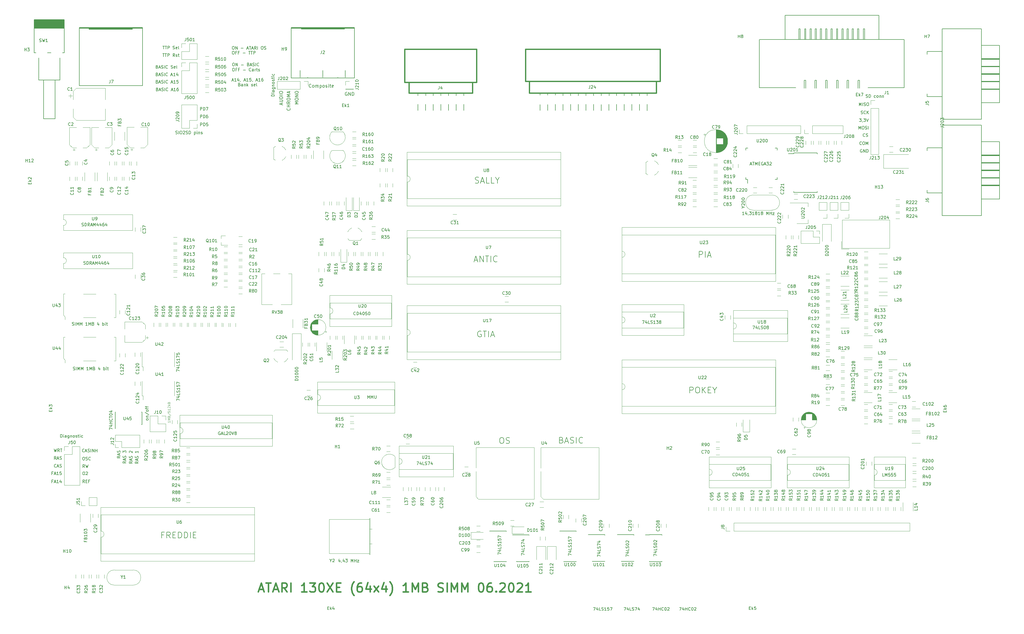
<source format=gto>
G04 #@! TF.GenerationSoftware,KiCad,Pcbnew,(5.1.0)-1*
G04 #@! TF.CreationDate,2022-09-18T21:01:20+02:00*
G04 #@! TF.ProjectId,Atari 130XE 1MB smd,41746172-6920-4313-9330-584520314d42,rev?*
G04 #@! TF.SameCoordinates,Original*
G04 #@! TF.FileFunction,Legend,Top*
G04 #@! TF.FilePolarity,Positive*
%FSLAX46Y46*%
G04 Gerber Fmt 4.6, Leading zero omitted, Abs format (unit mm)*
G04 Created by KiCad (PCBNEW (5.1.0)-1) date 2022-09-18 21:01:20*
%MOMM*%
%LPD*%
G04 APERTURE LIST*
%ADD10C,0.150000*%
%ADD11C,0.120000*%
%ADD12C,0.500000*%
%ADD13C,0.160000*%
%ADD14C,0.200000*%
%ADD15C,0.400000*%
%ADD16C,0.100000*%
%ADD17C,1.527000*%
%ADD18O,1.802000X1.802000*%
%ADD19R,1.802000X1.802000*%
%ADD20C,2.602000*%
%ADD21C,3.602000*%
%ADD22C,2.352000*%
%ADD23R,2.802000X1.602000*%
%ADD24C,1.602000*%
%ADD25C,1.402000*%
%ADD26O,1.452000X1.452000*%
%ADD27R,1.452000X1.452000*%
%ADD28O,1.829200X1.829200*%
%ADD29R,1.829200X1.829200*%
%ADD30R,2.102000X1.602000*%
%ADD31R,2.102000X3.902000*%
%ADD32C,2.102000*%
%ADD33R,2.102000X1.302000*%
%ADD34R,2.102000X0.952000*%
%ADD35R,2.102000X0.802000*%
%ADD36R,2.052000X0.702000*%
%ADD37R,1.602000X0.652000*%
%ADD38R,0.652000X1.602000*%
%ADD39R,0.702000X1.602000*%
%ADD40O,1.702000X1.702000*%
%ADD41R,1.702000X1.702000*%
%ADD42R,1.802000X1.402000*%
%ADD43R,1.602000X1.602000*%
%ADD44C,1.702000*%
%ADD45R,2.802000X3.602000*%
%ADD46R,1.602000X0.702000*%
%ADD47R,1.002000X0.902000*%
%ADD48R,1.152000X1.602000*%
%ADD49O,1.152000X1.602000*%
%ADD50C,1.524400*%
%ADD51R,1.524400X1.524400*%
%ADD52C,0.802000*%
%ADD53R,0.902000X1.402000*%
%ADD54C,3.102000*%
%ADD55O,1.702000X2.502000*%
%ADD56O,3.602000X7.602000*%
%ADD57C,3.302000*%
%ADD58C,2.502000*%
%ADD59O,6.602000X3.102000*%
%ADD60C,4.102000*%
%ADD61C,2.442000*%
%ADD62R,1.402000X1.402000*%
%ADD63R,1.702000X2.502000*%
%ADD64C,4.502000*%
%ADD65C,3.502000*%
%ADD66O,12.102000X15.102000*%
%ADD67O,10.102000X5.102000*%
%ADD68O,5.102000X10.102000*%
%ADD69C,0.254000*%
G04 APERTURE END LIST*
D10*
X289111323Y-105100380D02*
X288539895Y-105100380D01*
X288825609Y-105100380D02*
X288825609Y-104100380D01*
X288730371Y-104243238D01*
X288635133Y-104338476D01*
X288539895Y-104386095D01*
X289968466Y-104433714D02*
X289968466Y-105100380D01*
X289730371Y-104052761D02*
X289492276Y-104767047D01*
X290111323Y-104767047D01*
X290539895Y-105052761D02*
X290539895Y-105100380D01*
X290492276Y-105195619D01*
X290444657Y-105243238D01*
X290873228Y-104100380D02*
X291492276Y-104100380D01*
X291158942Y-104481333D01*
X291301800Y-104481333D01*
X291397038Y-104528952D01*
X291444657Y-104576571D01*
X291492276Y-104671809D01*
X291492276Y-104909904D01*
X291444657Y-105005142D01*
X291397038Y-105052761D01*
X291301800Y-105100380D01*
X291016085Y-105100380D01*
X290920847Y-105052761D01*
X290873228Y-105005142D01*
X292444657Y-105100380D02*
X291873228Y-105100380D01*
X292158942Y-105100380D02*
X292158942Y-104100380D01*
X292063704Y-104243238D01*
X291968466Y-104338476D01*
X291873228Y-104386095D01*
X293016085Y-104528952D02*
X292920847Y-104481333D01*
X292873228Y-104433714D01*
X292825609Y-104338476D01*
X292825609Y-104290857D01*
X292873228Y-104195619D01*
X292920847Y-104148000D01*
X293016085Y-104100380D01*
X293206561Y-104100380D01*
X293301800Y-104148000D01*
X293349419Y-104195619D01*
X293397038Y-104290857D01*
X293397038Y-104338476D01*
X293349419Y-104433714D01*
X293301800Y-104481333D01*
X293206561Y-104528952D01*
X293016085Y-104528952D01*
X292920847Y-104576571D01*
X292873228Y-104624190D01*
X292825609Y-104719428D01*
X292825609Y-104909904D01*
X292873228Y-105005142D01*
X292920847Y-105052761D01*
X293016085Y-105100380D01*
X293206561Y-105100380D01*
X293301800Y-105052761D01*
X293349419Y-105005142D01*
X293397038Y-104909904D01*
X293397038Y-104719428D01*
X293349419Y-104624190D01*
X293301800Y-104576571D01*
X293206561Y-104528952D01*
X294349419Y-105100380D02*
X293777990Y-105100380D01*
X294063704Y-105100380D02*
X294063704Y-104100380D01*
X293968466Y-104243238D01*
X293873228Y-104338476D01*
X293777990Y-104386095D01*
X294920847Y-104528952D02*
X294825609Y-104481333D01*
X294777990Y-104433714D01*
X294730371Y-104338476D01*
X294730371Y-104290857D01*
X294777990Y-104195619D01*
X294825609Y-104148000D01*
X294920847Y-104100380D01*
X295111323Y-104100380D01*
X295206561Y-104148000D01*
X295254180Y-104195619D01*
X295301800Y-104290857D01*
X295301800Y-104338476D01*
X295254180Y-104433714D01*
X295206561Y-104481333D01*
X295111323Y-104528952D01*
X294920847Y-104528952D01*
X294825609Y-104576571D01*
X294777990Y-104624190D01*
X294730371Y-104719428D01*
X294730371Y-104909904D01*
X294777990Y-105005142D01*
X294825609Y-105052761D01*
X294920847Y-105100380D01*
X295111323Y-105100380D01*
X295206561Y-105052761D01*
X295254180Y-105005142D01*
X295301800Y-104909904D01*
X295301800Y-104719428D01*
X295254180Y-104624190D01*
X295206561Y-104576571D01*
X295111323Y-104528952D01*
X296492276Y-105100380D02*
X296492276Y-104100380D01*
X296825609Y-104814666D01*
X297158942Y-104100380D01*
X297158942Y-105100380D01*
X297635133Y-105100380D02*
X297635133Y-104100380D01*
X297635133Y-104576571D02*
X298206561Y-104576571D01*
X298206561Y-105100380D02*
X298206561Y-104100380D01*
X298587514Y-104433714D02*
X299111323Y-104433714D01*
X298587514Y-105100380D01*
X299111323Y-105100380D01*
X259116580Y-218492057D02*
X259116580Y-217825390D01*
X260116580Y-218253961D01*
X259449914Y-217015866D02*
X260116580Y-217015866D01*
X259068961Y-217253961D02*
X259783247Y-217492057D01*
X259783247Y-216873009D01*
X260116580Y-216015866D02*
X260116580Y-216492057D01*
X259116580Y-216492057D01*
X260068961Y-215730152D02*
X260116580Y-215587295D01*
X260116580Y-215349200D01*
X260068961Y-215253961D01*
X260021342Y-215206342D01*
X259926104Y-215158723D01*
X259830866Y-215158723D01*
X259735628Y-215206342D01*
X259688009Y-215253961D01*
X259640390Y-215349200D01*
X259592771Y-215539676D01*
X259545152Y-215634914D01*
X259497533Y-215682533D01*
X259402295Y-215730152D01*
X259307057Y-215730152D01*
X259211819Y-215682533D01*
X259164200Y-215634914D01*
X259116580Y-215539676D01*
X259116580Y-215301580D01*
X259164200Y-215158723D01*
X259116580Y-214539676D02*
X259116580Y-214444438D01*
X259164200Y-214349200D01*
X259211819Y-214301580D01*
X259307057Y-214253961D01*
X259497533Y-214206342D01*
X259735628Y-214206342D01*
X259926104Y-214253961D01*
X260021342Y-214301580D01*
X260068961Y-214349200D01*
X260116580Y-214444438D01*
X260116580Y-214539676D01*
X260068961Y-214634914D01*
X260021342Y-214682533D01*
X259926104Y-214730152D01*
X259735628Y-214777771D01*
X259497533Y-214777771D01*
X259307057Y-214730152D01*
X259211819Y-214682533D01*
X259164200Y-214634914D01*
X259116580Y-214539676D01*
X259211819Y-213825390D02*
X259164200Y-213777771D01*
X259116580Y-213682533D01*
X259116580Y-213444438D01*
X259164200Y-213349200D01*
X259211819Y-213301580D01*
X259307057Y-213253961D01*
X259402295Y-213253961D01*
X259545152Y-213301580D01*
X260116580Y-213873009D01*
X260116580Y-213253961D01*
X249845580Y-218644457D02*
X249845580Y-217977790D01*
X250845580Y-218406361D01*
X250178914Y-217168266D02*
X250845580Y-217168266D01*
X249797961Y-217406361D02*
X250512247Y-217644457D01*
X250512247Y-217025409D01*
X250845580Y-216168266D02*
X250845580Y-216644457D01*
X249845580Y-216644457D01*
X250797961Y-215882552D02*
X250845580Y-215739695D01*
X250845580Y-215501600D01*
X250797961Y-215406361D01*
X250750342Y-215358742D01*
X250655104Y-215311123D01*
X250559866Y-215311123D01*
X250464628Y-215358742D01*
X250417009Y-215406361D01*
X250369390Y-215501600D01*
X250321771Y-215692076D01*
X250274152Y-215787314D01*
X250226533Y-215834933D01*
X250131295Y-215882552D01*
X250036057Y-215882552D01*
X249940819Y-215834933D01*
X249893200Y-215787314D01*
X249845580Y-215692076D01*
X249845580Y-215453980D01*
X249893200Y-215311123D01*
X249845580Y-214692076D02*
X249845580Y-214596838D01*
X249893200Y-214501600D01*
X249940819Y-214453980D01*
X250036057Y-214406361D01*
X250226533Y-214358742D01*
X250464628Y-214358742D01*
X250655104Y-214406361D01*
X250750342Y-214453980D01*
X250797961Y-214501600D01*
X250845580Y-214596838D01*
X250845580Y-214692076D01*
X250797961Y-214787314D01*
X250750342Y-214834933D01*
X250655104Y-214882552D01*
X250464628Y-214930171D01*
X250226533Y-214930171D01*
X250036057Y-214882552D01*
X249940819Y-214834933D01*
X249893200Y-214787314D01*
X249845580Y-214692076D01*
X249940819Y-213977790D02*
X249893200Y-213930171D01*
X249845580Y-213834933D01*
X249845580Y-213596838D01*
X249893200Y-213501600D01*
X249940819Y-213453980D01*
X250036057Y-213406361D01*
X250131295Y-213406361D01*
X250274152Y-213453980D01*
X250845580Y-214025409D01*
X250845580Y-213406361D01*
X240396780Y-218720657D02*
X240396780Y-218053990D01*
X241396780Y-218482561D01*
X240730114Y-217244466D02*
X241396780Y-217244466D01*
X240349161Y-217482561D02*
X241063447Y-217720657D01*
X241063447Y-217101609D01*
X241396780Y-216244466D02*
X241396780Y-216720657D01*
X240396780Y-216720657D01*
X241349161Y-215958752D02*
X241396780Y-215815895D01*
X241396780Y-215577800D01*
X241349161Y-215482561D01*
X241301542Y-215434942D01*
X241206304Y-215387323D01*
X241111066Y-215387323D01*
X241015828Y-215434942D01*
X240968209Y-215482561D01*
X240920590Y-215577800D01*
X240872971Y-215768276D01*
X240825352Y-215863514D01*
X240777733Y-215911133D01*
X240682495Y-215958752D01*
X240587257Y-215958752D01*
X240492019Y-215911133D01*
X240444400Y-215863514D01*
X240396780Y-215768276D01*
X240396780Y-215530180D01*
X240444400Y-215387323D01*
X240396780Y-215053990D02*
X240396780Y-214387323D01*
X241396780Y-214815895D01*
X240730114Y-213577800D02*
X241396780Y-213577800D01*
X240349161Y-213815895D02*
X241063447Y-214053990D01*
X241063447Y-213434942D01*
X230770180Y-218307847D02*
X230770180Y-217641180D01*
X231770180Y-218069752D01*
X231103514Y-216831657D02*
X231770180Y-216831657D01*
X230722561Y-217069752D02*
X231436847Y-217307847D01*
X231436847Y-216688800D01*
X231770180Y-215831657D02*
X231770180Y-216307847D01*
X230770180Y-216307847D01*
X231722561Y-215545942D02*
X231770180Y-215403085D01*
X231770180Y-215164990D01*
X231722561Y-215069752D01*
X231674942Y-215022133D01*
X231579704Y-214974514D01*
X231484466Y-214974514D01*
X231389228Y-215022133D01*
X231341609Y-215069752D01*
X231293990Y-215164990D01*
X231246371Y-215355466D01*
X231198752Y-215450704D01*
X231151133Y-215498323D01*
X231055895Y-215545942D01*
X230960657Y-215545942D01*
X230865419Y-215498323D01*
X230817800Y-215450704D01*
X230770180Y-215355466D01*
X230770180Y-215117371D01*
X230817800Y-214974514D01*
X231770180Y-214022133D02*
X231770180Y-214593561D01*
X231770180Y-214307847D02*
X230770180Y-214307847D01*
X230913038Y-214403085D01*
X231008276Y-214498323D01*
X231055895Y-214593561D01*
X230770180Y-213117371D02*
X230770180Y-213593561D01*
X231246371Y-213641180D01*
X231198752Y-213593561D01*
X231151133Y-213498323D01*
X231151133Y-213260228D01*
X231198752Y-213164990D01*
X231246371Y-213117371D01*
X231341609Y-213069752D01*
X231579704Y-213069752D01*
X231674942Y-213117371D01*
X231722561Y-213164990D01*
X231770180Y-213260228D01*
X231770180Y-213498323D01*
X231722561Y-213593561D01*
X231674942Y-213641180D01*
X230770180Y-212736419D02*
X230770180Y-212069752D01*
X231770180Y-212498323D01*
X215199980Y-218238057D02*
X215199980Y-217571390D01*
X216199980Y-217999961D01*
X215533314Y-216761866D02*
X216199980Y-216761866D01*
X215152361Y-216999961D02*
X215866647Y-217238057D01*
X215866647Y-216619009D01*
X216199980Y-215761866D02*
X216199980Y-216238057D01*
X215199980Y-216238057D01*
X216152361Y-215476152D02*
X216199980Y-215333295D01*
X216199980Y-215095200D01*
X216152361Y-214999961D01*
X216104742Y-214952342D01*
X216009504Y-214904723D01*
X215914266Y-214904723D01*
X215819028Y-214952342D01*
X215771409Y-214999961D01*
X215723790Y-215095200D01*
X215676171Y-215285676D01*
X215628552Y-215380914D01*
X215580933Y-215428533D01*
X215485695Y-215476152D01*
X215390457Y-215476152D01*
X215295219Y-215428533D01*
X215247600Y-215380914D01*
X215199980Y-215285676D01*
X215199980Y-215047580D01*
X215247600Y-214904723D01*
X215199980Y-214571390D02*
X215199980Y-213904723D01*
X216199980Y-214333295D01*
X215533314Y-213095200D02*
X216199980Y-213095200D01*
X215152361Y-213333295D02*
X215866647Y-213571390D01*
X215866647Y-212952342D01*
X207351380Y-217977647D02*
X207351380Y-217310980D01*
X208351380Y-217739552D01*
X207684714Y-216501457D02*
X208351380Y-216501457D01*
X207303761Y-216739552D02*
X208018047Y-216977647D01*
X208018047Y-216358600D01*
X208351380Y-215501457D02*
X208351380Y-215977647D01*
X207351380Y-215977647D01*
X208303761Y-215215742D02*
X208351380Y-215072885D01*
X208351380Y-214834790D01*
X208303761Y-214739552D01*
X208256142Y-214691933D01*
X208160904Y-214644314D01*
X208065666Y-214644314D01*
X207970428Y-214691933D01*
X207922809Y-214739552D01*
X207875190Y-214834790D01*
X207827571Y-215025266D01*
X207779952Y-215120504D01*
X207732333Y-215168123D01*
X207637095Y-215215742D01*
X207541857Y-215215742D01*
X207446619Y-215168123D01*
X207399000Y-215120504D01*
X207351380Y-215025266D01*
X207351380Y-214787171D01*
X207399000Y-214644314D01*
X208351380Y-213691933D02*
X208351380Y-214263361D01*
X208351380Y-213977647D02*
X207351380Y-213977647D01*
X207494238Y-214072885D01*
X207589476Y-214168123D01*
X207637095Y-214263361D01*
X207351380Y-212787171D02*
X207351380Y-213263361D01*
X207827571Y-213310980D01*
X207779952Y-213263361D01*
X207732333Y-213168123D01*
X207732333Y-212930028D01*
X207779952Y-212834790D01*
X207827571Y-212787171D01*
X207922809Y-212739552D01*
X208160904Y-212739552D01*
X208256142Y-212787171D01*
X208303761Y-212834790D01*
X208351380Y-212930028D01*
X208351380Y-213168123D01*
X208303761Y-213263361D01*
X208256142Y-213310980D01*
X207351380Y-212406219D02*
X207351380Y-211739552D01*
X208351380Y-212168123D01*
X328218895Y-83447000D02*
X328123657Y-83399380D01*
X327980800Y-83399380D01*
X327837942Y-83447000D01*
X327742704Y-83542238D01*
X327695085Y-83637476D01*
X327647466Y-83827952D01*
X327647466Y-83970809D01*
X327695085Y-84161285D01*
X327742704Y-84256523D01*
X327837942Y-84351761D01*
X327980800Y-84399380D01*
X328076038Y-84399380D01*
X328218895Y-84351761D01*
X328266514Y-84304142D01*
X328266514Y-83970809D01*
X328076038Y-83970809D01*
X328695085Y-84399380D02*
X328695085Y-83399380D01*
X329266514Y-84399380D01*
X329266514Y-83399380D01*
X329742704Y-84399380D02*
X329742704Y-83399380D01*
X329980800Y-83399380D01*
X330123657Y-83447000D01*
X330218895Y-83542238D01*
X330266514Y-83637476D01*
X330314133Y-83827952D01*
X330314133Y-83970809D01*
X330266514Y-84161285D01*
X330218895Y-84256523D01*
X330123657Y-84351761D01*
X329980800Y-84399380D01*
X329742704Y-84399380D01*
X328093485Y-81764142D02*
X328045866Y-81811761D01*
X327903009Y-81859380D01*
X327807771Y-81859380D01*
X327664914Y-81811761D01*
X327569676Y-81716523D01*
X327522057Y-81621285D01*
X327474438Y-81430809D01*
X327474438Y-81287952D01*
X327522057Y-81097476D01*
X327569676Y-81002238D01*
X327664914Y-80907000D01*
X327807771Y-80859380D01*
X327903009Y-80859380D01*
X328045866Y-80907000D01*
X328093485Y-80954619D01*
X328712533Y-80859380D02*
X328903009Y-80859380D01*
X328998247Y-80907000D01*
X329093485Y-81002238D01*
X329141104Y-81192714D01*
X329141104Y-81526047D01*
X329093485Y-81716523D01*
X328998247Y-81811761D01*
X328903009Y-81859380D01*
X328712533Y-81859380D01*
X328617295Y-81811761D01*
X328522057Y-81716523D01*
X328474438Y-81526047D01*
X328474438Y-81192714D01*
X328522057Y-81002238D01*
X328617295Y-80907000D01*
X328712533Y-80859380D01*
X329569676Y-81859380D02*
X329569676Y-80859380D01*
X329903009Y-81573666D01*
X330236342Y-80859380D01*
X330236342Y-81859380D01*
X329220533Y-79046342D02*
X329172914Y-79093961D01*
X329030057Y-79141580D01*
X328934819Y-79141580D01*
X328791961Y-79093961D01*
X328696723Y-78998723D01*
X328649104Y-78903485D01*
X328601485Y-78713009D01*
X328601485Y-78570152D01*
X328649104Y-78379676D01*
X328696723Y-78284438D01*
X328791961Y-78189200D01*
X328934819Y-78141580D01*
X329030057Y-78141580D01*
X329172914Y-78189200D01*
X329220533Y-78236819D01*
X329601485Y-79093961D02*
X329744342Y-79141580D01*
X329982438Y-79141580D01*
X330077676Y-79093961D01*
X330125295Y-79046342D01*
X330172914Y-78951104D01*
X330172914Y-78855866D01*
X330125295Y-78760628D01*
X330077676Y-78713009D01*
X329982438Y-78665390D01*
X329791961Y-78617771D01*
X329696723Y-78570152D01*
X329649104Y-78522533D01*
X329601485Y-78427295D01*
X329601485Y-78332057D01*
X329649104Y-78236819D01*
X329696723Y-78189200D01*
X329791961Y-78141580D01*
X330030057Y-78141580D01*
X330172914Y-78189200D01*
X327155371Y-76703180D02*
X327155371Y-75703180D01*
X327488704Y-76417466D01*
X327822038Y-75703180D01*
X327822038Y-76703180D01*
X328488704Y-75703180D02*
X328679180Y-75703180D01*
X328774419Y-75750800D01*
X328869657Y-75846038D01*
X328917276Y-76036514D01*
X328917276Y-76369847D01*
X328869657Y-76560323D01*
X328774419Y-76655561D01*
X328679180Y-76703180D01*
X328488704Y-76703180D01*
X328393466Y-76655561D01*
X328298228Y-76560323D01*
X328250609Y-76369847D01*
X328250609Y-76036514D01*
X328298228Y-75846038D01*
X328393466Y-75750800D01*
X328488704Y-75703180D01*
X329298228Y-76655561D02*
X329441085Y-76703180D01*
X329679180Y-76703180D01*
X329774419Y-76655561D01*
X329822038Y-76607942D01*
X329869657Y-76512704D01*
X329869657Y-76417466D01*
X329822038Y-76322228D01*
X329774419Y-76274609D01*
X329679180Y-76226990D01*
X329488704Y-76179371D01*
X329393466Y-76131752D01*
X329345847Y-76084133D01*
X329298228Y-75988895D01*
X329298228Y-75893657D01*
X329345847Y-75798419D01*
X329393466Y-75750800D01*
X329488704Y-75703180D01*
X329726800Y-75703180D01*
X329869657Y-75750800D01*
X330298228Y-76703180D02*
X330298228Y-75703180D01*
X327377609Y-73188580D02*
X327996657Y-73188580D01*
X327663323Y-73569533D01*
X327806180Y-73569533D01*
X327901419Y-73617152D01*
X327949038Y-73664771D01*
X327996657Y-73760009D01*
X327996657Y-73998104D01*
X327949038Y-74093342D01*
X327901419Y-74140961D01*
X327806180Y-74188580D01*
X327520466Y-74188580D01*
X327425228Y-74140961D01*
X327377609Y-74093342D01*
X328472847Y-74140961D02*
X328472847Y-74188580D01*
X328425228Y-74283819D01*
X328377609Y-74331438D01*
X328806180Y-73188580D02*
X329425228Y-73188580D01*
X329091895Y-73569533D01*
X329234752Y-73569533D01*
X329329990Y-73617152D01*
X329377609Y-73664771D01*
X329425228Y-73760009D01*
X329425228Y-73998104D01*
X329377609Y-74093342D01*
X329329990Y-74140961D01*
X329234752Y-74188580D01*
X328949038Y-74188580D01*
X328853800Y-74140961D01*
X328806180Y-74093342D01*
X329710942Y-73188580D02*
X330044276Y-74188580D01*
X330377609Y-73188580D01*
X327898285Y-71550161D02*
X328041142Y-71597780D01*
X328279238Y-71597780D01*
X328374476Y-71550161D01*
X328422095Y-71502542D01*
X328469714Y-71407304D01*
X328469714Y-71312066D01*
X328422095Y-71216828D01*
X328374476Y-71169209D01*
X328279238Y-71121590D01*
X328088761Y-71073971D01*
X327993523Y-71026352D01*
X327945904Y-70978733D01*
X327898285Y-70883495D01*
X327898285Y-70788257D01*
X327945904Y-70693019D01*
X327993523Y-70645400D01*
X328088761Y-70597780D01*
X328326857Y-70597780D01*
X328469714Y-70645400D01*
X329469714Y-71502542D02*
X329422095Y-71550161D01*
X329279238Y-71597780D01*
X329184000Y-71597780D01*
X329041142Y-71550161D01*
X328945904Y-71454923D01*
X328898285Y-71359685D01*
X328850666Y-71169209D01*
X328850666Y-71026352D01*
X328898285Y-70835876D01*
X328945904Y-70740638D01*
X329041142Y-70645400D01*
X329184000Y-70597780D01*
X329279238Y-70597780D01*
X329422095Y-70645400D01*
X329469714Y-70693019D01*
X329898285Y-71597780D02*
X329898285Y-70597780D01*
X330469714Y-71597780D02*
X330041142Y-71026352D01*
X330469714Y-70597780D02*
X329898285Y-71169209D01*
X327307771Y-68905380D02*
X327307771Y-67905380D01*
X327641104Y-68619666D01*
X327974438Y-67905380D01*
X327974438Y-68905380D01*
X328450628Y-68905380D02*
X328450628Y-67905380D01*
X328879200Y-68857761D02*
X329022057Y-68905380D01*
X329260152Y-68905380D01*
X329355390Y-68857761D01*
X329403009Y-68810142D01*
X329450628Y-68714904D01*
X329450628Y-68619666D01*
X329403009Y-68524428D01*
X329355390Y-68476809D01*
X329260152Y-68429190D01*
X329069676Y-68381571D01*
X328974438Y-68333952D01*
X328926819Y-68286333D01*
X328879200Y-68191095D01*
X328879200Y-68095857D01*
X328926819Y-68000619D01*
X328974438Y-67953000D01*
X329069676Y-67905380D01*
X329307771Y-67905380D01*
X329450628Y-67953000D01*
X330069676Y-67905380D02*
X330260152Y-67905380D01*
X330355390Y-67953000D01*
X330450628Y-68048238D01*
X330498247Y-68238714D01*
X330498247Y-68572047D01*
X330450628Y-68762523D01*
X330355390Y-68857761D01*
X330260152Y-68905380D01*
X330069676Y-68905380D01*
X329974438Y-68857761D01*
X329879200Y-68762523D01*
X329831580Y-68572047D01*
X329831580Y-68238714D01*
X329879200Y-68048238D01*
X329974438Y-67953000D01*
X330069676Y-67905380D01*
X329559019Y-66114561D02*
X329701876Y-66162180D01*
X329939971Y-66162180D01*
X330035209Y-66114561D01*
X330082828Y-66066942D01*
X330130447Y-65971704D01*
X330130447Y-65876466D01*
X330082828Y-65781228D01*
X330035209Y-65733609D01*
X329939971Y-65685990D01*
X329749495Y-65638371D01*
X329654257Y-65590752D01*
X329606638Y-65543133D01*
X329559019Y-65447895D01*
X329559019Y-65352657D01*
X329606638Y-65257419D01*
X329654257Y-65209800D01*
X329749495Y-65162180D01*
X329987590Y-65162180D01*
X330130447Y-65209800D01*
X330559019Y-66162180D02*
X330559019Y-65162180D01*
X330797114Y-65162180D01*
X330939971Y-65209800D01*
X331035209Y-65305038D01*
X331082828Y-65400276D01*
X331130447Y-65590752D01*
X331130447Y-65733609D01*
X331082828Y-65924085D01*
X331035209Y-66019323D01*
X330939971Y-66114561D01*
X330797114Y-66162180D01*
X330559019Y-66162180D01*
X332749495Y-66114561D02*
X332654257Y-66162180D01*
X332463780Y-66162180D01*
X332368542Y-66114561D01*
X332320923Y-66066942D01*
X332273304Y-65971704D01*
X332273304Y-65685990D01*
X332320923Y-65590752D01*
X332368542Y-65543133D01*
X332463780Y-65495514D01*
X332654257Y-65495514D01*
X332749495Y-65543133D01*
X333320923Y-66162180D02*
X333225685Y-66114561D01*
X333178066Y-66066942D01*
X333130447Y-65971704D01*
X333130447Y-65685990D01*
X333178066Y-65590752D01*
X333225685Y-65543133D01*
X333320923Y-65495514D01*
X333463780Y-65495514D01*
X333559019Y-65543133D01*
X333606638Y-65590752D01*
X333654257Y-65685990D01*
X333654257Y-65971704D01*
X333606638Y-66066942D01*
X333559019Y-66114561D01*
X333463780Y-66162180D01*
X333320923Y-66162180D01*
X334082828Y-65495514D02*
X334082828Y-66162180D01*
X334082828Y-65590752D02*
X334130447Y-65543133D01*
X334225685Y-65495514D01*
X334368542Y-65495514D01*
X334463780Y-65543133D01*
X334511400Y-65638371D01*
X334511400Y-66162180D01*
X334987590Y-65495514D02*
X334987590Y-66162180D01*
X334987590Y-65590752D02*
X335035209Y-65543133D01*
X335130447Y-65495514D01*
X335273304Y-65495514D01*
X335368542Y-65543133D01*
X335416161Y-65638371D01*
X335416161Y-66162180D01*
X291141590Y-88355466D02*
X291617780Y-88355466D01*
X291046352Y-88641180D02*
X291379685Y-87641180D01*
X291713019Y-88641180D01*
X291903495Y-87641180D02*
X292474923Y-87641180D01*
X292189209Y-88641180D02*
X292189209Y-87641180D01*
X292808257Y-88641180D02*
X292808257Y-87641180D01*
X293141590Y-88355466D01*
X293474923Y-87641180D01*
X293474923Y-88641180D01*
X293951114Y-88117371D02*
X294284447Y-88117371D01*
X294427304Y-88641180D02*
X293951114Y-88641180D01*
X293951114Y-87641180D01*
X294427304Y-87641180D01*
X295379685Y-87688800D02*
X295284447Y-87641180D01*
X295141590Y-87641180D01*
X294998733Y-87688800D01*
X294903495Y-87784038D01*
X294855876Y-87879276D01*
X294808257Y-88069752D01*
X294808257Y-88212609D01*
X294855876Y-88403085D01*
X294903495Y-88498323D01*
X294998733Y-88593561D01*
X295141590Y-88641180D01*
X295236828Y-88641180D01*
X295379685Y-88593561D01*
X295427304Y-88545942D01*
X295427304Y-88212609D01*
X295236828Y-88212609D01*
X295808257Y-88355466D02*
X296284447Y-88355466D01*
X295713019Y-88641180D02*
X296046352Y-87641180D01*
X296379685Y-88641180D01*
X296617780Y-87641180D02*
X297236828Y-87641180D01*
X296903495Y-88022133D01*
X297046352Y-88022133D01*
X297141590Y-88069752D01*
X297189209Y-88117371D01*
X297236828Y-88212609D01*
X297236828Y-88450704D01*
X297189209Y-88545942D01*
X297141590Y-88593561D01*
X297046352Y-88641180D01*
X296760638Y-88641180D01*
X296665400Y-88593561D01*
X296617780Y-88545942D01*
X297617780Y-87736419D02*
X297665400Y-87688800D01*
X297760638Y-87641180D01*
X297998733Y-87641180D01*
X298093971Y-87688800D01*
X298141590Y-87736419D01*
X298189209Y-87831657D01*
X298189209Y-87926895D01*
X298141590Y-88069752D01*
X297570161Y-88641180D01*
X298189209Y-88641180D01*
X119040923Y-60454066D02*
X119517114Y-60454066D01*
X118945685Y-60739780D02*
X119279019Y-59739780D01*
X119612352Y-60739780D01*
X120469495Y-60739780D02*
X119898066Y-60739780D01*
X120183780Y-60739780D02*
X120183780Y-59739780D01*
X120088542Y-59882638D01*
X119993304Y-59977876D01*
X119898066Y-60025495D01*
X121326638Y-60073114D02*
X121326638Y-60739780D01*
X121088542Y-59692161D02*
X120850447Y-60406447D01*
X121469495Y-60406447D01*
X121898066Y-60692161D02*
X121898066Y-60739780D01*
X121850447Y-60835019D01*
X121802828Y-60882638D01*
X123040923Y-60454066D02*
X123517114Y-60454066D01*
X122945685Y-60739780D02*
X123279019Y-59739780D01*
X123612352Y-60739780D01*
X124469495Y-60739780D02*
X123898066Y-60739780D01*
X124183780Y-60739780D02*
X124183780Y-59739780D01*
X124088542Y-59882638D01*
X123993304Y-59977876D01*
X123898066Y-60025495D01*
X125374257Y-59739780D02*
X124898066Y-59739780D01*
X124850447Y-60215971D01*
X124898066Y-60168352D01*
X124993304Y-60120733D01*
X125231400Y-60120733D01*
X125326638Y-60168352D01*
X125374257Y-60215971D01*
X125421876Y-60311209D01*
X125421876Y-60549304D01*
X125374257Y-60644542D01*
X125326638Y-60692161D01*
X125231400Y-60739780D01*
X124993304Y-60739780D01*
X124898066Y-60692161D01*
X124850447Y-60644542D01*
X125898066Y-60692161D02*
X125898066Y-60739780D01*
X125850447Y-60835019D01*
X125802828Y-60882638D01*
X127040923Y-60454066D02*
X127517114Y-60454066D01*
X126945685Y-60739780D02*
X127279019Y-59739780D01*
X127612352Y-60739780D01*
X128469495Y-60739780D02*
X127898066Y-60739780D01*
X128183780Y-60739780D02*
X128183780Y-59739780D01*
X128088542Y-59882638D01*
X127993304Y-59977876D01*
X127898066Y-60025495D01*
X129326638Y-59739780D02*
X129136161Y-59739780D01*
X129040923Y-59787400D01*
X128993304Y-59835019D01*
X128898066Y-59977876D01*
X128850447Y-60168352D01*
X128850447Y-60549304D01*
X128898066Y-60644542D01*
X128945685Y-60692161D01*
X129040923Y-60739780D01*
X129231399Y-60739780D01*
X129326638Y-60692161D01*
X129374257Y-60644542D01*
X129421876Y-60549304D01*
X129421876Y-60311209D01*
X129374257Y-60215971D01*
X129326638Y-60168352D01*
X129231399Y-60120733D01*
X129040923Y-60120733D01*
X128945685Y-60168352D01*
X128898066Y-60215971D01*
X128850447Y-60311209D01*
X121517114Y-61865971D02*
X121659971Y-61913590D01*
X121707590Y-61961209D01*
X121755209Y-62056447D01*
X121755209Y-62199304D01*
X121707590Y-62294542D01*
X121659971Y-62342161D01*
X121564733Y-62389780D01*
X121183780Y-62389780D01*
X121183780Y-61389780D01*
X121517114Y-61389780D01*
X121612352Y-61437400D01*
X121659971Y-61485019D01*
X121707590Y-61580257D01*
X121707590Y-61675495D01*
X121659971Y-61770733D01*
X121612352Y-61818352D01*
X121517114Y-61865971D01*
X121183780Y-61865971D01*
X122612352Y-62389780D02*
X122612352Y-61865971D01*
X122564733Y-61770733D01*
X122469495Y-61723114D01*
X122279019Y-61723114D01*
X122183780Y-61770733D01*
X122612352Y-62342161D02*
X122517114Y-62389780D01*
X122279019Y-62389780D01*
X122183780Y-62342161D01*
X122136161Y-62246923D01*
X122136161Y-62151685D01*
X122183780Y-62056447D01*
X122279019Y-62008828D01*
X122517114Y-62008828D01*
X122612352Y-61961209D01*
X123088542Y-61723114D02*
X123088542Y-62389780D01*
X123088542Y-61818352D02*
X123136161Y-61770733D01*
X123231400Y-61723114D01*
X123374257Y-61723114D01*
X123469495Y-61770733D01*
X123517114Y-61865971D01*
X123517114Y-62389780D01*
X123993304Y-62389780D02*
X123993304Y-61389780D01*
X124088542Y-62008828D02*
X124374257Y-62389780D01*
X124374257Y-61723114D02*
X123993304Y-62104066D01*
X125517114Y-62342161D02*
X125612352Y-62389780D01*
X125802828Y-62389780D01*
X125898066Y-62342161D01*
X125945685Y-62246923D01*
X125945685Y-62199304D01*
X125898066Y-62104066D01*
X125802828Y-62056447D01*
X125659971Y-62056447D01*
X125564733Y-62008828D01*
X125517114Y-61913590D01*
X125517114Y-61865971D01*
X125564733Y-61770733D01*
X125659971Y-61723114D01*
X125802828Y-61723114D01*
X125898066Y-61770733D01*
X126755209Y-62342161D02*
X126659971Y-62389780D01*
X126469495Y-62389780D01*
X126374257Y-62342161D01*
X126326638Y-62246923D01*
X126326638Y-61865971D01*
X126374257Y-61770733D01*
X126469495Y-61723114D01*
X126659971Y-61723114D01*
X126755209Y-61770733D01*
X126802828Y-61865971D01*
X126802828Y-61961209D01*
X126326638Y-62056447D01*
X127374257Y-62389780D02*
X127279019Y-62342161D01*
X127231400Y-62246923D01*
X127231400Y-61389780D01*
X119437685Y-56399180D02*
X119628161Y-56399180D01*
X119723400Y-56446800D01*
X119818638Y-56542038D01*
X119866257Y-56732514D01*
X119866257Y-57065847D01*
X119818638Y-57256323D01*
X119723400Y-57351561D01*
X119628161Y-57399180D01*
X119437685Y-57399180D01*
X119342447Y-57351561D01*
X119247209Y-57256323D01*
X119199590Y-57065847D01*
X119199590Y-56732514D01*
X119247209Y-56542038D01*
X119342447Y-56446800D01*
X119437685Y-56399180D01*
X120628161Y-56875371D02*
X120294828Y-56875371D01*
X120294828Y-57399180D02*
X120294828Y-56399180D01*
X120771019Y-56399180D01*
X121485304Y-56875371D02*
X121151971Y-56875371D01*
X121151971Y-57399180D02*
X121151971Y-56399180D01*
X121628161Y-56399180D01*
X122771019Y-57018228D02*
X123532923Y-57018228D01*
X125342447Y-57303942D02*
X125294828Y-57351561D01*
X125151971Y-57399180D01*
X125056733Y-57399180D01*
X124913876Y-57351561D01*
X124818638Y-57256323D01*
X124771019Y-57161085D01*
X124723400Y-56970609D01*
X124723400Y-56827752D01*
X124771019Y-56637276D01*
X124818638Y-56542038D01*
X124913876Y-56446800D01*
X125056733Y-56399180D01*
X125151971Y-56399180D01*
X125294828Y-56446800D01*
X125342447Y-56494419D01*
X126199590Y-57399180D02*
X126199590Y-56875371D01*
X126151971Y-56780133D01*
X126056733Y-56732514D01*
X125866257Y-56732514D01*
X125771019Y-56780133D01*
X126199590Y-57351561D02*
X126104352Y-57399180D01*
X125866257Y-57399180D01*
X125771019Y-57351561D01*
X125723400Y-57256323D01*
X125723400Y-57161085D01*
X125771019Y-57065847D01*
X125866257Y-57018228D01*
X126104352Y-57018228D01*
X126199590Y-56970609D01*
X126675780Y-57399180D02*
X126675780Y-56732514D01*
X126675780Y-56922990D02*
X126723400Y-56827752D01*
X126771019Y-56780133D01*
X126866257Y-56732514D01*
X126961495Y-56732514D01*
X127151971Y-56732514D02*
X127532923Y-56732514D01*
X127294828Y-56399180D02*
X127294828Y-57256323D01*
X127342447Y-57351561D01*
X127437685Y-57399180D01*
X127532923Y-57399180D01*
X127818638Y-57351561D02*
X127913876Y-57399180D01*
X128104352Y-57399180D01*
X128199590Y-57351561D01*
X128247209Y-57256323D01*
X128247209Y-57208704D01*
X128199590Y-57113466D01*
X128104352Y-57065847D01*
X127961495Y-57065847D01*
X127866257Y-57018228D01*
X127818638Y-56922990D01*
X127818638Y-56875371D01*
X127866257Y-56780133D01*
X127961495Y-56732514D01*
X128104352Y-56732514D01*
X128199590Y-56780133D01*
X119453542Y-54697380D02*
X119644019Y-54697380D01*
X119739257Y-54745000D01*
X119834495Y-54840238D01*
X119882114Y-55030714D01*
X119882114Y-55364047D01*
X119834495Y-55554523D01*
X119739257Y-55649761D01*
X119644019Y-55697380D01*
X119453542Y-55697380D01*
X119358304Y-55649761D01*
X119263066Y-55554523D01*
X119215447Y-55364047D01*
X119215447Y-55030714D01*
X119263066Y-54840238D01*
X119358304Y-54745000D01*
X119453542Y-54697380D01*
X120310685Y-55697380D02*
X120310685Y-54697380D01*
X120882114Y-55697380D01*
X120882114Y-54697380D01*
X122120209Y-55316428D02*
X122882114Y-55316428D01*
X124453542Y-55173571D02*
X124596400Y-55221190D01*
X124644019Y-55268809D01*
X124691638Y-55364047D01*
X124691638Y-55506904D01*
X124644019Y-55602142D01*
X124596400Y-55649761D01*
X124501161Y-55697380D01*
X124120209Y-55697380D01*
X124120209Y-54697380D01*
X124453542Y-54697380D01*
X124548780Y-54745000D01*
X124596400Y-54792619D01*
X124644019Y-54887857D01*
X124644019Y-54983095D01*
X124596400Y-55078333D01*
X124548780Y-55125952D01*
X124453542Y-55173571D01*
X124120209Y-55173571D01*
X125072590Y-55411666D02*
X125548780Y-55411666D01*
X124977352Y-55697380D02*
X125310685Y-54697380D01*
X125644019Y-55697380D01*
X125929733Y-55649761D02*
X126072590Y-55697380D01*
X126310685Y-55697380D01*
X126405923Y-55649761D01*
X126453542Y-55602142D01*
X126501161Y-55506904D01*
X126501161Y-55411666D01*
X126453542Y-55316428D01*
X126405923Y-55268809D01*
X126310685Y-55221190D01*
X126120209Y-55173571D01*
X126024971Y-55125952D01*
X125977352Y-55078333D01*
X125929733Y-54983095D01*
X125929733Y-54887857D01*
X125977352Y-54792619D01*
X126024971Y-54745000D01*
X126120209Y-54697380D01*
X126358304Y-54697380D01*
X126501161Y-54745000D01*
X126929733Y-55697380D02*
X126929733Y-54697380D01*
X127977352Y-55602142D02*
X127929733Y-55649761D01*
X127786876Y-55697380D01*
X127691638Y-55697380D01*
X127548780Y-55649761D01*
X127453542Y-55554523D01*
X127405923Y-55459285D01*
X127358304Y-55268809D01*
X127358304Y-55125952D01*
X127405923Y-54935476D01*
X127453542Y-54840238D01*
X127548780Y-54745000D01*
X127691638Y-54697380D01*
X127786876Y-54697380D01*
X127929733Y-54745000D01*
X127977352Y-54792619D01*
X119366161Y-50760380D02*
X119556638Y-50760380D01*
X119651876Y-50808000D01*
X119747114Y-50903238D01*
X119794733Y-51093714D01*
X119794733Y-51427047D01*
X119747114Y-51617523D01*
X119651876Y-51712761D01*
X119556638Y-51760380D01*
X119366161Y-51760380D01*
X119270923Y-51712761D01*
X119175685Y-51617523D01*
X119128066Y-51427047D01*
X119128066Y-51093714D01*
X119175685Y-50903238D01*
X119270923Y-50808000D01*
X119366161Y-50760380D01*
X120556638Y-51236571D02*
X120223304Y-51236571D01*
X120223304Y-51760380D02*
X120223304Y-50760380D01*
X120699495Y-50760380D01*
X121413780Y-51236571D02*
X121080447Y-51236571D01*
X121080447Y-51760380D02*
X121080447Y-50760380D01*
X121556638Y-50760380D01*
X122699495Y-51379428D02*
X123461400Y-51379428D01*
X124556638Y-50760380D02*
X125128066Y-50760380D01*
X124842352Y-51760380D02*
X124842352Y-50760380D01*
X125318542Y-50760380D02*
X125889971Y-50760380D01*
X125604257Y-51760380D02*
X125604257Y-50760380D01*
X126223304Y-51760380D02*
X126223304Y-50760380D01*
X126604257Y-50760380D01*
X126699495Y-50808000D01*
X126747114Y-50855619D01*
X126794733Y-50950857D01*
X126794733Y-51093714D01*
X126747114Y-51188952D01*
X126699495Y-51236571D01*
X126604257Y-51284190D01*
X126223304Y-51284190D01*
X119382257Y-49160180D02*
X119572733Y-49160180D01*
X119667971Y-49207800D01*
X119763209Y-49303038D01*
X119810828Y-49493514D01*
X119810828Y-49826847D01*
X119763209Y-50017323D01*
X119667971Y-50112561D01*
X119572733Y-50160180D01*
X119382257Y-50160180D01*
X119287019Y-50112561D01*
X119191780Y-50017323D01*
X119144161Y-49826847D01*
X119144161Y-49493514D01*
X119191780Y-49303038D01*
X119287019Y-49207800D01*
X119382257Y-49160180D01*
X120239400Y-50160180D02*
X120239400Y-49160180D01*
X120810828Y-50160180D01*
X120810828Y-49160180D01*
X122048923Y-49779228D02*
X122810828Y-49779228D01*
X124001304Y-49874466D02*
X124477495Y-49874466D01*
X123906066Y-50160180D02*
X124239400Y-49160180D01*
X124572733Y-50160180D01*
X124763209Y-49160180D02*
X125334638Y-49160180D01*
X125048923Y-50160180D02*
X125048923Y-49160180D01*
X125620352Y-49874466D02*
X126096542Y-49874466D01*
X125525114Y-50160180D02*
X125858447Y-49160180D01*
X126191780Y-50160180D01*
X127096542Y-50160180D02*
X126763209Y-49683990D01*
X126525114Y-50160180D02*
X126525114Y-49160180D01*
X126906066Y-49160180D01*
X127001304Y-49207800D01*
X127048923Y-49255419D01*
X127096542Y-49350657D01*
X127096542Y-49493514D01*
X127048923Y-49588752D01*
X127001304Y-49636371D01*
X126906066Y-49683990D01*
X126525114Y-49683990D01*
X127525114Y-50160180D02*
X127525114Y-49160180D01*
X128953685Y-49160180D02*
X129144161Y-49160180D01*
X129239400Y-49207800D01*
X129334638Y-49303038D01*
X129382257Y-49493514D01*
X129382257Y-49826847D01*
X129334638Y-50017323D01*
X129239400Y-50112561D01*
X129144161Y-50160180D01*
X128953685Y-50160180D01*
X128858447Y-50112561D01*
X128763209Y-50017323D01*
X128715590Y-49826847D01*
X128715590Y-49493514D01*
X128763209Y-49303038D01*
X128858447Y-49207800D01*
X128953685Y-49160180D01*
X129763209Y-50112561D02*
X129906066Y-50160180D01*
X130144161Y-50160180D01*
X130239400Y-50112561D01*
X130287019Y-50064942D01*
X130334638Y-49969704D01*
X130334638Y-49874466D01*
X130287019Y-49779228D01*
X130239400Y-49731609D01*
X130144161Y-49683990D01*
X129953685Y-49636371D01*
X129858447Y-49588752D01*
X129810828Y-49541133D01*
X129763209Y-49445895D01*
X129763209Y-49350657D01*
X129810828Y-49255419D01*
X129858447Y-49207800D01*
X129953685Y-49160180D01*
X130191780Y-49160180D01*
X130334638Y-49207800D01*
X94228066Y-63428571D02*
X94370923Y-63476190D01*
X94418542Y-63523809D01*
X94466161Y-63619047D01*
X94466161Y-63761904D01*
X94418542Y-63857142D01*
X94370923Y-63904761D01*
X94275685Y-63952380D01*
X93894733Y-63952380D01*
X93894733Y-62952380D01*
X94228066Y-62952380D01*
X94323304Y-63000000D01*
X94370923Y-63047619D01*
X94418542Y-63142857D01*
X94418542Y-63238095D01*
X94370923Y-63333333D01*
X94323304Y-63380952D01*
X94228066Y-63428571D01*
X93894733Y-63428571D01*
X94847114Y-63666666D02*
X95323304Y-63666666D01*
X94751876Y-63952380D02*
X95085209Y-62952380D01*
X95418542Y-63952380D01*
X95704257Y-63904761D02*
X95847114Y-63952380D01*
X96085209Y-63952380D01*
X96180447Y-63904761D01*
X96228066Y-63857142D01*
X96275685Y-63761904D01*
X96275685Y-63666666D01*
X96228066Y-63571428D01*
X96180447Y-63523809D01*
X96085209Y-63476190D01*
X95894733Y-63428571D01*
X95799495Y-63380952D01*
X95751876Y-63333333D01*
X95704257Y-63238095D01*
X95704257Y-63142857D01*
X95751876Y-63047619D01*
X95799495Y-63000000D01*
X95894733Y-62952380D01*
X96132828Y-62952380D01*
X96275685Y-63000000D01*
X96704257Y-63952380D02*
X96704257Y-62952380D01*
X97751876Y-63857142D02*
X97704257Y-63904761D01*
X97561400Y-63952380D01*
X97466161Y-63952380D01*
X97323304Y-63904761D01*
X97228066Y-63809523D01*
X97180447Y-63714285D01*
X97132828Y-63523809D01*
X97132828Y-63380952D01*
X97180447Y-63190476D01*
X97228066Y-63095238D01*
X97323304Y-63000000D01*
X97466161Y-62952380D01*
X97561400Y-62952380D01*
X97704257Y-63000000D01*
X97751876Y-63047619D01*
X98894733Y-63666666D02*
X99370923Y-63666666D01*
X98799495Y-63952380D02*
X99132828Y-62952380D01*
X99466161Y-63952380D01*
X100323304Y-63952380D02*
X99751876Y-63952380D01*
X100037590Y-63952380D02*
X100037590Y-62952380D01*
X99942352Y-63095238D01*
X99847114Y-63190476D01*
X99751876Y-63238095D01*
X101180447Y-62952380D02*
X100989971Y-62952380D01*
X100894733Y-63000000D01*
X100847114Y-63047619D01*
X100751876Y-63190476D01*
X100704257Y-63380952D01*
X100704257Y-63761904D01*
X100751876Y-63857142D01*
X100799495Y-63904761D01*
X100894733Y-63952380D01*
X101085209Y-63952380D01*
X101180447Y-63904761D01*
X101228066Y-63857142D01*
X101275685Y-63761904D01*
X101275685Y-63523809D01*
X101228066Y-63428571D01*
X101180447Y-63380952D01*
X101085209Y-63333333D01*
X100894733Y-63333333D01*
X100799495Y-63380952D01*
X100751876Y-63428571D01*
X100704257Y-63523809D01*
X94177266Y-60888571D02*
X94320123Y-60936190D01*
X94367742Y-60983809D01*
X94415361Y-61079047D01*
X94415361Y-61221904D01*
X94367742Y-61317142D01*
X94320123Y-61364761D01*
X94224885Y-61412380D01*
X93843933Y-61412380D01*
X93843933Y-60412380D01*
X94177266Y-60412380D01*
X94272504Y-60460000D01*
X94320123Y-60507619D01*
X94367742Y-60602857D01*
X94367742Y-60698095D01*
X94320123Y-60793333D01*
X94272504Y-60840952D01*
X94177266Y-60888571D01*
X93843933Y-60888571D01*
X94796314Y-61126666D02*
X95272504Y-61126666D01*
X94701076Y-61412380D02*
X95034409Y-60412380D01*
X95367742Y-61412380D01*
X95653457Y-61364761D02*
X95796314Y-61412380D01*
X96034409Y-61412380D01*
X96129647Y-61364761D01*
X96177266Y-61317142D01*
X96224885Y-61221904D01*
X96224885Y-61126666D01*
X96177266Y-61031428D01*
X96129647Y-60983809D01*
X96034409Y-60936190D01*
X95843933Y-60888571D01*
X95748695Y-60840952D01*
X95701076Y-60793333D01*
X95653457Y-60698095D01*
X95653457Y-60602857D01*
X95701076Y-60507619D01*
X95748695Y-60460000D01*
X95843933Y-60412380D01*
X96082028Y-60412380D01*
X96224885Y-60460000D01*
X96653457Y-61412380D02*
X96653457Y-60412380D01*
X97701076Y-61317142D02*
X97653457Y-61364761D01*
X97510600Y-61412380D01*
X97415361Y-61412380D01*
X97272504Y-61364761D01*
X97177266Y-61269523D01*
X97129647Y-61174285D01*
X97082028Y-60983809D01*
X97082028Y-60840952D01*
X97129647Y-60650476D01*
X97177266Y-60555238D01*
X97272504Y-60460000D01*
X97415361Y-60412380D01*
X97510600Y-60412380D01*
X97653457Y-60460000D01*
X97701076Y-60507619D01*
X98843933Y-61126666D02*
X99320123Y-61126666D01*
X98748695Y-61412380D02*
X99082028Y-60412380D01*
X99415361Y-61412380D01*
X100272504Y-61412380D02*
X99701076Y-61412380D01*
X99986790Y-61412380D02*
X99986790Y-60412380D01*
X99891552Y-60555238D01*
X99796314Y-60650476D01*
X99701076Y-60698095D01*
X101177266Y-60412380D02*
X100701076Y-60412380D01*
X100653457Y-60888571D01*
X100701076Y-60840952D01*
X100796314Y-60793333D01*
X101034409Y-60793333D01*
X101129647Y-60840952D01*
X101177266Y-60888571D01*
X101224885Y-60983809D01*
X101224885Y-61221904D01*
X101177266Y-61317142D01*
X101129647Y-61364761D01*
X101034409Y-61412380D01*
X100796314Y-61412380D01*
X100701076Y-61364761D01*
X100653457Y-61317142D01*
X94126466Y-58450171D02*
X94269323Y-58497790D01*
X94316942Y-58545409D01*
X94364561Y-58640647D01*
X94364561Y-58783504D01*
X94316942Y-58878742D01*
X94269323Y-58926361D01*
X94174085Y-58973980D01*
X93793133Y-58973980D01*
X93793133Y-57973980D01*
X94126466Y-57973980D01*
X94221704Y-58021600D01*
X94269323Y-58069219D01*
X94316942Y-58164457D01*
X94316942Y-58259695D01*
X94269323Y-58354933D01*
X94221704Y-58402552D01*
X94126466Y-58450171D01*
X93793133Y-58450171D01*
X94745514Y-58688266D02*
X95221704Y-58688266D01*
X94650276Y-58973980D02*
X94983609Y-57973980D01*
X95316942Y-58973980D01*
X95602657Y-58926361D02*
X95745514Y-58973980D01*
X95983609Y-58973980D01*
X96078847Y-58926361D01*
X96126466Y-58878742D01*
X96174085Y-58783504D01*
X96174085Y-58688266D01*
X96126466Y-58593028D01*
X96078847Y-58545409D01*
X95983609Y-58497790D01*
X95793133Y-58450171D01*
X95697895Y-58402552D01*
X95650276Y-58354933D01*
X95602657Y-58259695D01*
X95602657Y-58164457D01*
X95650276Y-58069219D01*
X95697895Y-58021600D01*
X95793133Y-57973980D01*
X96031228Y-57973980D01*
X96174085Y-58021600D01*
X96602657Y-58973980D02*
X96602657Y-57973980D01*
X97650276Y-58878742D02*
X97602657Y-58926361D01*
X97459800Y-58973980D01*
X97364561Y-58973980D01*
X97221704Y-58926361D01*
X97126466Y-58831123D01*
X97078847Y-58735885D01*
X97031228Y-58545409D01*
X97031228Y-58402552D01*
X97078847Y-58212076D01*
X97126466Y-58116838D01*
X97221704Y-58021600D01*
X97364561Y-57973980D01*
X97459800Y-57973980D01*
X97602657Y-58021600D01*
X97650276Y-58069219D01*
X98793133Y-58688266D02*
X99269323Y-58688266D01*
X98697895Y-58973980D02*
X99031228Y-57973980D01*
X99364561Y-58973980D01*
X100221704Y-58973980D02*
X99650276Y-58973980D01*
X99935990Y-58973980D02*
X99935990Y-57973980D01*
X99840752Y-58116838D01*
X99745514Y-58212076D01*
X99650276Y-58259695D01*
X101078847Y-58307314D02*
X101078847Y-58973980D01*
X100840752Y-57926361D02*
X100602657Y-58640647D01*
X101221704Y-58640647D01*
X94137552Y-55960971D02*
X94280409Y-56008590D01*
X94328028Y-56056209D01*
X94375647Y-56151447D01*
X94375647Y-56294304D01*
X94328028Y-56389542D01*
X94280409Y-56437161D01*
X94185171Y-56484780D01*
X93804219Y-56484780D01*
X93804219Y-55484780D01*
X94137552Y-55484780D01*
X94232790Y-55532400D01*
X94280409Y-55580019D01*
X94328028Y-55675257D01*
X94328028Y-55770495D01*
X94280409Y-55865733D01*
X94232790Y-55913352D01*
X94137552Y-55960971D01*
X93804219Y-55960971D01*
X94756600Y-56199066D02*
X95232790Y-56199066D01*
X94661361Y-56484780D02*
X94994695Y-55484780D01*
X95328028Y-56484780D01*
X95613742Y-56437161D02*
X95756600Y-56484780D01*
X95994695Y-56484780D01*
X96089933Y-56437161D01*
X96137552Y-56389542D01*
X96185171Y-56294304D01*
X96185171Y-56199066D01*
X96137552Y-56103828D01*
X96089933Y-56056209D01*
X95994695Y-56008590D01*
X95804219Y-55960971D01*
X95708980Y-55913352D01*
X95661361Y-55865733D01*
X95613742Y-55770495D01*
X95613742Y-55675257D01*
X95661361Y-55580019D01*
X95708980Y-55532400D01*
X95804219Y-55484780D01*
X96042314Y-55484780D01*
X96185171Y-55532400D01*
X96613742Y-56484780D02*
X96613742Y-55484780D01*
X97661361Y-56389542D02*
X97613742Y-56437161D01*
X97470885Y-56484780D01*
X97375647Y-56484780D01*
X97232790Y-56437161D01*
X97137552Y-56341923D01*
X97089933Y-56246685D01*
X97042314Y-56056209D01*
X97042314Y-55913352D01*
X97089933Y-55722876D01*
X97137552Y-55627638D01*
X97232790Y-55532400D01*
X97375647Y-55484780D01*
X97470885Y-55484780D01*
X97613742Y-55532400D01*
X97661361Y-55580019D01*
X98804219Y-56437161D02*
X98947076Y-56484780D01*
X99185171Y-56484780D01*
X99280409Y-56437161D01*
X99328028Y-56389542D01*
X99375647Y-56294304D01*
X99375647Y-56199066D01*
X99328028Y-56103828D01*
X99280409Y-56056209D01*
X99185171Y-56008590D01*
X98994695Y-55960971D01*
X98899457Y-55913352D01*
X98851838Y-55865733D01*
X98804219Y-55770495D01*
X98804219Y-55675257D01*
X98851838Y-55580019D01*
X98899457Y-55532400D01*
X98994695Y-55484780D01*
X99232790Y-55484780D01*
X99375647Y-55532400D01*
X100185171Y-56437161D02*
X100089933Y-56484780D01*
X99899457Y-56484780D01*
X99804219Y-56437161D01*
X99756600Y-56341923D01*
X99756600Y-55960971D01*
X99804219Y-55865733D01*
X99899457Y-55818114D01*
X100089933Y-55818114D01*
X100185171Y-55865733D01*
X100232790Y-55960971D01*
X100232790Y-56056209D01*
X99756600Y-56151447D01*
X100804219Y-56484780D02*
X100708980Y-56437161D01*
X100661361Y-56341923D01*
X100661361Y-55484780D01*
X100346428Y-78230361D02*
X100489285Y-78277980D01*
X100727380Y-78277980D01*
X100822619Y-78230361D01*
X100870238Y-78182742D01*
X100917857Y-78087504D01*
X100917857Y-77992266D01*
X100870238Y-77897028D01*
X100822619Y-77849409D01*
X100727380Y-77801790D01*
X100536904Y-77754171D01*
X100441666Y-77706552D01*
X100394047Y-77658933D01*
X100346428Y-77563695D01*
X100346428Y-77468457D01*
X100394047Y-77373219D01*
X100441666Y-77325600D01*
X100536904Y-77277980D01*
X100775000Y-77277980D01*
X100917857Y-77325600D01*
X101346428Y-78277980D02*
X101346428Y-77277980D01*
X102013095Y-77277980D02*
X102203571Y-77277980D01*
X102298809Y-77325600D01*
X102394047Y-77420838D01*
X102441666Y-77611314D01*
X102441666Y-77944647D01*
X102394047Y-78135123D01*
X102298809Y-78230361D01*
X102203571Y-78277980D01*
X102013095Y-78277980D01*
X101917857Y-78230361D01*
X101822619Y-78135123D01*
X101775000Y-77944647D01*
X101775000Y-77611314D01*
X101822619Y-77420838D01*
X101917857Y-77325600D01*
X102013095Y-77277980D01*
X102822619Y-77373219D02*
X102870238Y-77325600D01*
X102965476Y-77277980D01*
X103203571Y-77277980D01*
X103298809Y-77325600D01*
X103346428Y-77373219D01*
X103394047Y-77468457D01*
X103394047Y-77563695D01*
X103346428Y-77706552D01*
X102775000Y-78277980D01*
X103394047Y-78277980D01*
X103775000Y-78230361D02*
X103917857Y-78277980D01*
X104155952Y-78277980D01*
X104251190Y-78230361D01*
X104298809Y-78182742D01*
X104346428Y-78087504D01*
X104346428Y-77992266D01*
X104298809Y-77897028D01*
X104251190Y-77849409D01*
X104155952Y-77801790D01*
X103965476Y-77754171D01*
X103870238Y-77706552D01*
X103822619Y-77658933D01*
X103775000Y-77563695D01*
X103775000Y-77468457D01*
X103822619Y-77373219D01*
X103870238Y-77325600D01*
X103965476Y-77277980D01*
X104203571Y-77277980D01*
X104346428Y-77325600D01*
X104775000Y-78277980D02*
X104775000Y-77277980D01*
X105013095Y-77277980D01*
X105155952Y-77325600D01*
X105251190Y-77420838D01*
X105298809Y-77516076D01*
X105346428Y-77706552D01*
X105346428Y-77849409D01*
X105298809Y-78039885D01*
X105251190Y-78135123D01*
X105155952Y-78230361D01*
X105013095Y-78277980D01*
X104775000Y-78277980D01*
X106536904Y-77611314D02*
X106536904Y-78611314D01*
X106536904Y-77658933D02*
X106632142Y-77611314D01*
X106822619Y-77611314D01*
X106917857Y-77658933D01*
X106965476Y-77706552D01*
X107013095Y-77801790D01*
X107013095Y-78087504D01*
X106965476Y-78182742D01*
X106917857Y-78230361D01*
X106822619Y-78277980D01*
X106632142Y-78277980D01*
X106536904Y-78230361D01*
X107441666Y-78277980D02*
X107441666Y-77611314D01*
X107441666Y-77277980D02*
X107394047Y-77325600D01*
X107441666Y-77373219D01*
X107489285Y-77325600D01*
X107441666Y-77277980D01*
X107441666Y-77373219D01*
X107917857Y-77611314D02*
X107917857Y-78277980D01*
X107917857Y-77706552D02*
X107965476Y-77658933D01*
X108060714Y-77611314D01*
X108203571Y-77611314D01*
X108298809Y-77658933D01*
X108346428Y-77754171D01*
X108346428Y-78277980D01*
X108775000Y-78230361D02*
X108870238Y-78277980D01*
X109060714Y-78277980D01*
X109155952Y-78230361D01*
X109203571Y-78135123D01*
X109203571Y-78087504D01*
X109155952Y-77992266D01*
X109060714Y-77944647D01*
X108917857Y-77944647D01*
X108822619Y-77897028D01*
X108775000Y-77801790D01*
X108775000Y-77754171D01*
X108822619Y-77658933D01*
X108917857Y-77611314D01*
X109060714Y-77611314D01*
X109155952Y-77658933D01*
X96042504Y-51573180D02*
X96613933Y-51573180D01*
X96328219Y-52573180D02*
X96328219Y-51573180D01*
X96804409Y-51573180D02*
X97375838Y-51573180D01*
X97090123Y-52573180D02*
X97090123Y-51573180D01*
X97709171Y-52573180D02*
X97709171Y-51573180D01*
X98090123Y-51573180D01*
X98185361Y-51620800D01*
X98232980Y-51668419D01*
X98280600Y-51763657D01*
X98280600Y-51906514D01*
X98232980Y-52001752D01*
X98185361Y-52049371D01*
X98090123Y-52096990D01*
X97709171Y-52096990D01*
X100042504Y-52573180D02*
X99709171Y-52096990D01*
X99471076Y-52573180D02*
X99471076Y-51573180D01*
X99852028Y-51573180D01*
X99947266Y-51620800D01*
X99994885Y-51668419D01*
X100042504Y-51763657D01*
X100042504Y-51906514D01*
X99994885Y-52001752D01*
X99947266Y-52049371D01*
X99852028Y-52096990D01*
X99471076Y-52096990D01*
X100423457Y-52525561D02*
X100518695Y-52573180D01*
X100709171Y-52573180D01*
X100804409Y-52525561D01*
X100852028Y-52430323D01*
X100852028Y-52382704D01*
X100804409Y-52287466D01*
X100709171Y-52239847D01*
X100566314Y-52239847D01*
X100471076Y-52192228D01*
X100423457Y-52096990D01*
X100423457Y-52049371D01*
X100471076Y-51954133D01*
X100566314Y-51906514D01*
X100709171Y-51906514D01*
X100804409Y-51954133D01*
X101137742Y-51906514D02*
X101518695Y-51906514D01*
X101280600Y-51573180D02*
X101280600Y-52430323D01*
X101328219Y-52525561D01*
X101423457Y-52573180D01*
X101518695Y-52573180D01*
X96066314Y-49058580D02*
X96637742Y-49058580D01*
X96352028Y-50058580D02*
X96352028Y-49058580D01*
X96828219Y-49058580D02*
X97399647Y-49058580D01*
X97113933Y-50058580D02*
X97113933Y-49058580D01*
X97732980Y-50058580D02*
X97732980Y-49058580D01*
X98113933Y-49058580D01*
X98209171Y-49106200D01*
X98256790Y-49153819D01*
X98304409Y-49249057D01*
X98304409Y-49391914D01*
X98256790Y-49487152D01*
X98209171Y-49534771D01*
X98113933Y-49582390D01*
X97732980Y-49582390D01*
X99447266Y-50010961D02*
X99590123Y-50058580D01*
X99828219Y-50058580D01*
X99923457Y-50010961D01*
X99971076Y-49963342D01*
X100018695Y-49868104D01*
X100018695Y-49772866D01*
X99971076Y-49677628D01*
X99923457Y-49630009D01*
X99828219Y-49582390D01*
X99637742Y-49534771D01*
X99542504Y-49487152D01*
X99494885Y-49439533D01*
X99447266Y-49344295D01*
X99447266Y-49249057D01*
X99494885Y-49153819D01*
X99542504Y-49106200D01*
X99637742Y-49058580D01*
X99875838Y-49058580D01*
X100018695Y-49106200D01*
X100828219Y-50010961D02*
X100732980Y-50058580D01*
X100542504Y-50058580D01*
X100447266Y-50010961D01*
X100399647Y-49915723D01*
X100399647Y-49534771D01*
X100447266Y-49439533D01*
X100542504Y-49391914D01*
X100732980Y-49391914D01*
X100828219Y-49439533D01*
X100875838Y-49534771D01*
X100875838Y-49630009D01*
X100399647Y-49725247D01*
X101447266Y-50058580D02*
X101352028Y-50010961D01*
X101304409Y-49915723D01*
X101304409Y-49058580D01*
X108540704Y-70429380D02*
X108540704Y-69429380D01*
X108921657Y-69429380D01*
X109016895Y-69477000D01*
X109064514Y-69524619D01*
X109112133Y-69619857D01*
X109112133Y-69762714D01*
X109064514Y-69857952D01*
X109016895Y-69905571D01*
X108921657Y-69953190D01*
X108540704Y-69953190D01*
X109540704Y-70429380D02*
X109540704Y-69429380D01*
X109778800Y-69429380D01*
X109921657Y-69477000D01*
X110016895Y-69572238D01*
X110064514Y-69667476D01*
X110112133Y-69857952D01*
X110112133Y-70000809D01*
X110064514Y-70191285D01*
X110016895Y-70286523D01*
X109921657Y-70381761D01*
X109778800Y-70429380D01*
X109540704Y-70429380D01*
X110445466Y-69429380D02*
X111112133Y-69429380D01*
X110683561Y-70429380D01*
X108540704Y-72943980D02*
X108540704Y-71943980D01*
X108921657Y-71943980D01*
X109016895Y-71991600D01*
X109064514Y-72039219D01*
X109112133Y-72134457D01*
X109112133Y-72277314D01*
X109064514Y-72372552D01*
X109016895Y-72420171D01*
X108921657Y-72467790D01*
X108540704Y-72467790D01*
X109540704Y-72943980D02*
X109540704Y-71943980D01*
X109778800Y-71943980D01*
X109921657Y-71991600D01*
X110016895Y-72086838D01*
X110064514Y-72182076D01*
X110112133Y-72372552D01*
X110112133Y-72515409D01*
X110064514Y-72705885D01*
X110016895Y-72801123D01*
X109921657Y-72896361D01*
X109778800Y-72943980D01*
X109540704Y-72943980D01*
X110969276Y-71943980D02*
X110778800Y-71943980D01*
X110683561Y-71991600D01*
X110635942Y-72039219D01*
X110540704Y-72182076D01*
X110493085Y-72372552D01*
X110493085Y-72753504D01*
X110540704Y-72848742D01*
X110588323Y-72896361D01*
X110683561Y-72943980D01*
X110874038Y-72943980D01*
X110969276Y-72896361D01*
X111016895Y-72848742D01*
X111064514Y-72753504D01*
X111064514Y-72515409D01*
X111016895Y-72420171D01*
X110969276Y-72372552D01*
X110874038Y-72324933D01*
X110683561Y-72324933D01*
X110588323Y-72372552D01*
X110540704Y-72420171D01*
X110493085Y-72515409D01*
X108566104Y-75610980D02*
X108566104Y-74610980D01*
X108947057Y-74610980D01*
X109042295Y-74658600D01*
X109089914Y-74706219D01*
X109137533Y-74801457D01*
X109137533Y-74944314D01*
X109089914Y-75039552D01*
X109042295Y-75087171D01*
X108947057Y-75134790D01*
X108566104Y-75134790D01*
X109566104Y-75610980D02*
X109566104Y-74610980D01*
X109804200Y-74610980D01*
X109947057Y-74658600D01*
X110042295Y-74753838D01*
X110089914Y-74849076D01*
X110137533Y-75039552D01*
X110137533Y-75182409D01*
X110089914Y-75372885D01*
X110042295Y-75468123D01*
X109947057Y-75563361D01*
X109804200Y-75610980D01*
X109566104Y-75610980D01*
X111042295Y-74610980D02*
X110566104Y-74610980D01*
X110518485Y-75087171D01*
X110566104Y-75039552D01*
X110661342Y-74991933D01*
X110899438Y-74991933D01*
X110994676Y-75039552D01*
X111042295Y-75087171D01*
X111089914Y-75182409D01*
X111089914Y-75420504D01*
X111042295Y-75515742D01*
X110994676Y-75563361D01*
X110899438Y-75610980D01*
X110661342Y-75610980D01*
X110566104Y-75563361D01*
X110518485Y-75515742D01*
X78319380Y-176496266D02*
X78319380Y-175829600D01*
X79319380Y-176258171D01*
X78652714Y-175020076D02*
X79319380Y-175020076D01*
X78271761Y-175258171D02*
X78986047Y-175496266D01*
X78986047Y-174877219D01*
X79319380Y-174496266D02*
X78319380Y-174496266D01*
X78795571Y-174496266D02*
X78795571Y-173924838D01*
X79319380Y-173924838D02*
X78319380Y-173924838D01*
X79224142Y-172877219D02*
X79271761Y-172924838D01*
X79319380Y-173067695D01*
X79319380Y-173162933D01*
X79271761Y-173305790D01*
X79176523Y-173401028D01*
X79081285Y-173448647D01*
X78890809Y-173496266D01*
X78747952Y-173496266D01*
X78557476Y-173448647D01*
X78462238Y-173401028D01*
X78367000Y-173305790D01*
X78319380Y-173162933D01*
X78319380Y-173067695D01*
X78367000Y-172924838D01*
X78414619Y-172877219D01*
X78319380Y-172591504D02*
X78319380Y-172020076D01*
X79319380Y-172305790D02*
X78319380Y-172305790D01*
X78319380Y-171496266D02*
X78319380Y-171401028D01*
X78367000Y-171305790D01*
X78414619Y-171258171D01*
X78509857Y-171210552D01*
X78700333Y-171162933D01*
X78938428Y-171162933D01*
X79128904Y-171210552D01*
X79224142Y-171258171D01*
X79271761Y-171305790D01*
X79319380Y-171401028D01*
X79319380Y-171496266D01*
X79271761Y-171591504D01*
X79224142Y-171639123D01*
X79128904Y-171686742D01*
X78938428Y-171734361D01*
X78700333Y-171734361D01*
X78509857Y-171686742D01*
X78414619Y-171639123D01*
X78367000Y-171591504D01*
X78319380Y-171496266D01*
X78652714Y-170305790D02*
X79319380Y-170305790D01*
X78271761Y-170543885D02*
X78986047Y-170781980D01*
X78986047Y-170162933D01*
X87929980Y-187151780D02*
X87453790Y-187485114D01*
X87929980Y-187723209D02*
X86929980Y-187723209D01*
X86929980Y-187342257D01*
X86977600Y-187247019D01*
X87025219Y-187199400D01*
X87120457Y-187151780D01*
X87263314Y-187151780D01*
X87358552Y-187199400D01*
X87406171Y-187247019D01*
X87453790Y-187342257D01*
X87453790Y-187723209D01*
X87644266Y-186770828D02*
X87644266Y-186294638D01*
X87929980Y-186866066D02*
X86929980Y-186532733D01*
X87929980Y-186199400D01*
X87882361Y-185913685D02*
X87929980Y-185770828D01*
X87929980Y-185532733D01*
X87882361Y-185437495D01*
X87834742Y-185389876D01*
X87739504Y-185342257D01*
X87644266Y-185342257D01*
X87549028Y-185389876D01*
X87501409Y-185437495D01*
X87453790Y-185532733D01*
X87406171Y-185723209D01*
X87358552Y-185818447D01*
X87310933Y-185866066D01*
X87215695Y-185913685D01*
X87120457Y-185913685D01*
X87025219Y-185866066D01*
X86977600Y-185818447D01*
X86929980Y-185723209D01*
X86929980Y-185485114D01*
X86977600Y-185342257D01*
X87929980Y-183627971D02*
X87929980Y-184199400D01*
X87929980Y-183913685D02*
X86929980Y-183913685D01*
X87072838Y-184008923D01*
X87168076Y-184104161D01*
X87215695Y-184199400D01*
X85923380Y-187126380D02*
X85447190Y-187459714D01*
X85923380Y-187697809D02*
X84923380Y-187697809D01*
X84923380Y-187316857D01*
X84971000Y-187221619D01*
X85018619Y-187174000D01*
X85113857Y-187126380D01*
X85256714Y-187126380D01*
X85351952Y-187174000D01*
X85399571Y-187221619D01*
X85447190Y-187316857D01*
X85447190Y-187697809D01*
X85637666Y-186745428D02*
X85637666Y-186269238D01*
X85923380Y-186840666D02*
X84923380Y-186507333D01*
X85923380Y-186174000D01*
X85875761Y-185888285D02*
X85923380Y-185745428D01*
X85923380Y-185507333D01*
X85875761Y-185412095D01*
X85828142Y-185364476D01*
X85732904Y-185316857D01*
X85637666Y-185316857D01*
X85542428Y-185364476D01*
X85494809Y-185412095D01*
X85447190Y-185507333D01*
X85399571Y-185697809D01*
X85351952Y-185793047D01*
X85304333Y-185840666D01*
X85209095Y-185888285D01*
X85113857Y-185888285D01*
X85018619Y-185840666D01*
X84971000Y-185793047D01*
X84923380Y-185697809D01*
X84923380Y-185459714D01*
X84971000Y-185316857D01*
X85018619Y-184174000D02*
X84971000Y-184126380D01*
X84923380Y-184031142D01*
X84923380Y-183793047D01*
X84971000Y-183697809D01*
X85018619Y-183650190D01*
X85113857Y-183602571D01*
X85209095Y-183602571D01*
X85351952Y-183650190D01*
X85923380Y-184221619D01*
X85923380Y-183602571D01*
X83865980Y-187050180D02*
X83389790Y-187383514D01*
X83865980Y-187621609D02*
X82865980Y-187621609D01*
X82865980Y-187240657D01*
X82913600Y-187145419D01*
X82961219Y-187097800D01*
X83056457Y-187050180D01*
X83199314Y-187050180D01*
X83294552Y-187097800D01*
X83342171Y-187145419D01*
X83389790Y-187240657D01*
X83389790Y-187621609D01*
X83580266Y-186669228D02*
X83580266Y-186193038D01*
X83865980Y-186764466D02*
X82865980Y-186431133D01*
X83865980Y-186097800D01*
X83818361Y-185812085D02*
X83865980Y-185669228D01*
X83865980Y-185431133D01*
X83818361Y-185335895D01*
X83770742Y-185288276D01*
X83675504Y-185240657D01*
X83580266Y-185240657D01*
X83485028Y-185288276D01*
X83437409Y-185335895D01*
X83389790Y-185431133D01*
X83342171Y-185621609D01*
X83294552Y-185716847D01*
X83246933Y-185764466D01*
X83151695Y-185812085D01*
X83056457Y-185812085D01*
X82961219Y-185764466D01*
X82913600Y-185716847D01*
X82865980Y-185621609D01*
X82865980Y-185383514D01*
X82913600Y-185240657D01*
X82865980Y-184145419D02*
X82865980Y-183526371D01*
X83246933Y-183859704D01*
X83246933Y-183716847D01*
X83294552Y-183621609D01*
X83342171Y-183573990D01*
X83437409Y-183526371D01*
X83675504Y-183526371D01*
X83770742Y-183573990D01*
X83818361Y-183621609D01*
X83865980Y-183716847D01*
X83865980Y-184002561D01*
X83818361Y-184097800D01*
X83770742Y-184145419D01*
X81935580Y-185329438D02*
X81459390Y-185662771D01*
X81935580Y-185900866D02*
X80935580Y-185900866D01*
X80935580Y-185519914D01*
X80983200Y-185424676D01*
X81030819Y-185377057D01*
X81126057Y-185329438D01*
X81268914Y-185329438D01*
X81364152Y-185377057D01*
X81411771Y-185424676D01*
X81459390Y-185519914D01*
X81459390Y-185900866D01*
X81649866Y-184948485D02*
X81649866Y-184472295D01*
X81935580Y-185043723D02*
X80935580Y-184710390D01*
X81935580Y-184377057D01*
X81887961Y-184091342D02*
X81935580Y-183948485D01*
X81935580Y-183710390D01*
X81887961Y-183615152D01*
X81840342Y-183567533D01*
X81745104Y-183519914D01*
X81649866Y-183519914D01*
X81554628Y-183567533D01*
X81507009Y-183615152D01*
X81459390Y-183710390D01*
X81411771Y-183900866D01*
X81364152Y-183996104D01*
X81316533Y-184043723D01*
X81221295Y-184091342D01*
X81126057Y-184091342D01*
X81030819Y-184043723D01*
X80983200Y-183996104D01*
X80935580Y-183900866D01*
X80935580Y-183662771D01*
X80983200Y-183519914D01*
X62119333Y-179090580D02*
X62119333Y-178090580D01*
X62357428Y-178090580D01*
X62500285Y-178138200D01*
X62595523Y-178233438D01*
X62643142Y-178328676D01*
X62690761Y-178519152D01*
X62690761Y-178662009D01*
X62643142Y-178852485D01*
X62595523Y-178947723D01*
X62500285Y-179042961D01*
X62357428Y-179090580D01*
X62119333Y-179090580D01*
X63119333Y-179090580D02*
X63119333Y-178423914D01*
X63119333Y-178090580D02*
X63071714Y-178138200D01*
X63119333Y-178185819D01*
X63166952Y-178138200D01*
X63119333Y-178090580D01*
X63119333Y-178185819D01*
X64024095Y-179090580D02*
X64024095Y-178566771D01*
X63976476Y-178471533D01*
X63881238Y-178423914D01*
X63690761Y-178423914D01*
X63595523Y-178471533D01*
X64024095Y-179042961D02*
X63928857Y-179090580D01*
X63690761Y-179090580D01*
X63595523Y-179042961D01*
X63547904Y-178947723D01*
X63547904Y-178852485D01*
X63595523Y-178757247D01*
X63690761Y-178709628D01*
X63928857Y-178709628D01*
X64024095Y-178662009D01*
X64928857Y-178423914D02*
X64928857Y-179233438D01*
X64881238Y-179328676D01*
X64833619Y-179376295D01*
X64738380Y-179423914D01*
X64595523Y-179423914D01*
X64500285Y-179376295D01*
X64928857Y-179042961D02*
X64833619Y-179090580D01*
X64643142Y-179090580D01*
X64547904Y-179042961D01*
X64500285Y-178995342D01*
X64452666Y-178900104D01*
X64452666Y-178614390D01*
X64500285Y-178519152D01*
X64547904Y-178471533D01*
X64643142Y-178423914D01*
X64833619Y-178423914D01*
X64928857Y-178471533D01*
X65405047Y-178423914D02*
X65405047Y-179090580D01*
X65405047Y-178519152D02*
X65452666Y-178471533D01*
X65547904Y-178423914D01*
X65690761Y-178423914D01*
X65786000Y-178471533D01*
X65833619Y-178566771D01*
X65833619Y-179090580D01*
X66452666Y-179090580D02*
X66357428Y-179042961D01*
X66309809Y-178995342D01*
X66262190Y-178900104D01*
X66262190Y-178614390D01*
X66309809Y-178519152D01*
X66357428Y-178471533D01*
X66452666Y-178423914D01*
X66595523Y-178423914D01*
X66690761Y-178471533D01*
X66738380Y-178519152D01*
X66786000Y-178614390D01*
X66786000Y-178900104D01*
X66738380Y-178995342D01*
X66690761Y-179042961D01*
X66595523Y-179090580D01*
X66452666Y-179090580D01*
X67166952Y-179042961D02*
X67262190Y-179090580D01*
X67452666Y-179090580D01*
X67547904Y-179042961D01*
X67595523Y-178947723D01*
X67595523Y-178900104D01*
X67547904Y-178804866D01*
X67452666Y-178757247D01*
X67309809Y-178757247D01*
X67214571Y-178709628D01*
X67166952Y-178614390D01*
X67166952Y-178566771D01*
X67214571Y-178471533D01*
X67309809Y-178423914D01*
X67452666Y-178423914D01*
X67547904Y-178471533D01*
X67881238Y-178423914D02*
X68262190Y-178423914D01*
X68024095Y-178090580D02*
X68024095Y-178947723D01*
X68071714Y-179042961D01*
X68166952Y-179090580D01*
X68262190Y-179090580D01*
X68595523Y-179090580D02*
X68595523Y-178423914D01*
X68595523Y-178090580D02*
X68547904Y-178138200D01*
X68595523Y-178185819D01*
X68643142Y-178138200D01*
X68595523Y-178090580D01*
X68595523Y-178185819D01*
X69500285Y-179042961D02*
X69405047Y-179090580D01*
X69214571Y-179090580D01*
X69119333Y-179042961D01*
X69071714Y-178995342D01*
X69024095Y-178900104D01*
X69024095Y-178614390D01*
X69071714Y-178519152D01*
X69119333Y-178471533D01*
X69214571Y-178423914D01*
X69405047Y-178423914D01*
X69500285Y-178471533D01*
X154903847Y-219851314D02*
X154903847Y-220517980D01*
X154665752Y-219470361D02*
X154427657Y-220184647D01*
X155046704Y-220184647D01*
X155475276Y-220470361D02*
X155475276Y-220517980D01*
X155427657Y-220613219D01*
X155380038Y-220660838D01*
X156332419Y-219851314D02*
X156332419Y-220517980D01*
X156094323Y-219470361D02*
X155856228Y-220184647D01*
X156475276Y-220184647D01*
X156760990Y-219517980D02*
X157380038Y-219517980D01*
X157046704Y-219898933D01*
X157189561Y-219898933D01*
X157284800Y-219946552D01*
X157332419Y-219994171D01*
X157380038Y-220089409D01*
X157380038Y-220327504D01*
X157332419Y-220422742D01*
X157284800Y-220470361D01*
X157189561Y-220517980D01*
X156903847Y-220517980D01*
X156808609Y-220470361D01*
X156760990Y-220422742D01*
X158570514Y-220517980D02*
X158570514Y-219517980D01*
X158903847Y-220232266D01*
X159237180Y-219517980D01*
X159237180Y-220517980D01*
X159713371Y-220517980D02*
X159713371Y-219517980D01*
X159713371Y-219994171D02*
X160284800Y-219994171D01*
X160284800Y-220517980D02*
X160284800Y-219517980D01*
X160665752Y-219851314D02*
X161189561Y-219851314D01*
X160665752Y-220517980D01*
X161189561Y-220517980D01*
X164103228Y-166161980D02*
X164103228Y-165161980D01*
X164436561Y-165876266D01*
X164769895Y-165161980D01*
X164769895Y-166161980D01*
X165246085Y-166161980D02*
X165246085Y-165161980D01*
X165579419Y-165876266D01*
X165912752Y-165161980D01*
X165912752Y-166161980D01*
X166388942Y-165161980D02*
X166388942Y-165971504D01*
X166436561Y-166066742D01*
X166484180Y-166114361D01*
X166579419Y-166161980D01*
X166769895Y-166161980D01*
X166865133Y-166114361D01*
X166912752Y-166066742D01*
X166960371Y-165971504D01*
X166960371Y-165161980D01*
X115097228Y-177274600D02*
X115001990Y-177226980D01*
X114859133Y-177226980D01*
X114716276Y-177274600D01*
X114621038Y-177369838D01*
X114573419Y-177465076D01*
X114525800Y-177655552D01*
X114525800Y-177798409D01*
X114573419Y-177988885D01*
X114621038Y-178084123D01*
X114716276Y-178179361D01*
X114859133Y-178226980D01*
X114954371Y-178226980D01*
X115097228Y-178179361D01*
X115144847Y-178131742D01*
X115144847Y-177798409D01*
X114954371Y-177798409D01*
X115525800Y-177941266D02*
X116001990Y-177941266D01*
X115430561Y-178226980D02*
X115763895Y-177226980D01*
X116097228Y-178226980D01*
X116906752Y-178226980D02*
X116430561Y-178226980D01*
X116430561Y-177226980D01*
X117192466Y-177322219D02*
X117240085Y-177274600D01*
X117335323Y-177226980D01*
X117573419Y-177226980D01*
X117668657Y-177274600D01*
X117716276Y-177322219D01*
X117763895Y-177417457D01*
X117763895Y-177512695D01*
X117716276Y-177655552D01*
X117144847Y-178226980D01*
X117763895Y-178226980D01*
X118382942Y-177226980D02*
X118478180Y-177226980D01*
X118573419Y-177274600D01*
X118621038Y-177322219D01*
X118668657Y-177417457D01*
X118716276Y-177607933D01*
X118716276Y-177846028D01*
X118668657Y-178036504D01*
X118621038Y-178131742D01*
X118573419Y-178179361D01*
X118478180Y-178226980D01*
X118382942Y-178226980D01*
X118287704Y-178179361D01*
X118240085Y-178131742D01*
X118192466Y-178036504D01*
X118144847Y-177846028D01*
X118144847Y-177607933D01*
X118192466Y-177417457D01*
X118240085Y-177322219D01*
X118287704Y-177274600D01*
X118382942Y-177226980D01*
X119001990Y-177226980D02*
X119335323Y-178226980D01*
X119668657Y-177226980D01*
X120144847Y-177655552D02*
X120049609Y-177607933D01*
X120001990Y-177560314D01*
X119954371Y-177465076D01*
X119954371Y-177417457D01*
X120001990Y-177322219D01*
X120049609Y-177274600D01*
X120144847Y-177226980D01*
X120335323Y-177226980D01*
X120430561Y-177274600D01*
X120478180Y-177322219D01*
X120525800Y-177417457D01*
X120525800Y-177465076D01*
X120478180Y-177560314D01*
X120430561Y-177607933D01*
X120335323Y-177655552D01*
X120144847Y-177655552D01*
X120049609Y-177703171D01*
X120001990Y-177750790D01*
X119954371Y-177846028D01*
X119954371Y-178036504D01*
X120001990Y-178131742D01*
X120049609Y-178179361D01*
X120144847Y-178226980D01*
X120335323Y-178226980D01*
X120430561Y-178179361D01*
X120478180Y-178131742D01*
X120525800Y-178036504D01*
X120525800Y-177846028D01*
X120478180Y-177750790D01*
X120430561Y-177703171D01*
X120335323Y-177655552D01*
X65996276Y-141806561D02*
X66139133Y-141854180D01*
X66377228Y-141854180D01*
X66472466Y-141806561D01*
X66520085Y-141758942D01*
X66567704Y-141663704D01*
X66567704Y-141568466D01*
X66520085Y-141473228D01*
X66472466Y-141425609D01*
X66377228Y-141377990D01*
X66186752Y-141330371D01*
X66091514Y-141282752D01*
X66043895Y-141235133D01*
X65996276Y-141139895D01*
X65996276Y-141044657D01*
X66043895Y-140949419D01*
X66091514Y-140901800D01*
X66186752Y-140854180D01*
X66424847Y-140854180D01*
X66567704Y-140901800D01*
X66996276Y-141854180D02*
X66996276Y-140854180D01*
X67472466Y-141854180D02*
X67472466Y-140854180D01*
X67805800Y-141568466D01*
X68139133Y-140854180D01*
X68139133Y-141854180D01*
X68615323Y-141854180D02*
X68615323Y-140854180D01*
X68948657Y-141568466D01*
X69281990Y-140854180D01*
X69281990Y-141854180D01*
X71043895Y-141854180D02*
X70472466Y-141854180D01*
X70758180Y-141854180D02*
X70758180Y-140854180D01*
X70662942Y-140997038D01*
X70567704Y-141092276D01*
X70472466Y-141139895D01*
X71472466Y-141854180D02*
X71472466Y-140854180D01*
X71805800Y-141568466D01*
X72139133Y-140854180D01*
X72139133Y-141854180D01*
X72948657Y-141330371D02*
X73091514Y-141377990D01*
X73139133Y-141425609D01*
X73186752Y-141520847D01*
X73186752Y-141663704D01*
X73139133Y-141758942D01*
X73091514Y-141806561D01*
X72996276Y-141854180D01*
X72615323Y-141854180D01*
X72615323Y-140854180D01*
X72948657Y-140854180D01*
X73043895Y-140901800D01*
X73091514Y-140949419D01*
X73139133Y-141044657D01*
X73139133Y-141139895D01*
X73091514Y-141235133D01*
X73043895Y-141282752D01*
X72948657Y-141330371D01*
X72615323Y-141330371D01*
X74805800Y-141187514D02*
X74805800Y-141854180D01*
X74567704Y-140806561D02*
X74329609Y-141520847D01*
X74948657Y-141520847D01*
X76091514Y-141854180D02*
X76091514Y-140854180D01*
X76091514Y-141235133D02*
X76186752Y-141187514D01*
X76377228Y-141187514D01*
X76472466Y-141235133D01*
X76520085Y-141282752D01*
X76567704Y-141377990D01*
X76567704Y-141663704D01*
X76520085Y-141758942D01*
X76472466Y-141806561D01*
X76377228Y-141854180D01*
X76186752Y-141854180D01*
X76091514Y-141806561D01*
X76996276Y-141854180D02*
X76996276Y-141187514D01*
X76996276Y-140854180D02*
X76948657Y-140901800D01*
X76996276Y-140949419D01*
X77043895Y-140901800D01*
X76996276Y-140854180D01*
X76996276Y-140949419D01*
X77329609Y-141187514D02*
X77710561Y-141187514D01*
X77472466Y-140854180D02*
X77472466Y-141711323D01*
X77520085Y-141806561D01*
X77615323Y-141854180D01*
X77710561Y-141854180D01*
X66326476Y-156665561D02*
X66469333Y-156713180D01*
X66707428Y-156713180D01*
X66802666Y-156665561D01*
X66850285Y-156617942D01*
X66897904Y-156522704D01*
X66897904Y-156427466D01*
X66850285Y-156332228D01*
X66802666Y-156284609D01*
X66707428Y-156236990D01*
X66516952Y-156189371D01*
X66421714Y-156141752D01*
X66374095Y-156094133D01*
X66326476Y-155998895D01*
X66326476Y-155903657D01*
X66374095Y-155808419D01*
X66421714Y-155760800D01*
X66516952Y-155713180D01*
X66755047Y-155713180D01*
X66897904Y-155760800D01*
X67326476Y-156713180D02*
X67326476Y-155713180D01*
X67802666Y-156713180D02*
X67802666Y-155713180D01*
X68136000Y-156427466D01*
X68469333Y-155713180D01*
X68469333Y-156713180D01*
X68945523Y-156713180D02*
X68945523Y-155713180D01*
X69278857Y-156427466D01*
X69612190Y-155713180D01*
X69612190Y-156713180D01*
X71374095Y-156713180D02*
X70802666Y-156713180D01*
X71088380Y-156713180D02*
X71088380Y-155713180D01*
X70993142Y-155856038D01*
X70897904Y-155951276D01*
X70802666Y-155998895D01*
X71802666Y-156713180D02*
X71802666Y-155713180D01*
X72136000Y-156427466D01*
X72469333Y-155713180D01*
X72469333Y-156713180D01*
X73278857Y-156189371D02*
X73421714Y-156236990D01*
X73469333Y-156284609D01*
X73516952Y-156379847D01*
X73516952Y-156522704D01*
X73469333Y-156617942D01*
X73421714Y-156665561D01*
X73326476Y-156713180D01*
X72945523Y-156713180D01*
X72945523Y-155713180D01*
X73278857Y-155713180D01*
X73374095Y-155760800D01*
X73421714Y-155808419D01*
X73469333Y-155903657D01*
X73469333Y-155998895D01*
X73421714Y-156094133D01*
X73374095Y-156141752D01*
X73278857Y-156189371D01*
X72945523Y-156189371D01*
X75136000Y-156046514D02*
X75136000Y-156713180D01*
X74897904Y-155665561D02*
X74659809Y-156379847D01*
X75278857Y-156379847D01*
X76421714Y-156713180D02*
X76421714Y-155713180D01*
X76421714Y-156094133D02*
X76516952Y-156046514D01*
X76707428Y-156046514D01*
X76802666Y-156094133D01*
X76850285Y-156141752D01*
X76897904Y-156236990D01*
X76897904Y-156522704D01*
X76850285Y-156617942D01*
X76802666Y-156665561D01*
X76707428Y-156713180D01*
X76516952Y-156713180D01*
X76421714Y-156665561D01*
X77326476Y-156713180D02*
X77326476Y-156046514D01*
X77326476Y-155713180D02*
X77278857Y-155760800D01*
X77326476Y-155808419D01*
X77374095Y-155760800D01*
X77326476Y-155713180D01*
X77326476Y-155808419D01*
X77659809Y-156046514D02*
X78040761Y-156046514D01*
X77802666Y-155713180D02*
X77802666Y-156570323D01*
X77850285Y-156665561D01*
X77945523Y-156713180D01*
X78040761Y-156713180D01*
X100696780Y-166898247D02*
X100696780Y-166231580D01*
X101696780Y-166660152D01*
X101030114Y-165422057D02*
X101696780Y-165422057D01*
X100649161Y-165660152D02*
X101363447Y-165898247D01*
X101363447Y-165279200D01*
X101696780Y-164422057D02*
X101696780Y-164898247D01*
X100696780Y-164898247D01*
X101649161Y-164136342D02*
X101696780Y-163993485D01*
X101696780Y-163755390D01*
X101649161Y-163660152D01*
X101601542Y-163612533D01*
X101506304Y-163564914D01*
X101411066Y-163564914D01*
X101315828Y-163612533D01*
X101268209Y-163660152D01*
X101220590Y-163755390D01*
X101172971Y-163945866D01*
X101125352Y-164041104D01*
X101077733Y-164088723D01*
X100982495Y-164136342D01*
X100887257Y-164136342D01*
X100792019Y-164088723D01*
X100744400Y-164041104D01*
X100696780Y-163945866D01*
X100696780Y-163707771D01*
X100744400Y-163564914D01*
X101696780Y-162612533D02*
X101696780Y-163183961D01*
X101696780Y-162898247D02*
X100696780Y-162898247D01*
X100839638Y-162993485D01*
X100934876Y-163088723D01*
X100982495Y-163183961D01*
X100696780Y-161707771D02*
X100696780Y-162183961D01*
X101172971Y-162231580D01*
X101125352Y-162183961D01*
X101077733Y-162088723D01*
X101077733Y-161850628D01*
X101125352Y-161755390D01*
X101172971Y-161707771D01*
X101268209Y-161660152D01*
X101506304Y-161660152D01*
X101601542Y-161707771D01*
X101649161Y-161755390D01*
X101696780Y-161850628D01*
X101696780Y-162088723D01*
X101649161Y-162183961D01*
X101601542Y-162231580D01*
X100696780Y-161326819D02*
X100696780Y-160660152D01*
X101696780Y-161088723D01*
X100645980Y-157220847D02*
X100645980Y-156554180D01*
X101645980Y-156982752D01*
X100979314Y-155744657D02*
X101645980Y-155744657D01*
X100598361Y-155982752D02*
X101312647Y-156220847D01*
X101312647Y-155601800D01*
X101645980Y-154744657D02*
X101645980Y-155220847D01*
X100645980Y-155220847D01*
X101598361Y-154458942D02*
X101645980Y-154316085D01*
X101645980Y-154077990D01*
X101598361Y-153982752D01*
X101550742Y-153935133D01*
X101455504Y-153887514D01*
X101360266Y-153887514D01*
X101265028Y-153935133D01*
X101217409Y-153982752D01*
X101169790Y-154077990D01*
X101122171Y-154268466D01*
X101074552Y-154363704D01*
X101026933Y-154411323D01*
X100931695Y-154458942D01*
X100836457Y-154458942D01*
X100741219Y-154411323D01*
X100693600Y-154363704D01*
X100645980Y-154268466D01*
X100645980Y-154030371D01*
X100693600Y-153887514D01*
X101645980Y-152935133D02*
X101645980Y-153506561D01*
X101645980Y-153220847D02*
X100645980Y-153220847D01*
X100788838Y-153316085D01*
X100884076Y-153411323D01*
X100931695Y-153506561D01*
X100645980Y-152601800D02*
X100645980Y-151935133D01*
X101645980Y-152363704D01*
X100645980Y-151077990D02*
X100645980Y-151554180D01*
X101122171Y-151601800D01*
X101074552Y-151554180D01*
X101026933Y-151458942D01*
X101026933Y-151220847D01*
X101074552Y-151125609D01*
X101122171Y-151077990D01*
X101217409Y-151030371D01*
X101455504Y-151030371D01*
X101550742Y-151077990D01*
X101598361Y-151125609D01*
X101645980Y-151220847D01*
X101645980Y-151458942D01*
X101598361Y-151554180D01*
X101550742Y-151601800D01*
X267622685Y-235570780D02*
X268289352Y-235570780D01*
X267860780Y-236570780D01*
X269098876Y-235904114D02*
X269098876Y-236570780D01*
X268860780Y-235523161D02*
X268622685Y-236237447D01*
X269241733Y-236237447D01*
X269622685Y-236570780D02*
X269622685Y-235570780D01*
X269622685Y-236046971D02*
X270194114Y-236046971D01*
X270194114Y-236570780D02*
X270194114Y-235570780D01*
X271241733Y-236475542D02*
X271194114Y-236523161D01*
X271051257Y-236570780D01*
X270956019Y-236570780D01*
X270813161Y-236523161D01*
X270717923Y-236427923D01*
X270670304Y-236332685D01*
X270622685Y-236142209D01*
X270622685Y-235999352D01*
X270670304Y-235808876D01*
X270717923Y-235713638D01*
X270813161Y-235618400D01*
X270956019Y-235570780D01*
X271051257Y-235570780D01*
X271194114Y-235618400D01*
X271241733Y-235666019D01*
X271860780Y-235570780D02*
X271956019Y-235570780D01*
X272051257Y-235618400D01*
X272098876Y-235666019D01*
X272146495Y-235761257D01*
X272194114Y-235951733D01*
X272194114Y-236189828D01*
X272146495Y-236380304D01*
X272098876Y-236475542D01*
X272051257Y-236523161D01*
X271956019Y-236570780D01*
X271860780Y-236570780D01*
X271765542Y-236523161D01*
X271717923Y-236475542D01*
X271670304Y-236380304D01*
X271622685Y-236189828D01*
X271622685Y-235951733D01*
X271670304Y-235761257D01*
X271717923Y-235666019D01*
X271765542Y-235618400D01*
X271860780Y-235570780D01*
X272575066Y-235666019D02*
X272622685Y-235618400D01*
X272717923Y-235570780D01*
X272956019Y-235570780D01*
X273051257Y-235618400D01*
X273098876Y-235666019D01*
X273146495Y-235761257D01*
X273146495Y-235856495D01*
X273098876Y-235999352D01*
X272527447Y-236570780D01*
X273146495Y-236570780D01*
X258707285Y-235570780D02*
X259373952Y-235570780D01*
X258945380Y-236570780D01*
X260183476Y-235904114D02*
X260183476Y-236570780D01*
X259945380Y-235523161D02*
X259707285Y-236237447D01*
X260326333Y-236237447D01*
X260707285Y-236570780D02*
X260707285Y-235570780D01*
X260707285Y-236046971D02*
X261278714Y-236046971D01*
X261278714Y-236570780D02*
X261278714Y-235570780D01*
X262326333Y-236475542D02*
X262278714Y-236523161D01*
X262135857Y-236570780D01*
X262040619Y-236570780D01*
X261897761Y-236523161D01*
X261802523Y-236427923D01*
X261754904Y-236332685D01*
X261707285Y-236142209D01*
X261707285Y-235999352D01*
X261754904Y-235808876D01*
X261802523Y-235713638D01*
X261897761Y-235618400D01*
X262040619Y-235570780D01*
X262135857Y-235570780D01*
X262278714Y-235618400D01*
X262326333Y-235666019D01*
X262945380Y-235570780D02*
X263040619Y-235570780D01*
X263135857Y-235618400D01*
X263183476Y-235666019D01*
X263231095Y-235761257D01*
X263278714Y-235951733D01*
X263278714Y-236189828D01*
X263231095Y-236380304D01*
X263183476Y-236475542D01*
X263135857Y-236523161D01*
X263040619Y-236570780D01*
X262945380Y-236570780D01*
X262850142Y-236523161D01*
X262802523Y-236475542D01*
X262754904Y-236380304D01*
X262707285Y-236189828D01*
X262707285Y-235951733D01*
X262754904Y-235761257D01*
X262802523Y-235666019D01*
X262850142Y-235618400D01*
X262945380Y-235570780D01*
X263659666Y-235666019D02*
X263707285Y-235618400D01*
X263802523Y-235570780D01*
X264040619Y-235570780D01*
X264135857Y-235618400D01*
X264183476Y-235666019D01*
X264231095Y-235761257D01*
X264231095Y-235856495D01*
X264183476Y-235999352D01*
X263612047Y-236570780D01*
X264231095Y-236570780D01*
X249172742Y-235570780D02*
X249839409Y-235570780D01*
X249410838Y-236570780D01*
X250648933Y-235904114D02*
X250648933Y-236570780D01*
X250410838Y-235523161D02*
X250172742Y-236237447D01*
X250791790Y-236237447D01*
X251648933Y-236570780D02*
X251172742Y-236570780D01*
X251172742Y-235570780D01*
X251934647Y-236523161D02*
X252077504Y-236570780D01*
X252315600Y-236570780D01*
X252410838Y-236523161D01*
X252458457Y-236475542D01*
X252506076Y-236380304D01*
X252506076Y-236285066D01*
X252458457Y-236189828D01*
X252410838Y-236142209D01*
X252315600Y-236094590D01*
X252125123Y-236046971D01*
X252029885Y-235999352D01*
X251982266Y-235951733D01*
X251934647Y-235856495D01*
X251934647Y-235761257D01*
X251982266Y-235666019D01*
X252029885Y-235618400D01*
X252125123Y-235570780D01*
X252363219Y-235570780D01*
X252506076Y-235618400D01*
X252839409Y-235570780D02*
X253506076Y-235570780D01*
X253077504Y-236570780D01*
X254315600Y-235904114D02*
X254315600Y-236570780D01*
X254077504Y-235523161D02*
X253839409Y-236237447D01*
X254458457Y-236237447D01*
X239044552Y-235570780D02*
X239711219Y-235570780D01*
X239282647Y-236570780D01*
X240520742Y-235904114D02*
X240520742Y-236570780D01*
X240282647Y-235523161D02*
X240044552Y-236237447D01*
X240663600Y-236237447D01*
X241520742Y-236570780D02*
X241044552Y-236570780D01*
X241044552Y-235570780D01*
X241806457Y-236523161D02*
X241949314Y-236570780D01*
X242187409Y-236570780D01*
X242282647Y-236523161D01*
X242330266Y-236475542D01*
X242377885Y-236380304D01*
X242377885Y-236285066D01*
X242330266Y-236189828D01*
X242282647Y-236142209D01*
X242187409Y-236094590D01*
X241996933Y-236046971D01*
X241901695Y-235999352D01*
X241854076Y-235951733D01*
X241806457Y-235856495D01*
X241806457Y-235761257D01*
X241854076Y-235666019D01*
X241901695Y-235618400D01*
X241996933Y-235570780D01*
X242235028Y-235570780D01*
X242377885Y-235618400D01*
X243330266Y-236570780D02*
X242758838Y-236570780D01*
X243044552Y-236570780D02*
X243044552Y-235570780D01*
X242949314Y-235713638D01*
X242854076Y-235808876D01*
X242758838Y-235856495D01*
X244235028Y-235570780D02*
X243758838Y-235570780D01*
X243711219Y-236046971D01*
X243758838Y-235999352D01*
X243854076Y-235951733D01*
X244092171Y-235951733D01*
X244187409Y-235999352D01*
X244235028Y-236046971D01*
X244282647Y-236142209D01*
X244282647Y-236380304D01*
X244235028Y-236475542D01*
X244187409Y-236523161D01*
X244092171Y-236570780D01*
X243854076Y-236570780D01*
X243758838Y-236523161D01*
X243711219Y-236475542D01*
X244615980Y-235570780D02*
X245282647Y-235570780D01*
X244854076Y-236570780D01*
D11*
X98532904Y-173678485D02*
X98532904Y-174135628D01*
X98532904Y-173907057D02*
X97732904Y-173907057D01*
X97847190Y-173983247D01*
X97923380Y-174059438D01*
X97961476Y-174135628D01*
X98532904Y-173335628D02*
X97732904Y-173335628D01*
X98304333Y-173068961D01*
X97732904Y-172802295D01*
X98532904Y-172802295D01*
X98113857Y-172154676D02*
X98151952Y-172040390D01*
X98190047Y-172002295D01*
X98266238Y-171964200D01*
X98380523Y-171964200D01*
X98456714Y-172002295D01*
X98494809Y-172040390D01*
X98532904Y-172116580D01*
X98532904Y-172421342D01*
X97732904Y-172421342D01*
X97732904Y-172154676D01*
X97771000Y-172078485D01*
X97809095Y-172040390D01*
X97885285Y-172002295D01*
X97961476Y-172002295D01*
X98037666Y-172040390D01*
X98075761Y-172078485D01*
X98113857Y-172154676D01*
X98113857Y-172421342D01*
X97694809Y-171049914D02*
X98723380Y-171735628D01*
X97732904Y-170402295D02*
X97732904Y-170783247D01*
X98113857Y-170821342D01*
X98075761Y-170783247D01*
X98037666Y-170707057D01*
X98037666Y-170516580D01*
X98075761Y-170440390D01*
X98113857Y-170402295D01*
X98190047Y-170364200D01*
X98380523Y-170364200D01*
X98456714Y-170402295D01*
X98494809Y-170440390D01*
X98532904Y-170516580D01*
X98532904Y-170707057D01*
X98494809Y-170783247D01*
X98456714Y-170821342D01*
X98532904Y-169602295D02*
X98532904Y-170059438D01*
X98532904Y-169830866D02*
X97732904Y-169830866D01*
X97847190Y-169907057D01*
X97923380Y-169983247D01*
X97961476Y-170059438D01*
X97809095Y-169297533D02*
X97771000Y-169259438D01*
X97732904Y-169183247D01*
X97732904Y-168992771D01*
X97771000Y-168916580D01*
X97809095Y-168878485D01*
X97885285Y-168840390D01*
X97961476Y-168840390D01*
X98075761Y-168878485D01*
X98532904Y-169335628D01*
X98532904Y-168840390D01*
X98532904Y-168497533D02*
X97732904Y-168497533D01*
X98228142Y-168421342D02*
X98532904Y-168192771D01*
X97999571Y-168192771D02*
X98304333Y-168497533D01*
X98113857Y-167583247D02*
X98151952Y-167468961D01*
X98190047Y-167430866D01*
X98266238Y-167392771D01*
X98380523Y-167392771D01*
X98456714Y-167430866D01*
X98494809Y-167468961D01*
X98532904Y-167545152D01*
X98532904Y-167849914D01*
X97732904Y-167849914D01*
X97732904Y-167583247D01*
X97771000Y-167507057D01*
X97809095Y-167468961D01*
X97885285Y-167430866D01*
X97961476Y-167430866D01*
X98037666Y-167468961D01*
X98075761Y-167507057D01*
X98113857Y-167583247D01*
X98113857Y-167849914D01*
D10*
X91257380Y-173165828D02*
X91209761Y-173261066D01*
X91162142Y-173308685D01*
X91066904Y-173356304D01*
X90781190Y-173356304D01*
X90685952Y-173308685D01*
X90638333Y-173261066D01*
X90590714Y-173165828D01*
X90590714Y-173022971D01*
X90638333Y-172927733D01*
X90685952Y-172880114D01*
X90781190Y-172832495D01*
X91066904Y-172832495D01*
X91162142Y-172880114D01*
X91209761Y-172927733D01*
X91257380Y-173022971D01*
X91257380Y-173165828D01*
X90590714Y-172403923D02*
X91257380Y-172403923D01*
X90685952Y-172403923D02*
X90638333Y-172356304D01*
X90590714Y-172261066D01*
X90590714Y-172118209D01*
X90638333Y-172022971D01*
X90733571Y-171975352D01*
X91257380Y-171975352D01*
X90209761Y-170784876D02*
X91495476Y-171642019D01*
X91257380Y-170308685D02*
X91209761Y-170403923D01*
X91162142Y-170451542D01*
X91066904Y-170499161D01*
X90781190Y-170499161D01*
X90685952Y-170451542D01*
X90638333Y-170403923D01*
X90590714Y-170308685D01*
X90590714Y-170165828D01*
X90638333Y-170070590D01*
X90685952Y-170022971D01*
X90781190Y-169975352D01*
X91066904Y-169975352D01*
X91162142Y-170022971D01*
X91209761Y-170070590D01*
X91257380Y-170165828D01*
X91257380Y-170308685D01*
X90590714Y-169689638D02*
X90590714Y-169308685D01*
X91257380Y-169546780D02*
X90400238Y-169546780D01*
X90305000Y-169499161D01*
X90257380Y-169403923D01*
X90257380Y-169308685D01*
X90590714Y-169118209D02*
X90590714Y-168737257D01*
X91257380Y-168975352D02*
X90400238Y-168975352D01*
X90305000Y-168927733D01*
X90257380Y-168832495D01*
X90257380Y-168737257D01*
X59569504Y-193679771D02*
X59236171Y-193679771D01*
X59236171Y-194203580D02*
X59236171Y-193203580D01*
X59712361Y-193203580D01*
X60045695Y-193917866D02*
X60521885Y-193917866D01*
X59950457Y-194203580D02*
X60283790Y-193203580D01*
X60617123Y-194203580D01*
X61474266Y-194203580D02*
X60902838Y-194203580D01*
X61188552Y-194203580D02*
X61188552Y-193203580D01*
X61093314Y-193346438D01*
X60998076Y-193441676D01*
X60902838Y-193489295D01*
X62331409Y-193536914D02*
X62331409Y-194203580D01*
X62093314Y-193155961D02*
X61855219Y-193870247D01*
X62474266Y-193870247D01*
X59569504Y-190987371D02*
X59236171Y-190987371D01*
X59236171Y-191511180D02*
X59236171Y-190511180D01*
X59712361Y-190511180D01*
X60045695Y-191225466D02*
X60521885Y-191225466D01*
X59950457Y-191511180D02*
X60283790Y-190511180D01*
X60617123Y-191511180D01*
X61474266Y-191511180D02*
X60902838Y-191511180D01*
X61188552Y-191511180D02*
X61188552Y-190511180D01*
X61093314Y-190654038D01*
X60998076Y-190749276D01*
X60902838Y-190796895D01*
X62379028Y-190511180D02*
X61902838Y-190511180D01*
X61855219Y-190987371D01*
X61902838Y-190939752D01*
X61998076Y-190892133D01*
X62236171Y-190892133D01*
X62331409Y-190939752D01*
X62379028Y-190987371D01*
X62426647Y-191082609D01*
X62426647Y-191320704D01*
X62379028Y-191415942D01*
X62331409Y-191463561D01*
X62236171Y-191511180D01*
X61998076Y-191511180D01*
X61902838Y-191463561D01*
X61855219Y-191415942D01*
X70091371Y-194178180D02*
X69758038Y-193701990D01*
X69519942Y-194178180D02*
X69519942Y-193178180D01*
X69900895Y-193178180D01*
X69996133Y-193225800D01*
X70043752Y-193273419D01*
X70091371Y-193368657D01*
X70091371Y-193511514D01*
X70043752Y-193606752D01*
X69996133Y-193654371D01*
X69900895Y-193701990D01*
X69519942Y-193701990D01*
X70519942Y-193654371D02*
X70853276Y-193654371D01*
X70996133Y-194178180D02*
X70519942Y-194178180D01*
X70519942Y-193178180D01*
X70996133Y-193178180D01*
X71758038Y-193654371D02*
X71424704Y-193654371D01*
X71424704Y-194178180D02*
X71424704Y-193178180D01*
X71900895Y-193178180D01*
X69735771Y-190536580D02*
X69926247Y-190536580D01*
X70021485Y-190584200D01*
X70116723Y-190679438D01*
X70164342Y-190869914D01*
X70164342Y-191203247D01*
X70116723Y-191393723D01*
X70021485Y-191488961D01*
X69926247Y-191536580D01*
X69735771Y-191536580D01*
X69640533Y-191488961D01*
X69545295Y-191393723D01*
X69497676Y-191203247D01*
X69497676Y-190869914D01*
X69545295Y-190679438D01*
X69640533Y-190584200D01*
X69735771Y-190536580D01*
X70545295Y-190631819D02*
X70592914Y-190584200D01*
X70688152Y-190536580D01*
X70926247Y-190536580D01*
X71021485Y-190584200D01*
X71069104Y-190631819D01*
X71116723Y-190727057D01*
X71116723Y-190822295D01*
X71069104Y-190965152D01*
X70497676Y-191536580D01*
X71116723Y-191536580D01*
X70121495Y-189148980D02*
X69788161Y-188672790D01*
X69550066Y-189148980D02*
X69550066Y-188148980D01*
X69931019Y-188148980D01*
X70026257Y-188196600D01*
X70073876Y-188244219D01*
X70121495Y-188339457D01*
X70121495Y-188482314D01*
X70073876Y-188577552D01*
X70026257Y-188625171D01*
X69931019Y-188672790D01*
X69550066Y-188672790D01*
X70454828Y-188148980D02*
X70692923Y-189148980D01*
X70883400Y-188434695D01*
X71073876Y-189148980D01*
X71311971Y-188148980D01*
X69692971Y-185634380D02*
X69883447Y-185634380D01*
X69978685Y-185682000D01*
X70073923Y-185777238D01*
X70121542Y-185967714D01*
X70121542Y-186301047D01*
X70073923Y-186491523D01*
X69978685Y-186586761D01*
X69883447Y-186634380D01*
X69692971Y-186634380D01*
X69597733Y-186586761D01*
X69502495Y-186491523D01*
X69454876Y-186301047D01*
X69454876Y-185967714D01*
X69502495Y-185777238D01*
X69597733Y-185682000D01*
X69692971Y-185634380D01*
X70502495Y-186586761D02*
X70645352Y-186634380D01*
X70883447Y-186634380D01*
X70978685Y-186586761D01*
X71026304Y-186539142D01*
X71073923Y-186443904D01*
X71073923Y-186348666D01*
X71026304Y-186253428D01*
X70978685Y-186205809D01*
X70883447Y-186158190D01*
X70692971Y-186110571D01*
X70597733Y-186062952D01*
X70550114Y-186015333D01*
X70502495Y-185920095D01*
X70502495Y-185824857D01*
X70550114Y-185729619D01*
X70597733Y-185682000D01*
X70692971Y-185634380D01*
X70931066Y-185634380D01*
X71073923Y-185682000D01*
X72073923Y-186539142D02*
X72026304Y-186586761D01*
X71883447Y-186634380D01*
X71788209Y-186634380D01*
X71645352Y-186586761D01*
X71550114Y-186491523D01*
X71502495Y-186396285D01*
X71454876Y-186205809D01*
X71454876Y-186062952D01*
X71502495Y-185872476D01*
X71550114Y-185777238D01*
X71645352Y-185682000D01*
X71788209Y-185634380D01*
X71883447Y-185634380D01*
X72026304Y-185682000D01*
X72073923Y-185729619D01*
X69950247Y-183846742D02*
X69902628Y-183894361D01*
X69759771Y-183941980D01*
X69664533Y-183941980D01*
X69521676Y-183894361D01*
X69426438Y-183799123D01*
X69378819Y-183703885D01*
X69331200Y-183513409D01*
X69331200Y-183370552D01*
X69378819Y-183180076D01*
X69426438Y-183084838D01*
X69521676Y-182989600D01*
X69664533Y-182941980D01*
X69759771Y-182941980D01*
X69902628Y-182989600D01*
X69950247Y-183037219D01*
X70331200Y-183656266D02*
X70807390Y-183656266D01*
X70235961Y-183941980D02*
X70569295Y-182941980D01*
X70902628Y-183941980D01*
X71188342Y-183894361D02*
X71331200Y-183941980D01*
X71569295Y-183941980D01*
X71664533Y-183894361D01*
X71712152Y-183846742D01*
X71759771Y-183751504D01*
X71759771Y-183656266D01*
X71712152Y-183561028D01*
X71664533Y-183513409D01*
X71569295Y-183465790D01*
X71378819Y-183418171D01*
X71283580Y-183370552D01*
X71235961Y-183322933D01*
X71188342Y-183227695D01*
X71188342Y-183132457D01*
X71235961Y-183037219D01*
X71283580Y-182989600D01*
X71378819Y-182941980D01*
X71616914Y-182941980D01*
X71759771Y-182989600D01*
X72188342Y-183941980D02*
X72188342Y-182941980D01*
X72664533Y-183941980D02*
X72664533Y-182941980D01*
X73235961Y-183941980D01*
X73235961Y-182941980D01*
X73712152Y-183941980D02*
X73712152Y-182941980D01*
X73712152Y-183418171D02*
X74283580Y-183418171D01*
X74283580Y-183941980D02*
X74283580Y-182941980D01*
X60644161Y-188926742D02*
X60596542Y-188974361D01*
X60453685Y-189021980D01*
X60358447Y-189021980D01*
X60215590Y-188974361D01*
X60120352Y-188879123D01*
X60072733Y-188783885D01*
X60025114Y-188593409D01*
X60025114Y-188450552D01*
X60072733Y-188260076D01*
X60120352Y-188164838D01*
X60215590Y-188069600D01*
X60358447Y-188021980D01*
X60453685Y-188021980D01*
X60596542Y-188069600D01*
X60644161Y-188117219D01*
X61025114Y-188736266D02*
X61501304Y-188736266D01*
X60929876Y-189021980D02*
X61263209Y-188021980D01*
X61596542Y-189021980D01*
X61882257Y-188974361D02*
X62025114Y-189021980D01*
X62263209Y-189021980D01*
X62358447Y-188974361D01*
X62406066Y-188926742D01*
X62453685Y-188831504D01*
X62453685Y-188736266D01*
X62406066Y-188641028D01*
X62358447Y-188593409D01*
X62263209Y-188545790D01*
X62072733Y-188498171D01*
X61977495Y-188450552D01*
X61929876Y-188402933D01*
X61882257Y-188307695D01*
X61882257Y-188212457D01*
X61929876Y-188117219D01*
X61977495Y-188069600D01*
X62072733Y-188021980D01*
X62310828Y-188021980D01*
X62453685Y-188069600D01*
X60644161Y-186431180D02*
X60310828Y-185954990D01*
X60072733Y-186431180D02*
X60072733Y-185431180D01*
X60453685Y-185431180D01*
X60548923Y-185478800D01*
X60596542Y-185526419D01*
X60644161Y-185621657D01*
X60644161Y-185764514D01*
X60596542Y-185859752D01*
X60548923Y-185907371D01*
X60453685Y-185954990D01*
X60072733Y-185954990D01*
X61025114Y-186145466D02*
X61501304Y-186145466D01*
X60929876Y-186431180D02*
X61263209Y-185431180D01*
X61596542Y-186431180D01*
X61882257Y-186383561D02*
X62025114Y-186431180D01*
X62263209Y-186431180D01*
X62358447Y-186383561D01*
X62406066Y-186335942D01*
X62453685Y-186240704D01*
X62453685Y-186145466D01*
X62406066Y-186050228D01*
X62358447Y-186002609D01*
X62263209Y-185954990D01*
X62072733Y-185907371D01*
X61977495Y-185859752D01*
X61929876Y-185812133D01*
X61882257Y-185716895D01*
X61882257Y-185621657D01*
X61929876Y-185526419D01*
X61977495Y-185478800D01*
X62072733Y-185431180D01*
X62310828Y-185431180D01*
X62453685Y-185478800D01*
X59955276Y-182865780D02*
X60193371Y-183865780D01*
X60383847Y-183151495D01*
X60574323Y-183865780D01*
X60812419Y-182865780D01*
X61764800Y-183865780D02*
X61431466Y-183389590D01*
X61193371Y-183865780D02*
X61193371Y-182865780D01*
X61574323Y-182865780D01*
X61669561Y-182913400D01*
X61717180Y-182961019D01*
X61764800Y-183056257D01*
X61764800Y-183199114D01*
X61717180Y-183294352D01*
X61669561Y-183341971D01*
X61574323Y-183389590D01*
X61193371Y-183389590D01*
X62050514Y-182865780D02*
X62621942Y-182865780D01*
X62336228Y-183865780D02*
X62336228Y-182865780D01*
D12*
X128059742Y-229633400D02*
X129488314Y-229633400D01*
X127774028Y-230490542D02*
X128774028Y-227490542D01*
X129774028Y-230490542D01*
X130345457Y-227490542D02*
X132059742Y-227490542D01*
X131202600Y-230490542D02*
X131202600Y-227490542D01*
X132916885Y-229633400D02*
X134345457Y-229633400D01*
X132631171Y-230490542D02*
X133631171Y-227490542D01*
X134631171Y-230490542D01*
X137345457Y-230490542D02*
X136345457Y-229061971D01*
X135631171Y-230490542D02*
X135631171Y-227490542D01*
X136774028Y-227490542D01*
X137059742Y-227633400D01*
X137202600Y-227776257D01*
X137345457Y-228061971D01*
X137345457Y-228490542D01*
X137202600Y-228776257D01*
X137059742Y-228919114D01*
X136774028Y-229061971D01*
X135631171Y-229061971D01*
X138631171Y-230490542D02*
X138631171Y-227490542D01*
X143916885Y-230490542D02*
X142202600Y-230490542D01*
X143059742Y-230490542D02*
X143059742Y-227490542D01*
X142774028Y-227919114D01*
X142488314Y-228204828D01*
X142202600Y-228347685D01*
X144916885Y-227490542D02*
X146774028Y-227490542D01*
X145774028Y-228633400D01*
X146202600Y-228633400D01*
X146488314Y-228776257D01*
X146631171Y-228919114D01*
X146774028Y-229204828D01*
X146774028Y-229919114D01*
X146631171Y-230204828D01*
X146488314Y-230347685D01*
X146202600Y-230490542D01*
X145345457Y-230490542D01*
X145059742Y-230347685D01*
X144916885Y-230204828D01*
X148631171Y-227490542D02*
X148916885Y-227490542D01*
X149202600Y-227633400D01*
X149345457Y-227776257D01*
X149488314Y-228061971D01*
X149631171Y-228633400D01*
X149631171Y-229347685D01*
X149488314Y-229919114D01*
X149345457Y-230204828D01*
X149202600Y-230347685D01*
X148916885Y-230490542D01*
X148631171Y-230490542D01*
X148345457Y-230347685D01*
X148202600Y-230204828D01*
X148059742Y-229919114D01*
X147916885Y-229347685D01*
X147916885Y-228633400D01*
X148059742Y-228061971D01*
X148202600Y-227776257D01*
X148345457Y-227633400D01*
X148631171Y-227490542D01*
X150631171Y-227490542D02*
X152631171Y-230490542D01*
X152631171Y-227490542D02*
X150631171Y-230490542D01*
X153774028Y-228919114D02*
X154774028Y-228919114D01*
X155202600Y-230490542D02*
X153774028Y-230490542D01*
X153774028Y-227490542D01*
X155202600Y-227490542D01*
X159631171Y-231633400D02*
X159488314Y-231490542D01*
X159202600Y-231061971D01*
X159059742Y-230776257D01*
X158916885Y-230347685D01*
X158774028Y-229633400D01*
X158774028Y-229061971D01*
X158916885Y-228347685D01*
X159059742Y-227919114D01*
X159202600Y-227633400D01*
X159488314Y-227204828D01*
X159631171Y-227061971D01*
X162059742Y-227490542D02*
X161488314Y-227490542D01*
X161202600Y-227633400D01*
X161059742Y-227776257D01*
X160774028Y-228204828D01*
X160631171Y-228776257D01*
X160631171Y-229919114D01*
X160774028Y-230204828D01*
X160916885Y-230347685D01*
X161202600Y-230490542D01*
X161774028Y-230490542D01*
X162059742Y-230347685D01*
X162202600Y-230204828D01*
X162345457Y-229919114D01*
X162345457Y-229204828D01*
X162202600Y-228919114D01*
X162059742Y-228776257D01*
X161774028Y-228633400D01*
X161202600Y-228633400D01*
X160916885Y-228776257D01*
X160774028Y-228919114D01*
X160631171Y-229204828D01*
X164916885Y-228490542D02*
X164916885Y-230490542D01*
X164202600Y-227347685D02*
X163488314Y-229490542D01*
X165345457Y-229490542D01*
X166202600Y-230490542D02*
X167774028Y-228490542D01*
X166202600Y-228490542D02*
X167774028Y-230490542D01*
X170202600Y-228490542D02*
X170202600Y-230490542D01*
X169488314Y-227347685D02*
X168774028Y-229490542D01*
X170631171Y-229490542D01*
X171488314Y-231633400D02*
X171631171Y-231490542D01*
X171916885Y-231061971D01*
X172059742Y-230776257D01*
X172202600Y-230347685D01*
X172345457Y-229633400D01*
X172345457Y-229061971D01*
X172202600Y-228347685D01*
X172059742Y-227919114D01*
X171916885Y-227633400D01*
X171631171Y-227204828D01*
X171488314Y-227061971D01*
X177631171Y-230490542D02*
X175916885Y-230490542D01*
X176774028Y-230490542D02*
X176774028Y-227490542D01*
X176488314Y-227919114D01*
X176202600Y-228204828D01*
X175916885Y-228347685D01*
X178916885Y-230490542D02*
X178916885Y-227490542D01*
X179916885Y-229633400D01*
X180916885Y-227490542D01*
X180916885Y-230490542D01*
X183345457Y-228919114D02*
X183774028Y-229061971D01*
X183916885Y-229204828D01*
X184059742Y-229490542D01*
X184059742Y-229919114D01*
X183916885Y-230204828D01*
X183774028Y-230347685D01*
X183488314Y-230490542D01*
X182345457Y-230490542D01*
X182345457Y-227490542D01*
X183345457Y-227490542D01*
X183631171Y-227633400D01*
X183774028Y-227776257D01*
X183916885Y-228061971D01*
X183916885Y-228347685D01*
X183774028Y-228633400D01*
X183631171Y-228776257D01*
X183345457Y-228919114D01*
X182345457Y-228919114D01*
X187488314Y-230347685D02*
X187916885Y-230490542D01*
X188631171Y-230490542D01*
X188916885Y-230347685D01*
X189059742Y-230204828D01*
X189202600Y-229919114D01*
X189202600Y-229633400D01*
X189059742Y-229347685D01*
X188916885Y-229204828D01*
X188631171Y-229061971D01*
X188059742Y-228919114D01*
X187774028Y-228776257D01*
X187631171Y-228633400D01*
X187488314Y-228347685D01*
X187488314Y-228061971D01*
X187631171Y-227776257D01*
X187774028Y-227633400D01*
X188059742Y-227490542D01*
X188774028Y-227490542D01*
X189202600Y-227633400D01*
X190488314Y-230490542D02*
X190488314Y-227490542D01*
X191916885Y-230490542D02*
X191916885Y-227490542D01*
X192916885Y-229633400D01*
X193916885Y-227490542D01*
X193916885Y-230490542D01*
X195345457Y-230490542D02*
X195345457Y-227490542D01*
X196345457Y-229633400D01*
X197345457Y-227490542D01*
X197345457Y-230490542D01*
X201631171Y-227490542D02*
X201916885Y-227490542D01*
X202202600Y-227633400D01*
X202345457Y-227776257D01*
X202488314Y-228061971D01*
X202631171Y-228633400D01*
X202631171Y-229347685D01*
X202488314Y-229919114D01*
X202345457Y-230204828D01*
X202202600Y-230347685D01*
X201916885Y-230490542D01*
X201631171Y-230490542D01*
X201345457Y-230347685D01*
X201202600Y-230204828D01*
X201059742Y-229919114D01*
X200916885Y-229347685D01*
X200916885Y-228633400D01*
X201059742Y-228061971D01*
X201202600Y-227776257D01*
X201345457Y-227633400D01*
X201631171Y-227490542D01*
X205202600Y-227490542D02*
X204631171Y-227490542D01*
X204345457Y-227633400D01*
X204202600Y-227776257D01*
X203916885Y-228204828D01*
X203774028Y-228776257D01*
X203774028Y-229919114D01*
X203916885Y-230204828D01*
X204059742Y-230347685D01*
X204345457Y-230490542D01*
X204916885Y-230490542D01*
X205202600Y-230347685D01*
X205345457Y-230204828D01*
X205488314Y-229919114D01*
X205488314Y-229204828D01*
X205345457Y-228919114D01*
X205202600Y-228776257D01*
X204916885Y-228633400D01*
X204345457Y-228633400D01*
X204059742Y-228776257D01*
X203916885Y-228919114D01*
X203774028Y-229204828D01*
X206774028Y-230204828D02*
X206916885Y-230347685D01*
X206774028Y-230490542D01*
X206631171Y-230347685D01*
X206774028Y-230204828D01*
X206774028Y-230490542D01*
X208059742Y-227776257D02*
X208202600Y-227633400D01*
X208488314Y-227490542D01*
X209202600Y-227490542D01*
X209488314Y-227633400D01*
X209631171Y-227776257D01*
X209774028Y-228061971D01*
X209774028Y-228347685D01*
X209631171Y-228776257D01*
X207916885Y-230490542D01*
X209774028Y-230490542D01*
X211631171Y-227490542D02*
X211916885Y-227490542D01*
X212202600Y-227633400D01*
X212345457Y-227776257D01*
X212488314Y-228061971D01*
X212631171Y-228633400D01*
X212631171Y-229347685D01*
X212488314Y-229919114D01*
X212345457Y-230204828D01*
X212202600Y-230347685D01*
X211916885Y-230490542D01*
X211631171Y-230490542D01*
X211345457Y-230347685D01*
X211202600Y-230204828D01*
X211059742Y-229919114D01*
X210916885Y-229347685D01*
X210916885Y-228633400D01*
X211059742Y-228061971D01*
X211202600Y-227776257D01*
X211345457Y-227633400D01*
X211631171Y-227490542D01*
X213774028Y-227776257D02*
X213916885Y-227633400D01*
X214202600Y-227490542D01*
X214916885Y-227490542D01*
X215202600Y-227633400D01*
X215345457Y-227776257D01*
X215488314Y-228061971D01*
X215488314Y-228347685D01*
X215345457Y-228776257D01*
X213631171Y-230490542D01*
X215488314Y-230490542D01*
X218345457Y-230490542D02*
X216631171Y-230490542D01*
X217488314Y-230490542D02*
X217488314Y-227490542D01*
X217202600Y-227919114D01*
X216916885Y-228204828D01*
X216631171Y-228347685D01*
D13*
X157251504Y-64448600D02*
X157146742Y-64396219D01*
X156989600Y-64396219D01*
X156832457Y-64448600D01*
X156727695Y-64553361D01*
X156675314Y-64658123D01*
X156622933Y-64867647D01*
X156622933Y-65024790D01*
X156675314Y-65234314D01*
X156727695Y-65339076D01*
X156832457Y-65443838D01*
X156989600Y-65496219D01*
X157094361Y-65496219D01*
X157251504Y-65443838D01*
X157303885Y-65391457D01*
X157303885Y-65024790D01*
X157094361Y-65024790D01*
X157775314Y-65496219D02*
X157775314Y-64396219D01*
X158403885Y-65496219D01*
X158403885Y-64396219D01*
X158927695Y-65496219D02*
X158927695Y-64396219D01*
X159189600Y-64396219D01*
X159346742Y-64448600D01*
X159451504Y-64553361D01*
X159503885Y-64658123D01*
X159556266Y-64867647D01*
X159556266Y-65024790D01*
X159503885Y-65234314D01*
X159451504Y-65339076D01*
X159346742Y-65443838D01*
X159189600Y-65496219D01*
X158927695Y-65496219D01*
X145313028Y-62699057D02*
X145260647Y-62751438D01*
X145103504Y-62803819D01*
X144998742Y-62803819D01*
X144841600Y-62751438D01*
X144736838Y-62646676D01*
X144684457Y-62541914D01*
X144632076Y-62332390D01*
X144632076Y-62175247D01*
X144684457Y-61965723D01*
X144736838Y-61860961D01*
X144841600Y-61756200D01*
X144998742Y-61703819D01*
X145103504Y-61703819D01*
X145260647Y-61756200D01*
X145313028Y-61808580D01*
X145941600Y-62803819D02*
X145836838Y-62751438D01*
X145784457Y-62699057D01*
X145732076Y-62594295D01*
X145732076Y-62280009D01*
X145784457Y-62175247D01*
X145836838Y-62122866D01*
X145941600Y-62070485D01*
X146098742Y-62070485D01*
X146203504Y-62122866D01*
X146255885Y-62175247D01*
X146308266Y-62280009D01*
X146308266Y-62594295D01*
X146255885Y-62699057D01*
X146203504Y-62751438D01*
X146098742Y-62803819D01*
X145941600Y-62803819D01*
X146779695Y-62803819D02*
X146779695Y-62070485D01*
X146779695Y-62175247D02*
X146832076Y-62122866D01*
X146936838Y-62070485D01*
X147093980Y-62070485D01*
X147198742Y-62122866D01*
X147251123Y-62227628D01*
X147251123Y-62803819D01*
X147251123Y-62227628D02*
X147303504Y-62122866D01*
X147408266Y-62070485D01*
X147565409Y-62070485D01*
X147670171Y-62122866D01*
X147722552Y-62227628D01*
X147722552Y-62803819D01*
X148246361Y-62070485D02*
X148246361Y-63170485D01*
X148246361Y-62122866D02*
X148351123Y-62070485D01*
X148560647Y-62070485D01*
X148665409Y-62122866D01*
X148717790Y-62175247D01*
X148770171Y-62280009D01*
X148770171Y-62594295D01*
X148717790Y-62699057D01*
X148665409Y-62751438D01*
X148560647Y-62803819D01*
X148351123Y-62803819D01*
X148246361Y-62751438D01*
X149398742Y-62803819D02*
X149293980Y-62751438D01*
X149241600Y-62699057D01*
X149189219Y-62594295D01*
X149189219Y-62280009D01*
X149241600Y-62175247D01*
X149293980Y-62122866D01*
X149398742Y-62070485D01*
X149555885Y-62070485D01*
X149660647Y-62122866D01*
X149713028Y-62175247D01*
X149765409Y-62280009D01*
X149765409Y-62594295D01*
X149713028Y-62699057D01*
X149660647Y-62751438D01*
X149555885Y-62803819D01*
X149398742Y-62803819D01*
X150184457Y-62751438D02*
X150289219Y-62803819D01*
X150498742Y-62803819D01*
X150603504Y-62751438D01*
X150655885Y-62646676D01*
X150655885Y-62594295D01*
X150603504Y-62489533D01*
X150498742Y-62437152D01*
X150341600Y-62437152D01*
X150236838Y-62384771D01*
X150184457Y-62280009D01*
X150184457Y-62227628D01*
X150236838Y-62122866D01*
X150341600Y-62070485D01*
X150498742Y-62070485D01*
X150603504Y-62122866D01*
X151127314Y-62803819D02*
X151127314Y-62070485D01*
X151127314Y-61703819D02*
X151074933Y-61756200D01*
X151127314Y-61808580D01*
X151179695Y-61756200D01*
X151127314Y-61703819D01*
X151127314Y-61808580D01*
X151493980Y-62070485D02*
X151913028Y-62070485D01*
X151651123Y-61703819D02*
X151651123Y-62646676D01*
X151703504Y-62751438D01*
X151808266Y-62803819D01*
X151913028Y-62803819D01*
X152698742Y-62751438D02*
X152593980Y-62803819D01*
X152384457Y-62803819D01*
X152279695Y-62751438D01*
X152227314Y-62646676D01*
X152227314Y-62227628D01*
X152279695Y-62122866D01*
X152384457Y-62070485D01*
X152593980Y-62070485D01*
X152698742Y-62122866D01*
X152751123Y-62227628D01*
X152751123Y-62332390D01*
X152227314Y-62437152D01*
X141061219Y-68313038D02*
X139961219Y-68313038D01*
X140746933Y-67946371D01*
X139961219Y-67579704D01*
X141061219Y-67579704D01*
X139961219Y-66846371D02*
X139961219Y-66636847D01*
X140013600Y-66532085D01*
X140118361Y-66427323D01*
X140327885Y-66374942D01*
X140694552Y-66374942D01*
X140904076Y-66427323D01*
X141008838Y-66532085D01*
X141061219Y-66636847D01*
X141061219Y-66846371D01*
X141008838Y-66951133D01*
X140904076Y-67055895D01*
X140694552Y-67108276D01*
X140327885Y-67108276D01*
X140118361Y-67055895D01*
X140013600Y-66951133D01*
X139961219Y-66846371D01*
X141061219Y-65903514D02*
X139961219Y-65903514D01*
X141061219Y-65274942D01*
X139961219Y-65274942D01*
X139961219Y-64541609D02*
X139961219Y-64332085D01*
X140013600Y-64227323D01*
X140118361Y-64122561D01*
X140327885Y-64070180D01*
X140694552Y-64070180D01*
X140904076Y-64122561D01*
X141008838Y-64227323D01*
X141061219Y-64332085D01*
X141061219Y-64541609D01*
X141008838Y-64646371D01*
X140904076Y-64751133D01*
X140694552Y-64803514D01*
X140327885Y-64803514D01*
X140118361Y-64751133D01*
X140013600Y-64646371D01*
X139961219Y-64541609D01*
X138289457Y-69746504D02*
X138341838Y-69798885D01*
X138394219Y-69956028D01*
X138394219Y-70060790D01*
X138341838Y-70217933D01*
X138237076Y-70322695D01*
X138132314Y-70375076D01*
X137922790Y-70427457D01*
X137765647Y-70427457D01*
X137556123Y-70375076D01*
X137451361Y-70322695D01*
X137346600Y-70217933D01*
X137294219Y-70060790D01*
X137294219Y-69956028D01*
X137346600Y-69798885D01*
X137398980Y-69746504D01*
X138394219Y-69275076D02*
X137294219Y-69275076D01*
X137818028Y-69275076D02*
X137818028Y-68646504D01*
X138394219Y-68646504D02*
X137294219Y-68646504D01*
X138394219Y-67494123D02*
X137870409Y-67860790D01*
X138394219Y-68122695D02*
X137294219Y-68122695D01*
X137294219Y-67703647D01*
X137346600Y-67598885D01*
X137398980Y-67546504D01*
X137503742Y-67494123D01*
X137660885Y-67494123D01*
X137765647Y-67546504D01*
X137818028Y-67598885D01*
X137870409Y-67703647D01*
X137870409Y-68122695D01*
X137294219Y-66813171D02*
X137294219Y-66603647D01*
X137346600Y-66498885D01*
X137451361Y-66394123D01*
X137660885Y-66341742D01*
X138027552Y-66341742D01*
X138237076Y-66394123D01*
X138341838Y-66498885D01*
X138394219Y-66603647D01*
X138394219Y-66813171D01*
X138341838Y-66917933D01*
X138237076Y-67022695D01*
X138027552Y-67075076D01*
X137660885Y-67075076D01*
X137451361Y-67022695D01*
X137346600Y-66917933D01*
X137294219Y-66813171D01*
X138394219Y-65870314D02*
X137294219Y-65870314D01*
X138079933Y-65503647D01*
X137294219Y-65136980D01*
X138394219Y-65136980D01*
X138079933Y-64665552D02*
X138079933Y-64141742D01*
X138394219Y-64770314D02*
X137294219Y-64403647D01*
X138394219Y-64036980D01*
X135565333Y-68570990D02*
X135565333Y-68047180D01*
X135879619Y-68675752D02*
X134779619Y-68309085D01*
X135879619Y-67942419D01*
X134779619Y-67575752D02*
X135670095Y-67575752D01*
X135774857Y-67523371D01*
X135827238Y-67470990D01*
X135879619Y-67366228D01*
X135879619Y-67156704D01*
X135827238Y-67051942D01*
X135774857Y-66999561D01*
X135670095Y-66947180D01*
X134779619Y-66947180D01*
X135879619Y-66423371D02*
X134779619Y-66423371D01*
X134779619Y-66161466D01*
X134832000Y-66004323D01*
X134936761Y-65899561D01*
X135041523Y-65847180D01*
X135251047Y-65794800D01*
X135408190Y-65794800D01*
X135617714Y-65847180D01*
X135722476Y-65899561D01*
X135827238Y-66004323D01*
X135879619Y-66161466D01*
X135879619Y-66423371D01*
X135879619Y-65323371D02*
X134779619Y-65323371D01*
X134779619Y-64590038D02*
X134779619Y-64380514D01*
X134832000Y-64275752D01*
X134936761Y-64170990D01*
X135146285Y-64118609D01*
X135512952Y-64118609D01*
X135722476Y-64170990D01*
X135827238Y-64275752D01*
X135879619Y-64380514D01*
X135879619Y-64590038D01*
X135827238Y-64694800D01*
X135722476Y-64799561D01*
X135512952Y-64851942D01*
X135146285Y-64851942D01*
X134936761Y-64799561D01*
X134832000Y-64694800D01*
X134779619Y-64590038D01*
D10*
X133141980Y-65693466D02*
X132141980Y-65693466D01*
X132141980Y-65455371D01*
X132189600Y-65312514D01*
X132284838Y-65217276D01*
X132380076Y-65169657D01*
X132570552Y-65122038D01*
X132713409Y-65122038D01*
X132903885Y-65169657D01*
X132999123Y-65217276D01*
X133094361Y-65312514D01*
X133141980Y-65455371D01*
X133141980Y-65693466D01*
X133141980Y-64693466D02*
X132475314Y-64693466D01*
X132141980Y-64693466D02*
X132189600Y-64741085D01*
X132237219Y-64693466D01*
X132189600Y-64645847D01*
X132141980Y-64693466D01*
X132237219Y-64693466D01*
X133141980Y-63788704D02*
X132618171Y-63788704D01*
X132522933Y-63836323D01*
X132475314Y-63931561D01*
X132475314Y-64122038D01*
X132522933Y-64217276D01*
X133094361Y-63788704D02*
X133141980Y-63883942D01*
X133141980Y-64122038D01*
X133094361Y-64217276D01*
X132999123Y-64264895D01*
X132903885Y-64264895D01*
X132808647Y-64217276D01*
X132761028Y-64122038D01*
X132761028Y-63883942D01*
X132713409Y-63788704D01*
X132475314Y-62883942D02*
X133284838Y-62883942D01*
X133380076Y-62931561D01*
X133427695Y-62979180D01*
X133475314Y-63074419D01*
X133475314Y-63217276D01*
X133427695Y-63312514D01*
X133094361Y-62883942D02*
X133141980Y-62979180D01*
X133141980Y-63169657D01*
X133094361Y-63264895D01*
X133046742Y-63312514D01*
X132951504Y-63360133D01*
X132665790Y-63360133D01*
X132570552Y-63312514D01*
X132522933Y-63264895D01*
X132475314Y-63169657D01*
X132475314Y-62979180D01*
X132522933Y-62883942D01*
X132475314Y-62407752D02*
X133141980Y-62407752D01*
X132570552Y-62407752D02*
X132522933Y-62360133D01*
X132475314Y-62264895D01*
X132475314Y-62122038D01*
X132522933Y-62026800D01*
X132618171Y-61979180D01*
X133141980Y-61979180D01*
X133141980Y-61360133D02*
X133094361Y-61455371D01*
X133046742Y-61502990D01*
X132951504Y-61550609D01*
X132665790Y-61550609D01*
X132570552Y-61502990D01*
X132522933Y-61455371D01*
X132475314Y-61360133D01*
X132475314Y-61217276D01*
X132522933Y-61122038D01*
X132570552Y-61074419D01*
X132665790Y-61026800D01*
X132951504Y-61026800D01*
X133046742Y-61074419D01*
X133094361Y-61122038D01*
X133141980Y-61217276D01*
X133141980Y-61360133D01*
X133094361Y-60645847D02*
X133141980Y-60550609D01*
X133141980Y-60360133D01*
X133094361Y-60264895D01*
X132999123Y-60217276D01*
X132951504Y-60217276D01*
X132856266Y-60264895D01*
X132808647Y-60360133D01*
X132808647Y-60502990D01*
X132761028Y-60598228D01*
X132665790Y-60645847D01*
X132618171Y-60645847D01*
X132522933Y-60598228D01*
X132475314Y-60502990D01*
X132475314Y-60360133D01*
X132522933Y-60264895D01*
X132475314Y-59931561D02*
X132475314Y-59550609D01*
X132141980Y-59788704D02*
X132999123Y-59788704D01*
X133094361Y-59741085D01*
X133141980Y-59645847D01*
X133141980Y-59550609D01*
X133141980Y-59217276D02*
X132475314Y-59217276D01*
X132141980Y-59217276D02*
X132189600Y-59264895D01*
X132237219Y-59217276D01*
X132189600Y-59169657D01*
X132141980Y-59217276D01*
X132237219Y-59217276D01*
X133094361Y-58312514D02*
X133141980Y-58407752D01*
X133141980Y-58598228D01*
X133094361Y-58693466D01*
X133046742Y-58741085D01*
X132951504Y-58788704D01*
X132665790Y-58788704D01*
X132570552Y-58741085D01*
X132522933Y-58693466D01*
X132475314Y-58598228D01*
X132475314Y-58407752D01*
X132522933Y-58312514D01*
X69825123Y-121562761D02*
X69967980Y-121610380D01*
X70206076Y-121610380D01*
X70301314Y-121562761D01*
X70348933Y-121515142D01*
X70396552Y-121419904D01*
X70396552Y-121324666D01*
X70348933Y-121229428D01*
X70301314Y-121181809D01*
X70206076Y-121134190D01*
X70015600Y-121086571D01*
X69920361Y-121038952D01*
X69872742Y-120991333D01*
X69825123Y-120896095D01*
X69825123Y-120800857D01*
X69872742Y-120705619D01*
X69920361Y-120658000D01*
X70015600Y-120610380D01*
X70253695Y-120610380D01*
X70396552Y-120658000D01*
X70825123Y-121610380D02*
X70825123Y-120610380D01*
X71063219Y-120610380D01*
X71206076Y-120658000D01*
X71301314Y-120753238D01*
X71348933Y-120848476D01*
X71396552Y-121038952D01*
X71396552Y-121181809D01*
X71348933Y-121372285D01*
X71301314Y-121467523D01*
X71206076Y-121562761D01*
X71063219Y-121610380D01*
X70825123Y-121610380D01*
X72396552Y-121610380D02*
X72063219Y-121134190D01*
X71825123Y-121610380D02*
X71825123Y-120610380D01*
X72206076Y-120610380D01*
X72301314Y-120658000D01*
X72348933Y-120705619D01*
X72396552Y-120800857D01*
X72396552Y-120943714D01*
X72348933Y-121038952D01*
X72301314Y-121086571D01*
X72206076Y-121134190D01*
X71825123Y-121134190D01*
X72777504Y-121324666D02*
X73253695Y-121324666D01*
X72682266Y-121610380D02*
X73015600Y-120610380D01*
X73348933Y-121610380D01*
X73682266Y-121610380D02*
X73682266Y-120610380D01*
X74015600Y-121324666D01*
X74348933Y-120610380D01*
X74348933Y-121610380D01*
X75253695Y-120943714D02*
X75253695Y-121610380D01*
X75015599Y-120562761D02*
X74777504Y-121277047D01*
X75396552Y-121277047D01*
X76206076Y-120943714D02*
X76206076Y-121610380D01*
X75967980Y-120562761D02*
X75729885Y-121277047D01*
X76348933Y-121277047D01*
X77158457Y-120610380D02*
X76967980Y-120610380D01*
X76872742Y-120658000D01*
X76825123Y-120705619D01*
X76729885Y-120848476D01*
X76682266Y-121038952D01*
X76682266Y-121419904D01*
X76729885Y-121515142D01*
X76777504Y-121562761D01*
X76872742Y-121610380D01*
X77063219Y-121610380D01*
X77158457Y-121562761D01*
X77206076Y-121515142D01*
X77253695Y-121419904D01*
X77253695Y-121181809D01*
X77206076Y-121086571D01*
X77158457Y-121038952D01*
X77063219Y-120991333D01*
X76872742Y-120991333D01*
X76777504Y-121038952D01*
X76729885Y-121086571D01*
X76682266Y-121181809D01*
X78110838Y-120943714D02*
X78110838Y-121610380D01*
X77872742Y-120562761D02*
X77634647Y-121277047D01*
X78253695Y-121277047D01*
X69190123Y-108837361D02*
X69332980Y-108884980D01*
X69571076Y-108884980D01*
X69666314Y-108837361D01*
X69713933Y-108789742D01*
X69761552Y-108694504D01*
X69761552Y-108599266D01*
X69713933Y-108504028D01*
X69666314Y-108456409D01*
X69571076Y-108408790D01*
X69380600Y-108361171D01*
X69285361Y-108313552D01*
X69237742Y-108265933D01*
X69190123Y-108170695D01*
X69190123Y-108075457D01*
X69237742Y-107980219D01*
X69285361Y-107932600D01*
X69380600Y-107884980D01*
X69618695Y-107884980D01*
X69761552Y-107932600D01*
X70190123Y-108884980D02*
X70190123Y-107884980D01*
X70428219Y-107884980D01*
X70571076Y-107932600D01*
X70666314Y-108027838D01*
X70713933Y-108123076D01*
X70761552Y-108313552D01*
X70761552Y-108456409D01*
X70713933Y-108646885D01*
X70666314Y-108742123D01*
X70571076Y-108837361D01*
X70428219Y-108884980D01*
X70190123Y-108884980D01*
X71761552Y-108884980D02*
X71428219Y-108408790D01*
X71190123Y-108884980D02*
X71190123Y-107884980D01*
X71571076Y-107884980D01*
X71666314Y-107932600D01*
X71713933Y-107980219D01*
X71761552Y-108075457D01*
X71761552Y-108218314D01*
X71713933Y-108313552D01*
X71666314Y-108361171D01*
X71571076Y-108408790D01*
X71190123Y-108408790D01*
X72142504Y-108599266D02*
X72618695Y-108599266D01*
X72047266Y-108884980D02*
X72380600Y-107884980D01*
X72713933Y-108884980D01*
X73047266Y-108884980D02*
X73047266Y-107884980D01*
X73380600Y-108599266D01*
X73713933Y-107884980D01*
X73713933Y-108884980D01*
X74618695Y-108218314D02*
X74618695Y-108884980D01*
X74380599Y-107837361D02*
X74142504Y-108551647D01*
X74761552Y-108551647D01*
X75571076Y-108218314D02*
X75571076Y-108884980D01*
X75332980Y-107837361D02*
X75094885Y-108551647D01*
X75713933Y-108551647D01*
X76523457Y-107884980D02*
X76332980Y-107884980D01*
X76237742Y-107932600D01*
X76190123Y-107980219D01*
X76094885Y-108123076D01*
X76047266Y-108313552D01*
X76047266Y-108694504D01*
X76094885Y-108789742D01*
X76142504Y-108837361D01*
X76237742Y-108884980D01*
X76428219Y-108884980D01*
X76523457Y-108837361D01*
X76571076Y-108789742D01*
X76618695Y-108694504D01*
X76618695Y-108456409D01*
X76571076Y-108361171D01*
X76523457Y-108313552D01*
X76428219Y-108265933D01*
X76237742Y-108265933D01*
X76142504Y-108313552D01*
X76094885Y-108361171D01*
X76047266Y-108456409D01*
X77475838Y-108218314D02*
X77475838Y-108884980D01*
X77237742Y-107837361D02*
X76999647Y-108551647D01*
X77618695Y-108551647D01*
X160083761Y-138304542D02*
X160036142Y-138352161D01*
X159893285Y-138399780D01*
X159798047Y-138399780D01*
X159655190Y-138352161D01*
X159559952Y-138256923D01*
X159512333Y-138161685D01*
X159464714Y-137971209D01*
X159464714Y-137828352D01*
X159512333Y-137637876D01*
X159559952Y-137542638D01*
X159655190Y-137447400D01*
X159798047Y-137399780D01*
X159893285Y-137399780D01*
X160036142Y-137447400D01*
X160083761Y-137495019D01*
X160512333Y-138399780D02*
X160512333Y-137399780D01*
X160750428Y-137399780D01*
X160893285Y-137447400D01*
X160988523Y-137542638D01*
X161036142Y-137637876D01*
X161083761Y-137828352D01*
X161083761Y-137971209D01*
X161036142Y-138161685D01*
X160988523Y-138256923D01*
X160893285Y-138352161D01*
X160750428Y-138399780D01*
X160512333Y-138399780D01*
X161940904Y-137733114D02*
X161940904Y-138399780D01*
X161702809Y-137352161D02*
X161464714Y-138066447D01*
X162083761Y-138066447D01*
X162655190Y-137399780D02*
X162750428Y-137399780D01*
X162845666Y-137447400D01*
X162893285Y-137495019D01*
X162940904Y-137590257D01*
X162988523Y-137780733D01*
X162988523Y-138018828D01*
X162940904Y-138209304D01*
X162893285Y-138304542D01*
X162845666Y-138352161D01*
X162750428Y-138399780D01*
X162655190Y-138399780D01*
X162559952Y-138352161D01*
X162512333Y-138304542D01*
X162464714Y-138209304D01*
X162417095Y-138018828D01*
X162417095Y-137780733D01*
X162464714Y-137590257D01*
X162512333Y-137495019D01*
X162559952Y-137447400D01*
X162655190Y-137399780D01*
X163893285Y-137399780D02*
X163417095Y-137399780D01*
X163369476Y-137875971D01*
X163417095Y-137828352D01*
X163512333Y-137780733D01*
X163750428Y-137780733D01*
X163845666Y-137828352D01*
X163893285Y-137875971D01*
X163940904Y-137971209D01*
X163940904Y-138209304D01*
X163893285Y-138304542D01*
X163845666Y-138352161D01*
X163750428Y-138399780D01*
X163512333Y-138399780D01*
X163417095Y-138352161D01*
X163369476Y-138304542D01*
X164559952Y-137399780D02*
X164655190Y-137399780D01*
X164750428Y-137447400D01*
X164798047Y-137495019D01*
X164845666Y-137590257D01*
X164893285Y-137780733D01*
X164893285Y-138018828D01*
X164845666Y-138209304D01*
X164798047Y-138304542D01*
X164750428Y-138352161D01*
X164655190Y-138399780D01*
X164559952Y-138399780D01*
X164464714Y-138352161D01*
X164417095Y-138304542D01*
X164369476Y-138209304D01*
X164321857Y-138018828D01*
X164321857Y-137780733D01*
X164369476Y-137590257D01*
X164417095Y-137495019D01*
X164464714Y-137447400D01*
X164559952Y-137399780D01*
D14*
X96371400Y-211489942D02*
X95704733Y-211489942D01*
X95704733Y-212537561D02*
X95704733Y-210537561D01*
X96657114Y-210537561D01*
X98561876Y-212537561D02*
X97895209Y-211585180D01*
X97419019Y-212537561D02*
X97419019Y-210537561D01*
X98180923Y-210537561D01*
X98371400Y-210632800D01*
X98466638Y-210728038D01*
X98561876Y-210918514D01*
X98561876Y-211204228D01*
X98466638Y-211394704D01*
X98371400Y-211489942D01*
X98180923Y-211585180D01*
X97419019Y-211585180D01*
X99419019Y-211489942D02*
X100085685Y-211489942D01*
X100371400Y-212537561D02*
X99419019Y-212537561D01*
X99419019Y-210537561D01*
X100371400Y-210537561D01*
X101228542Y-212537561D02*
X101228542Y-210537561D01*
X101704733Y-210537561D01*
X101990447Y-210632800D01*
X102180923Y-210823276D01*
X102276161Y-211013752D01*
X102371400Y-211394704D01*
X102371400Y-211680419D01*
X102276161Y-212061371D01*
X102180923Y-212251847D01*
X101990447Y-212442323D01*
X101704733Y-212537561D01*
X101228542Y-212537561D01*
X103228542Y-212537561D02*
X103228542Y-210537561D01*
X103704733Y-210537561D01*
X103990447Y-210632800D01*
X104180923Y-210823276D01*
X104276161Y-211013752D01*
X104371400Y-211394704D01*
X104371400Y-211680419D01*
X104276161Y-212061371D01*
X104180923Y-212251847D01*
X103990447Y-212442323D01*
X103704733Y-212537561D01*
X103228542Y-212537561D01*
X105228542Y-212537561D02*
X105228542Y-210537561D01*
X106180923Y-211489942D02*
X106847590Y-211489942D01*
X107133304Y-212537561D02*
X106180923Y-212537561D01*
X106180923Y-210537561D01*
X107133304Y-210537561D01*
D10*
X180414942Y-187209180D02*
X181081609Y-187209180D01*
X180653038Y-188209180D01*
X181891133Y-187542514D02*
X181891133Y-188209180D01*
X181653038Y-187161561D02*
X181414942Y-187875847D01*
X182033990Y-187875847D01*
X182891133Y-188209180D02*
X182414942Y-188209180D01*
X182414942Y-187209180D01*
X183176847Y-188161561D02*
X183319704Y-188209180D01*
X183557800Y-188209180D01*
X183653038Y-188161561D01*
X183700657Y-188113942D01*
X183748276Y-188018704D01*
X183748276Y-187923466D01*
X183700657Y-187828228D01*
X183653038Y-187780609D01*
X183557800Y-187732990D01*
X183367323Y-187685371D01*
X183272085Y-187637752D01*
X183224466Y-187590133D01*
X183176847Y-187494895D01*
X183176847Y-187399657D01*
X183224466Y-187304419D01*
X183272085Y-187256800D01*
X183367323Y-187209180D01*
X183605419Y-187209180D01*
X183748276Y-187256800D01*
X184081609Y-187209180D02*
X184748276Y-187209180D01*
X184319704Y-188209180D01*
X185557800Y-187542514D02*
X185557800Y-188209180D01*
X185319704Y-187161561D02*
X185081609Y-187875847D01*
X185700657Y-187875847D01*
X335570723Y-192019180D02*
X335094533Y-192019180D01*
X335094533Y-191019180D01*
X335904057Y-192019180D02*
X335904057Y-191019180D01*
X336237390Y-191733466D01*
X336570723Y-191019180D01*
X336570723Y-192019180D01*
X337523104Y-191019180D02*
X337046914Y-191019180D01*
X336999295Y-191495371D01*
X337046914Y-191447752D01*
X337142152Y-191400133D01*
X337380247Y-191400133D01*
X337475485Y-191447752D01*
X337523104Y-191495371D01*
X337570723Y-191590609D01*
X337570723Y-191828704D01*
X337523104Y-191923942D01*
X337475485Y-191971561D01*
X337380247Y-192019180D01*
X337142152Y-192019180D01*
X337046914Y-191971561D01*
X336999295Y-191923942D01*
X338475485Y-191019180D02*
X337999295Y-191019180D01*
X337951676Y-191495371D01*
X337999295Y-191447752D01*
X338094533Y-191400133D01*
X338332628Y-191400133D01*
X338427866Y-191447752D01*
X338475485Y-191495371D01*
X338523104Y-191590609D01*
X338523104Y-191828704D01*
X338475485Y-191923942D01*
X338427866Y-191971561D01*
X338332628Y-192019180D01*
X338094533Y-192019180D01*
X337999295Y-191971561D01*
X337951676Y-191923942D01*
X339427866Y-191019180D02*
X338951676Y-191019180D01*
X338904057Y-191495371D01*
X338951676Y-191447752D01*
X339046914Y-191400133D01*
X339285009Y-191400133D01*
X339380247Y-191447752D01*
X339427866Y-191495371D01*
X339475485Y-191590609D01*
X339475485Y-191828704D01*
X339427866Y-191923942D01*
X339380247Y-191971561D01*
X339285009Y-192019180D01*
X339046914Y-192019180D01*
X338951676Y-191971561D01*
X338904057Y-191923942D01*
X291971742Y-142047980D02*
X292638409Y-142047980D01*
X292209838Y-143047980D01*
X293447933Y-142381314D02*
X293447933Y-143047980D01*
X293209838Y-142000361D02*
X292971742Y-142714647D01*
X293590790Y-142714647D01*
X294447933Y-143047980D02*
X293971742Y-143047980D01*
X293971742Y-142047980D01*
X294733647Y-143000361D02*
X294876504Y-143047980D01*
X295114600Y-143047980D01*
X295209838Y-143000361D01*
X295257457Y-142952742D01*
X295305076Y-142857504D01*
X295305076Y-142762266D01*
X295257457Y-142667028D01*
X295209838Y-142619409D01*
X295114600Y-142571790D01*
X294924123Y-142524171D01*
X294828885Y-142476552D01*
X294781266Y-142428933D01*
X294733647Y-142333695D01*
X294733647Y-142238457D01*
X294781266Y-142143219D01*
X294828885Y-142095600D01*
X294924123Y-142047980D01*
X295162219Y-142047980D01*
X295305076Y-142095600D01*
X295924123Y-142047980D02*
X296019361Y-142047980D01*
X296114600Y-142095600D01*
X296162219Y-142143219D01*
X296209838Y-142238457D01*
X296257457Y-142428933D01*
X296257457Y-142667028D01*
X296209838Y-142857504D01*
X296162219Y-142952742D01*
X296114600Y-143000361D01*
X296019361Y-143047980D01*
X295924123Y-143047980D01*
X295828885Y-143000361D01*
X295781266Y-142952742D01*
X295733647Y-142857504D01*
X295686028Y-142667028D01*
X295686028Y-142428933D01*
X295733647Y-142238457D01*
X295781266Y-142143219D01*
X295828885Y-142095600D01*
X295924123Y-142047980D01*
X296828885Y-142476552D02*
X296733647Y-142428933D01*
X296686028Y-142381314D01*
X296638409Y-142286076D01*
X296638409Y-142238457D01*
X296686028Y-142143219D01*
X296733647Y-142095600D01*
X296828885Y-142047980D01*
X297019361Y-142047980D01*
X297114600Y-142095600D01*
X297162219Y-142143219D01*
X297209838Y-142238457D01*
X297209838Y-142286076D01*
X297162219Y-142381314D01*
X297114600Y-142428933D01*
X297019361Y-142476552D01*
X296828885Y-142476552D01*
X296733647Y-142524171D01*
X296686028Y-142571790D01*
X296638409Y-142667028D01*
X296638409Y-142857504D01*
X296686028Y-142952742D01*
X296733647Y-143000361D01*
X296828885Y-143047980D01*
X297019361Y-143047980D01*
X297114600Y-143000361D01*
X297162219Y-142952742D01*
X297209838Y-142857504D01*
X297209838Y-142667028D01*
X297162219Y-142571790D01*
X297114600Y-142524171D01*
X297019361Y-142476552D01*
X255325952Y-140269980D02*
X255992619Y-140269980D01*
X255564047Y-141269980D01*
X256802142Y-140603314D02*
X256802142Y-141269980D01*
X256564047Y-140222361D02*
X256325952Y-140936647D01*
X256945000Y-140936647D01*
X257802142Y-141269980D02*
X257325952Y-141269980D01*
X257325952Y-140269980D01*
X258087857Y-141222361D02*
X258230714Y-141269980D01*
X258468809Y-141269980D01*
X258564047Y-141222361D01*
X258611666Y-141174742D01*
X258659285Y-141079504D01*
X258659285Y-140984266D01*
X258611666Y-140889028D01*
X258564047Y-140841409D01*
X258468809Y-140793790D01*
X258278333Y-140746171D01*
X258183095Y-140698552D01*
X258135476Y-140650933D01*
X258087857Y-140555695D01*
X258087857Y-140460457D01*
X258135476Y-140365219D01*
X258183095Y-140317600D01*
X258278333Y-140269980D01*
X258516428Y-140269980D01*
X258659285Y-140317600D01*
X259611666Y-141269980D02*
X259040238Y-141269980D01*
X259325952Y-141269980D02*
X259325952Y-140269980D01*
X259230714Y-140412838D01*
X259135476Y-140508076D01*
X259040238Y-140555695D01*
X259945000Y-140269980D02*
X260564047Y-140269980D01*
X260230714Y-140650933D01*
X260373571Y-140650933D01*
X260468809Y-140698552D01*
X260516428Y-140746171D01*
X260564047Y-140841409D01*
X260564047Y-141079504D01*
X260516428Y-141174742D01*
X260468809Y-141222361D01*
X260373571Y-141269980D01*
X260087857Y-141269980D01*
X259992619Y-141222361D01*
X259945000Y-141174742D01*
X261135476Y-140698552D02*
X261040238Y-140650933D01*
X260992619Y-140603314D01*
X260945000Y-140508076D01*
X260945000Y-140460457D01*
X260992619Y-140365219D01*
X261040238Y-140317600D01*
X261135476Y-140269980D01*
X261325952Y-140269980D01*
X261421190Y-140317600D01*
X261468809Y-140365219D01*
X261516428Y-140460457D01*
X261516428Y-140508076D01*
X261468809Y-140603314D01*
X261421190Y-140650933D01*
X261325952Y-140698552D01*
X261135476Y-140698552D01*
X261040238Y-140746171D01*
X260992619Y-140793790D01*
X260945000Y-140889028D01*
X260945000Y-141079504D01*
X260992619Y-141174742D01*
X261040238Y-141222361D01*
X261135476Y-141269980D01*
X261325952Y-141269980D01*
X261421190Y-141222361D01*
X261468809Y-141174742D01*
X261516428Y-141079504D01*
X261516428Y-140889028D01*
X261468809Y-140793790D01*
X261421190Y-140746171D01*
X261325952Y-140698552D01*
X285940761Y-191822342D02*
X285893142Y-191869961D01*
X285750285Y-191917580D01*
X285655047Y-191917580D01*
X285512190Y-191869961D01*
X285416952Y-191774723D01*
X285369333Y-191679485D01*
X285321714Y-191489009D01*
X285321714Y-191346152D01*
X285369333Y-191155676D01*
X285416952Y-191060438D01*
X285512190Y-190965200D01*
X285655047Y-190917580D01*
X285750285Y-190917580D01*
X285893142Y-190965200D01*
X285940761Y-191012819D01*
X286369333Y-191917580D02*
X286369333Y-190917580D01*
X286607428Y-190917580D01*
X286750285Y-190965200D01*
X286845523Y-191060438D01*
X286893142Y-191155676D01*
X286940761Y-191346152D01*
X286940761Y-191489009D01*
X286893142Y-191679485D01*
X286845523Y-191774723D01*
X286750285Y-191869961D01*
X286607428Y-191917580D01*
X286369333Y-191917580D01*
X287797904Y-191250914D02*
X287797904Y-191917580D01*
X287559809Y-190869961D02*
X287321714Y-191584247D01*
X287940761Y-191584247D01*
X288512190Y-190917580D02*
X288607428Y-190917580D01*
X288702666Y-190965200D01*
X288750285Y-191012819D01*
X288797904Y-191108057D01*
X288845523Y-191298533D01*
X288845523Y-191536628D01*
X288797904Y-191727104D01*
X288750285Y-191822342D01*
X288702666Y-191869961D01*
X288607428Y-191917580D01*
X288512190Y-191917580D01*
X288416952Y-191869961D01*
X288369333Y-191822342D01*
X288321714Y-191727104D01*
X288274095Y-191536628D01*
X288274095Y-191298533D01*
X288321714Y-191108057D01*
X288369333Y-191012819D01*
X288416952Y-190965200D01*
X288512190Y-190917580D01*
X289750285Y-190917580D02*
X289274095Y-190917580D01*
X289226476Y-191393771D01*
X289274095Y-191346152D01*
X289369333Y-191298533D01*
X289607428Y-191298533D01*
X289702666Y-191346152D01*
X289750285Y-191393771D01*
X289797904Y-191489009D01*
X289797904Y-191727104D01*
X289750285Y-191822342D01*
X289702666Y-191869961D01*
X289607428Y-191917580D01*
X289369333Y-191917580D01*
X289274095Y-191869961D01*
X289226476Y-191822342D01*
X290750285Y-191917580D02*
X290178857Y-191917580D01*
X290464571Y-191917580D02*
X290464571Y-190917580D01*
X290369333Y-191060438D01*
X290274095Y-191155676D01*
X290178857Y-191203295D01*
X312636161Y-191898542D02*
X312588542Y-191946161D01*
X312445685Y-191993780D01*
X312350447Y-191993780D01*
X312207590Y-191946161D01*
X312112352Y-191850923D01*
X312064733Y-191755685D01*
X312017114Y-191565209D01*
X312017114Y-191422352D01*
X312064733Y-191231876D01*
X312112352Y-191136638D01*
X312207590Y-191041400D01*
X312350447Y-190993780D01*
X312445685Y-190993780D01*
X312588542Y-191041400D01*
X312636161Y-191089019D01*
X313064733Y-191993780D02*
X313064733Y-190993780D01*
X313302828Y-190993780D01*
X313445685Y-191041400D01*
X313540923Y-191136638D01*
X313588542Y-191231876D01*
X313636161Y-191422352D01*
X313636161Y-191565209D01*
X313588542Y-191755685D01*
X313540923Y-191850923D01*
X313445685Y-191946161D01*
X313302828Y-191993780D01*
X313064733Y-191993780D01*
X314493304Y-191327114D02*
X314493304Y-191993780D01*
X314255209Y-190946161D02*
X314017114Y-191660447D01*
X314636161Y-191660447D01*
X315207590Y-190993780D02*
X315302828Y-190993780D01*
X315398066Y-191041400D01*
X315445685Y-191089019D01*
X315493304Y-191184257D01*
X315540923Y-191374733D01*
X315540923Y-191612828D01*
X315493304Y-191803304D01*
X315445685Y-191898542D01*
X315398066Y-191946161D01*
X315302828Y-191993780D01*
X315207590Y-191993780D01*
X315112352Y-191946161D01*
X315064733Y-191898542D01*
X315017114Y-191803304D01*
X314969495Y-191612828D01*
X314969495Y-191374733D01*
X315017114Y-191184257D01*
X315064733Y-191089019D01*
X315112352Y-191041400D01*
X315207590Y-190993780D01*
X316445685Y-190993780D02*
X315969495Y-190993780D01*
X315921876Y-191469971D01*
X315969495Y-191422352D01*
X316064733Y-191374733D01*
X316302828Y-191374733D01*
X316398066Y-191422352D01*
X316445685Y-191469971D01*
X316493304Y-191565209D01*
X316493304Y-191803304D01*
X316445685Y-191898542D01*
X316398066Y-191946161D01*
X316302828Y-191993780D01*
X316064733Y-191993780D01*
X315969495Y-191946161D01*
X315921876Y-191898542D01*
X317445685Y-191993780D02*
X316874257Y-191993780D01*
X317159971Y-191993780D02*
X317159971Y-190993780D01*
X317064733Y-191136638D01*
X316969495Y-191231876D01*
X316874257Y-191279495D01*
D14*
X271078866Y-164353761D02*
X271078866Y-162353761D01*
X271840771Y-162353761D01*
X272031247Y-162449000D01*
X272126485Y-162544238D01*
X272221723Y-162734714D01*
X272221723Y-163020428D01*
X272126485Y-163210904D01*
X272031247Y-163306142D01*
X271840771Y-163401380D01*
X271078866Y-163401380D01*
X273459819Y-162353761D02*
X273840771Y-162353761D01*
X274031247Y-162449000D01*
X274221723Y-162639476D01*
X274316961Y-163020428D01*
X274316961Y-163687095D01*
X274221723Y-164068047D01*
X274031247Y-164258523D01*
X273840771Y-164353761D01*
X273459819Y-164353761D01*
X273269342Y-164258523D01*
X273078866Y-164068047D01*
X272983628Y-163687095D01*
X272983628Y-163020428D01*
X273078866Y-162639476D01*
X273269342Y-162449000D01*
X273459819Y-162353761D01*
X275174104Y-164353761D02*
X275174104Y-162353761D01*
X276316961Y-164353761D02*
X275459819Y-163210904D01*
X276316961Y-162353761D02*
X275174104Y-163496619D01*
X277174104Y-163306142D02*
X277840771Y-163306142D01*
X278126485Y-164353761D02*
X277174104Y-164353761D01*
X277174104Y-162353761D01*
X278126485Y-162353761D01*
X279364580Y-163401380D02*
X279364580Y-164353761D01*
X278697914Y-162353761D02*
X279364580Y-163401380D01*
X280031247Y-162353761D01*
X274190057Y-119268761D02*
X274190057Y-117268761D01*
X274951961Y-117268761D01*
X275142438Y-117364000D01*
X275237676Y-117459238D01*
X275332914Y-117649714D01*
X275332914Y-117935428D01*
X275237676Y-118125904D01*
X275142438Y-118221142D01*
X274951961Y-118316380D01*
X274190057Y-118316380D01*
X276190057Y-119268761D02*
X276190057Y-117268761D01*
X277047200Y-118697333D02*
X277999580Y-118697333D01*
X276856723Y-119268761D02*
X277523390Y-117268761D01*
X278190057Y-119268761D01*
X228454342Y-179968542D02*
X228740057Y-180063780D01*
X228835295Y-180159019D01*
X228930533Y-180349495D01*
X228930533Y-180635209D01*
X228835295Y-180825685D01*
X228740057Y-180920923D01*
X228549580Y-181016161D01*
X227787676Y-181016161D01*
X227787676Y-179016161D01*
X228454342Y-179016161D01*
X228644819Y-179111400D01*
X228740057Y-179206638D01*
X228835295Y-179397114D01*
X228835295Y-179587590D01*
X228740057Y-179778066D01*
X228644819Y-179873304D01*
X228454342Y-179968542D01*
X227787676Y-179968542D01*
X229692438Y-180444733D02*
X230644819Y-180444733D01*
X229501961Y-181016161D02*
X230168628Y-179016161D01*
X230835295Y-181016161D01*
X231406723Y-180920923D02*
X231692438Y-181016161D01*
X232168628Y-181016161D01*
X232359104Y-180920923D01*
X232454342Y-180825685D01*
X232549580Y-180635209D01*
X232549580Y-180444733D01*
X232454342Y-180254257D01*
X232359104Y-180159019D01*
X232168628Y-180063780D01*
X231787676Y-179968542D01*
X231597200Y-179873304D01*
X231501961Y-179778066D01*
X231406723Y-179587590D01*
X231406723Y-179397114D01*
X231501961Y-179206638D01*
X231597200Y-179111400D01*
X231787676Y-179016161D01*
X232263866Y-179016161D01*
X232549580Y-179111400D01*
X233406723Y-181016161D02*
X233406723Y-179016161D01*
X235501961Y-180825685D02*
X235406723Y-180920923D01*
X235121009Y-181016161D01*
X234930533Y-181016161D01*
X234644819Y-180920923D01*
X234454342Y-180730447D01*
X234359104Y-180539971D01*
X234263866Y-180159019D01*
X234263866Y-179873304D01*
X234359104Y-179492352D01*
X234454342Y-179301876D01*
X234644819Y-179111400D01*
X234930533Y-179016161D01*
X235121009Y-179016161D01*
X235406723Y-179111400D01*
X235501961Y-179206638D01*
X208432542Y-179117761D02*
X208813495Y-179117761D01*
X209003971Y-179213000D01*
X209194447Y-179403476D01*
X209289685Y-179784428D01*
X209289685Y-180451095D01*
X209194447Y-180832047D01*
X209003971Y-181022523D01*
X208813495Y-181117761D01*
X208432542Y-181117761D01*
X208242066Y-181022523D01*
X208051590Y-180832047D01*
X207956352Y-180451095D01*
X207956352Y-179784428D01*
X208051590Y-179403476D01*
X208242066Y-179213000D01*
X208432542Y-179117761D01*
X210051590Y-181022523D02*
X210337304Y-181117761D01*
X210813495Y-181117761D01*
X211003971Y-181022523D01*
X211099209Y-180927285D01*
X211194447Y-180736809D01*
X211194447Y-180546333D01*
X211099209Y-180355857D01*
X211003971Y-180260619D01*
X210813495Y-180165380D01*
X210432542Y-180070142D01*
X210242066Y-179974904D01*
X210146828Y-179879666D01*
X210051590Y-179689190D01*
X210051590Y-179498714D01*
X210146828Y-179308238D01*
X210242066Y-179213000D01*
X210432542Y-179117761D01*
X210908733Y-179117761D01*
X211194447Y-179213000D01*
X201755571Y-143805400D02*
X201565095Y-143710161D01*
X201279380Y-143710161D01*
X200993666Y-143805400D01*
X200803190Y-143995876D01*
X200707952Y-144186352D01*
X200612714Y-144567304D01*
X200612714Y-144853019D01*
X200707952Y-145233971D01*
X200803190Y-145424447D01*
X200993666Y-145614923D01*
X201279380Y-145710161D01*
X201469857Y-145710161D01*
X201755571Y-145614923D01*
X201850809Y-145519685D01*
X201850809Y-144853019D01*
X201469857Y-144853019D01*
X202422238Y-143710161D02*
X203565095Y-143710161D01*
X202993666Y-145710161D02*
X202993666Y-143710161D01*
X204231761Y-145710161D02*
X204231761Y-143710161D01*
X205088904Y-145138733D02*
X206041285Y-145138733D01*
X204898428Y-145710161D02*
X205565095Y-143710161D01*
X206231761Y-145710161D01*
X199565095Y-120221333D02*
X200517476Y-120221333D01*
X199374619Y-120792761D02*
X200041285Y-118792761D01*
X200707952Y-120792761D01*
X201374619Y-120792761D02*
X201374619Y-118792761D01*
X202517476Y-120792761D01*
X202517476Y-118792761D01*
X203184142Y-118792761D02*
X204327000Y-118792761D01*
X203755571Y-120792761D02*
X203755571Y-118792761D01*
X204993666Y-120792761D02*
X204993666Y-118792761D01*
X207088904Y-120602285D02*
X206993666Y-120697523D01*
X206707952Y-120792761D01*
X206517476Y-120792761D01*
X206231761Y-120697523D01*
X206041285Y-120507047D01*
X205946047Y-120316571D01*
X205850809Y-119935619D01*
X205850809Y-119649904D01*
X205946047Y-119268952D01*
X206041285Y-119078476D01*
X206231761Y-118888000D01*
X206517476Y-118792761D01*
X206707952Y-118792761D01*
X206993666Y-118888000D01*
X207088904Y-118983238D01*
X199828638Y-94535523D02*
X200114352Y-94630761D01*
X200590542Y-94630761D01*
X200781019Y-94535523D01*
X200876257Y-94440285D01*
X200971495Y-94249809D01*
X200971495Y-94059333D01*
X200876257Y-93868857D01*
X200781019Y-93773619D01*
X200590542Y-93678380D01*
X200209590Y-93583142D01*
X200019114Y-93487904D01*
X199923876Y-93392666D01*
X199828638Y-93202190D01*
X199828638Y-93011714D01*
X199923876Y-92821238D01*
X200019114Y-92726000D01*
X200209590Y-92630761D01*
X200685780Y-92630761D01*
X200971495Y-92726000D01*
X201733400Y-94059333D02*
X202685780Y-94059333D01*
X201542923Y-94630761D02*
X202209590Y-92630761D01*
X202876257Y-94630761D01*
X204495304Y-94630761D02*
X203542923Y-94630761D01*
X203542923Y-92630761D01*
X206114352Y-94630761D02*
X205161971Y-94630761D01*
X205161971Y-92630761D01*
X207161971Y-93678380D02*
X207161971Y-94630761D01*
X206495304Y-92630761D02*
X207161971Y-93678380D01*
X207828638Y-92630761D01*
D11*
X88743200Y-110609464D02*
X88743200Y-109405336D01*
X86923200Y-110609464D02*
X86923200Y-109405336D01*
X86923200Y-125077136D02*
X86923200Y-126281264D01*
X88743200Y-125077136D02*
X88743200Y-126281264D01*
X331156000Y-67148400D02*
X332486000Y-67148400D01*
X331156000Y-68478400D02*
X331156000Y-67148400D01*
X331156000Y-69748400D02*
X333816000Y-69748400D01*
X333816000Y-69748400D02*
X333816000Y-85048400D01*
X331156000Y-69748400D02*
X331156000Y-85048400D01*
X331156000Y-85048400D02*
X333816000Y-85048400D01*
D10*
X294188400Y-62875200D02*
X294188400Y-46875200D01*
X307688400Y-46775200D02*
X307688400Y-43375200D01*
X307688400Y-43375200D02*
X307288400Y-43375200D01*
X307288400Y-43375200D02*
X307288400Y-46775200D01*
X309588400Y-46775200D02*
X309588400Y-43375200D01*
X309588400Y-43375200D02*
X309188400Y-43375200D01*
X309188400Y-43375200D02*
X309188400Y-46775200D01*
X311388400Y-46775200D02*
X311388400Y-43375200D01*
X311388400Y-43375200D02*
X310988400Y-43375200D01*
X310988400Y-43375200D02*
X310988400Y-46775200D01*
X313088400Y-46775200D02*
X313088400Y-43375200D01*
X313088400Y-43375200D02*
X312688400Y-43375200D01*
X312688400Y-43375200D02*
X312688400Y-46775200D01*
X314788400Y-46775200D02*
X314788400Y-43375200D01*
X314788400Y-43375200D02*
X314388400Y-43375200D01*
X314388400Y-43375200D02*
X314388400Y-46775200D01*
X316588400Y-46775200D02*
X316588400Y-43375200D01*
X316588400Y-43375200D02*
X316188400Y-43375200D01*
X316188400Y-43375200D02*
X316188400Y-46775200D01*
X318388400Y-46775200D02*
X318388400Y-43375200D01*
X318388400Y-43375200D02*
X317988400Y-43375200D01*
X317988400Y-43375200D02*
X317988400Y-46775200D01*
X320188400Y-46775200D02*
X320188400Y-43375200D01*
X320188400Y-43375200D02*
X319788400Y-43375200D01*
X319788400Y-43375200D02*
X319788400Y-46775200D01*
X321988400Y-46775200D02*
X321988400Y-43375200D01*
X321988400Y-43375200D02*
X321588400Y-43375200D01*
X321588400Y-43375200D02*
X321588400Y-46775200D01*
X323688400Y-46775200D02*
X323688400Y-43375200D01*
X323688400Y-43375200D02*
X323288400Y-43375200D01*
X323288400Y-43375200D02*
X323288400Y-46775200D01*
X325388400Y-46775200D02*
X325388400Y-43375200D01*
X325388400Y-43375200D02*
X324988400Y-43375200D01*
X324988400Y-43375200D02*
X324988400Y-46775200D01*
X327188400Y-46775200D02*
X327188400Y-43375200D01*
X327188400Y-43375200D02*
X326788400Y-43375200D01*
X326788400Y-43375200D02*
X326788400Y-46775200D01*
X328688400Y-43375200D02*
X328688400Y-46775200D01*
X329088400Y-43375200D02*
X328688400Y-43375200D01*
X329088400Y-46775200D02*
X329088400Y-43375200D01*
X309588400Y-63075200D02*
X309588400Y-60475200D01*
X309588400Y-60475200D02*
X309088400Y-60475200D01*
X309088400Y-60475200D02*
X309088400Y-63075200D01*
X313088400Y-63075200D02*
X313088400Y-60475200D01*
X313088400Y-60475200D02*
X312588400Y-60475200D01*
X312588400Y-60475200D02*
X312588400Y-63075200D01*
X316688400Y-63075200D02*
X316688400Y-60475200D01*
X316688400Y-60475200D02*
X316188400Y-60475200D01*
X316188400Y-60475200D02*
X316188400Y-63075200D01*
X320288400Y-63075200D02*
X320288400Y-60475200D01*
X320288400Y-60475200D02*
X319788400Y-60475200D01*
X319788400Y-60475200D02*
X319788400Y-63075200D01*
X323788400Y-63075200D02*
X323788400Y-60475200D01*
X323788400Y-60475200D02*
X323288400Y-60475200D01*
X323288400Y-60475200D02*
X323288400Y-63075200D01*
X326888400Y-60475200D02*
X326888400Y-63075200D01*
X327388400Y-60475200D02*
X326888400Y-60475200D01*
X327388400Y-63075200D02*
X327388400Y-60475200D01*
X342188400Y-62875200D02*
X330188400Y-62875200D01*
X342208400Y-46875200D02*
X342208400Y-62875200D01*
X294188400Y-62875200D02*
X306288400Y-62875200D01*
X294208400Y-46875200D02*
X342208400Y-46875200D01*
X333888400Y-46875200D02*
X333888400Y-38875200D01*
X302688400Y-46875200D02*
X333888400Y-46875200D01*
X302688400Y-38875200D02*
X302688400Y-46875200D01*
X333888400Y-38875200D02*
X302688400Y-38875200D01*
D11*
X335419400Y-89636000D02*
X343654400Y-89636000D01*
X335419400Y-85116000D02*
X335419400Y-89636000D01*
X343654400Y-85116000D02*
X335419400Y-85116000D01*
X337294136Y-84298200D02*
X338498264Y-84298200D01*
X337294136Y-82478200D02*
X338498264Y-82478200D01*
X340682664Y-104576200D02*
X339478536Y-104576200D01*
X340682664Y-106396200D02*
X339478536Y-106396200D01*
X340682664Y-102315600D02*
X339478536Y-102315600D01*
X340682664Y-104135600D02*
X339478536Y-104135600D01*
X316620200Y-106232000D02*
X315290200Y-106232000D01*
X316620200Y-104902000D02*
X316620200Y-106232000D01*
X316620200Y-103632000D02*
X313960200Y-103632000D01*
X313960200Y-103632000D02*
X313960200Y-101032000D01*
X316620200Y-103632000D02*
X316620200Y-101032000D01*
X316620200Y-101032000D02*
X313960200Y-101032000D01*
X320227000Y-106232000D02*
X318897000Y-106232000D01*
X320227000Y-104902000D02*
X320227000Y-106232000D01*
X320227000Y-103632000D02*
X317567000Y-103632000D01*
X317567000Y-103632000D02*
X317567000Y-101032000D01*
X320227000Y-103632000D02*
X320227000Y-101032000D01*
X320227000Y-101032000D02*
X317567000Y-101032000D01*
X107500000Y-76330000D02*
X106170000Y-76330000D01*
X107500000Y-75000000D02*
X107500000Y-76330000D01*
X104900000Y-76330000D02*
X102300000Y-76330000D01*
X104900000Y-73730000D02*
X104900000Y-76330000D01*
X107500000Y-73730000D02*
X104900000Y-73730000D01*
X102300000Y-76330000D02*
X102300000Y-68590000D01*
X107500000Y-73730000D02*
X107500000Y-68590000D01*
X107500000Y-68590000D02*
X102300000Y-68590000D01*
X311374200Y-81780464D02*
X311374200Y-80576336D01*
X309554200Y-81780464D02*
X309554200Y-80576336D01*
X313888800Y-81780464D02*
X313888800Y-80576336D01*
X312068800Y-81780464D02*
X312068800Y-80576336D01*
X316403400Y-81780464D02*
X316403400Y-80576336D01*
X314583400Y-81780464D02*
X314583400Y-80576336D01*
X318994200Y-81780464D02*
X318994200Y-80576336D01*
X317174200Y-81780464D02*
X317174200Y-80576336D01*
X321534200Y-81780464D02*
X321534200Y-80576336D01*
X319714200Y-81780464D02*
X319714200Y-80576336D01*
X309134200Y-78165000D02*
X309134200Y-76835000D01*
X310464200Y-78165000D02*
X309134200Y-78165000D01*
X311734200Y-78165000D02*
X311734200Y-75505000D01*
X311734200Y-75505000D02*
X321954200Y-75505000D01*
X311734200Y-78165000D02*
X321954200Y-78165000D01*
X321954200Y-78165000D02*
X321954200Y-75505000D01*
X287442600Y-78165000D02*
X287442600Y-76835000D01*
X288772600Y-78165000D02*
X287442600Y-78165000D01*
X290042600Y-78165000D02*
X290042600Y-75505000D01*
X290042600Y-75505000D02*
X307882600Y-75505000D01*
X290042600Y-78165000D02*
X307882600Y-78165000D01*
X307882600Y-78165000D02*
X307882600Y-75505000D01*
X315060200Y-108282200D02*
X315060200Y-113982200D01*
X318060200Y-108282200D02*
X315060200Y-108282200D01*
X318060200Y-113982200D02*
X318060200Y-108282200D01*
X292113000Y-98541600D02*
G75*
G03X292113000Y-103591600I0J-2525000D01*
G01*
X298363000Y-98541600D02*
G75*
G02X298363000Y-103591600I0J-2525000D01*
G01*
X298363000Y-98541600D02*
X292113000Y-98541600D01*
X298363000Y-103591600D02*
X292113000Y-103591600D01*
X347537452Y-173550000D02*
X344764948Y-173550000D01*
X347537452Y-176970000D02*
X344764948Y-176970000D01*
X340682664Y-100055000D02*
X339478536Y-100055000D01*
X340682664Y-101875000D02*
X339478536Y-101875000D01*
X323833800Y-106232000D02*
X322503800Y-106232000D01*
X323833800Y-104902000D02*
X323833800Y-106232000D01*
X323833800Y-103632000D02*
X321173800Y-103632000D01*
X321173800Y-103632000D02*
X321173800Y-101032000D01*
X323833800Y-103632000D02*
X323833800Y-101032000D01*
X323833800Y-101032000D02*
X321173800Y-101032000D01*
X314115000Y-110471400D02*
X314115000Y-111531400D01*
X313055000Y-110471400D02*
X314115000Y-110471400D01*
X314115000Y-112531400D02*
X314115000Y-114591400D01*
X312055000Y-112531400D02*
X314115000Y-112531400D01*
X312055000Y-110471400D02*
X312055000Y-112531400D01*
X314115000Y-114591400D02*
X307995000Y-114591400D01*
X312055000Y-110471400D02*
X307995000Y-110471400D01*
X307995000Y-110471400D02*
X307995000Y-114591400D01*
X321425000Y-116456400D02*
X321425000Y-113916400D01*
X321425000Y-116456400D02*
X323965000Y-116456400D01*
X321675000Y-116206400D02*
X321675000Y-106856400D01*
X337455000Y-116206400D02*
X321675000Y-116206400D01*
X337455000Y-106856400D02*
X337455000Y-116206400D01*
X321675000Y-106856400D02*
X337455000Y-106856400D01*
X307157800Y-113174864D02*
X307157800Y-111970736D01*
X305337800Y-113174864D02*
X305337800Y-111970736D01*
X304770200Y-113174864D02*
X304770200Y-111970736D01*
X302950200Y-113174864D02*
X302950200Y-111970736D01*
X285348000Y-88297936D02*
X285348000Y-89502064D01*
X287168000Y-88297936D02*
X287168000Y-89502064D01*
X306875264Y-98175400D02*
X305671136Y-98175400D01*
X306875264Y-99995400D02*
X305671136Y-99995400D01*
X303703400Y-106316864D02*
X303703400Y-105112736D01*
X301883400Y-106316864D02*
X301883400Y-105112736D01*
X304357600Y-101161800D02*
X310367600Y-101161800D01*
X306607600Y-107981800D02*
X310367600Y-107981800D01*
X310367600Y-101161800D02*
X310367600Y-102421800D01*
X310367600Y-107981800D02*
X310367600Y-106721800D01*
X297289136Y-97861800D02*
X298493264Y-97861800D01*
X297289136Y-96041800D02*
X298493264Y-96041800D01*
X293337064Y-96067200D02*
X292132936Y-96067200D01*
X293337064Y-97887200D02*
X292132936Y-97887200D01*
D10*
X305624000Y-84784800D02*
X303824000Y-84784800D01*
X305624000Y-97684800D02*
X313374000Y-97684800D01*
X305624000Y-84534800D02*
X313374000Y-84534800D01*
X305624000Y-97684800D02*
X305624000Y-97349800D01*
X313374000Y-97684800D02*
X313374000Y-97349800D01*
X313374000Y-84534800D02*
X313374000Y-84869800D01*
X305624000Y-84534800D02*
X305624000Y-84784800D01*
X290268600Y-93338400D02*
X290268600Y-94613400D01*
X289693600Y-82988400D02*
X289693600Y-83663400D01*
X300043600Y-82988400D02*
X300043600Y-83663400D01*
X300043600Y-93338400D02*
X300043600Y-92663400D01*
X289693600Y-93338400D02*
X289693600Y-92663400D01*
X300043600Y-93338400D02*
X299368600Y-93338400D01*
X300043600Y-82988400D02*
X299368600Y-82988400D01*
X289693600Y-82988400D02*
X290368600Y-82988400D01*
X289693600Y-93338400D02*
X290268600Y-93338400D01*
D11*
X80321600Y-182441400D02*
X80321600Y-181381400D01*
X81381600Y-182441400D02*
X80321600Y-182441400D01*
X80321600Y-180381400D02*
X80321600Y-178321400D01*
X82381600Y-180381400D02*
X80321600Y-180381400D01*
X82381600Y-182441400D02*
X82381600Y-180381400D01*
X80321600Y-178321400D02*
X88441600Y-178321400D01*
X82381600Y-182441400D02*
X88441600Y-182441400D01*
X88441600Y-182441400D02*
X88441600Y-178321400D01*
D10*
X80284000Y-174795000D02*
X80284000Y-176170000D01*
X89159000Y-174795000D02*
X89159000Y-170645000D01*
X80259000Y-174795000D02*
X80259000Y-170645000D01*
X89159000Y-174795000D02*
X89044000Y-174795000D01*
X89159000Y-170645000D02*
X89044000Y-170645000D01*
X80259000Y-170645000D02*
X80374000Y-170645000D01*
X80259000Y-174795000D02*
X80284000Y-174795000D01*
D11*
X105072264Y-198886400D02*
X103868136Y-198886400D01*
X105072264Y-200706400D02*
X103868136Y-200706400D01*
X177178400Y-110305200D02*
X177178400Y-128205200D01*
X228218400Y-110305200D02*
X177178400Y-110305200D01*
X228218400Y-128205200D02*
X228218400Y-110305200D01*
X177178400Y-128205200D02*
X228218400Y-128205200D01*
X177238400Y-112795200D02*
X177238400Y-118255200D01*
X228158400Y-112795200D02*
X177238400Y-112795200D01*
X228158400Y-125715200D02*
X228158400Y-112795200D01*
X177238400Y-125715200D02*
X228158400Y-125715200D01*
X177238400Y-120255200D02*
X177238400Y-125715200D01*
X177238400Y-118255200D02*
G75*
G02X177238400Y-120255200I0J-1000000D01*
G01*
X316288336Y-145131200D02*
X317492464Y-145131200D01*
X316288336Y-143311200D02*
X317492464Y-143311200D01*
X316288336Y-147518800D02*
X317492464Y-147518800D01*
X316288336Y-145698800D02*
X317492464Y-145698800D01*
X282757200Y-138615336D02*
X282757200Y-139819464D01*
X284577200Y-138615336D02*
X284577200Y-139819464D01*
X210863264Y-132262200D02*
X209659136Y-132262200D01*
X210863264Y-134082200D02*
X209659136Y-134082200D01*
X141126800Y-85224536D02*
X141126800Y-86428664D01*
X142946800Y-85224536D02*
X142946800Y-86428664D01*
X145410600Y-86428664D02*
X145410600Y-85224536D01*
X143590600Y-86428664D02*
X143590600Y-85224536D01*
X138688400Y-85224536D02*
X138688400Y-86428664D01*
X140508400Y-85224536D02*
X140508400Y-86428664D01*
X146067200Y-83779948D02*
X146067200Y-86552452D01*
X149487200Y-83779948D02*
X149487200Y-86552452D01*
X193616664Y-104982600D02*
X192412536Y-104982600D01*
X193616664Y-106802600D02*
X192412536Y-106802600D01*
X149585000Y-100718536D02*
X149585000Y-101922664D01*
X151405000Y-100718536D02*
X151405000Y-101922664D01*
X154538000Y-100718536D02*
X154538000Y-101922664D01*
X156358000Y-100718536D02*
X156358000Y-101922664D01*
X161878600Y-100718536D02*
X161878600Y-101922664D01*
X163698600Y-100718536D02*
X163698600Y-101922664D01*
X172436200Y-90822864D02*
X172436200Y-89618736D01*
X170616200Y-90822864D02*
X170616200Y-89618736D01*
X170616200Y-94724136D02*
X170616200Y-95928264D01*
X172436200Y-94724136D02*
X172436200Y-95928264D01*
X168203200Y-89618736D02*
X168203200Y-90822864D01*
X170023200Y-89618736D02*
X170023200Y-90822864D01*
X153868800Y-101922664D02*
X153868800Y-100718536D01*
X152048800Y-101922664D02*
X152048800Y-100718536D01*
X164317000Y-100743936D02*
X164317000Y-101948064D01*
X166137000Y-100743936D02*
X166137000Y-101948064D01*
X168203200Y-94724136D02*
X168203200Y-95928264D01*
X170023200Y-94724136D02*
X170023200Y-95928264D01*
X158911800Y-103667400D02*
X158911800Y-99367400D01*
X156911800Y-103667400D02*
X158911800Y-103667400D01*
X156911800Y-99367400D02*
X156911800Y-103667400D01*
X161350200Y-103667400D02*
X161350200Y-99367400D01*
X159350200Y-103667400D02*
X161350200Y-103667400D01*
X159350200Y-99367400D02*
X159350200Y-103667400D01*
X162144583Y-112987464D02*
G75*
G02X161752200Y-113575200I-2302383J1112264D01*
G01*
X162178663Y-110785687D02*
G75*
G03X160902200Y-109525200I-2336463J-1089513D01*
G01*
X157494425Y-110780414D02*
G75*
G02X158752200Y-109525200I2347775J-1094786D01*
G01*
X157519569Y-112997245D02*
G75*
G03X157902200Y-113575200I2322631J1122045D01*
G01*
X157902200Y-113575200D02*
X161752200Y-113575200D01*
X166667264Y-111459600D02*
X165463136Y-111459600D01*
X166667264Y-113279600D02*
X165463136Y-113279600D01*
X165463136Y-110866600D02*
X166667264Y-110866600D01*
X165463136Y-109046600D02*
X166667264Y-109046600D01*
X147883200Y-122892736D02*
X147883200Y-124096864D01*
X149703200Y-122892736D02*
X149703200Y-124096864D01*
X154630800Y-118737464D02*
X154630800Y-117533336D01*
X152810800Y-118737464D02*
X152810800Y-117533336D01*
X147883200Y-117533336D02*
X147883200Y-118737464D01*
X149703200Y-117533336D02*
X149703200Y-118737464D01*
X157636800Y-117533336D02*
X157636800Y-118737464D01*
X159456800Y-117533336D02*
X159456800Y-118737464D01*
X160049800Y-117533336D02*
X160049800Y-118737464D01*
X161869800Y-117533336D02*
X161869800Y-118737464D01*
X162462800Y-117533336D02*
X162462800Y-118737464D01*
X164282800Y-117533336D02*
X164282800Y-118737464D01*
X164901200Y-117533336D02*
X164901200Y-118737464D01*
X166721200Y-117533336D02*
X166721200Y-118737464D01*
X152167000Y-118737464D02*
X152167000Y-117533336D01*
X150347000Y-118737464D02*
X150347000Y-117533336D01*
X167339600Y-117533336D02*
X167339600Y-118737464D01*
X169159600Y-117533336D02*
X169159600Y-118737464D01*
X157133800Y-120888600D02*
X157133800Y-116588600D01*
X155133800Y-120888600D02*
X157133800Y-120888600D01*
X155133800Y-116588600D02*
X155133800Y-120888600D01*
X136126304Y-147265980D02*
X134922176Y-147265980D01*
X136126304Y-149085980D02*
X134922176Y-149085980D01*
X139183800Y-139875848D02*
X139183800Y-142648352D01*
X142603800Y-139875848D02*
X142603800Y-142648352D01*
X150185415Y-144269800D02*
X150185415Y-143769800D01*
X150435415Y-144019800D02*
X149935415Y-144019800D01*
X145029640Y-142828800D02*
X145029640Y-142260800D01*
X145069640Y-143062800D02*
X145069640Y-142026800D01*
X145109640Y-143221800D02*
X145109640Y-141867800D01*
X145149640Y-143349800D02*
X145149640Y-141739800D01*
X145189640Y-143459800D02*
X145189640Y-141629800D01*
X145229640Y-143555800D02*
X145229640Y-141533800D01*
X145269640Y-143642800D02*
X145269640Y-141446800D01*
X145309640Y-143722800D02*
X145309640Y-141366800D01*
X145349640Y-143795800D02*
X145349640Y-141293800D01*
X145389640Y-143863800D02*
X145389640Y-141225800D01*
X145429640Y-143927800D02*
X145429640Y-141161800D01*
X145469640Y-143987800D02*
X145469640Y-141101800D01*
X145509640Y-144044800D02*
X145509640Y-141044800D01*
X145549640Y-144098800D02*
X145549640Y-140990800D01*
X145589640Y-144149800D02*
X145589640Y-140939800D01*
X145629640Y-141504800D02*
X145629640Y-140891800D01*
X145629640Y-144197800D02*
X145629640Y-143584800D01*
X145669640Y-141504800D02*
X145669640Y-140845800D01*
X145669640Y-144243800D02*
X145669640Y-143584800D01*
X145709640Y-141504800D02*
X145709640Y-140801800D01*
X145709640Y-144287800D02*
X145709640Y-143584800D01*
X145749640Y-141504800D02*
X145749640Y-140759800D01*
X145749640Y-144329800D02*
X145749640Y-143584800D01*
X145789640Y-141504800D02*
X145789640Y-140718800D01*
X145789640Y-144370800D02*
X145789640Y-143584800D01*
X145829640Y-141504800D02*
X145829640Y-140680800D01*
X145829640Y-144408800D02*
X145829640Y-143584800D01*
X145869640Y-141504800D02*
X145869640Y-140643800D01*
X145869640Y-144445800D02*
X145869640Y-143584800D01*
X145909640Y-141504800D02*
X145909640Y-140607800D01*
X145909640Y-144481800D02*
X145909640Y-143584800D01*
X145949640Y-141504800D02*
X145949640Y-140573800D01*
X145949640Y-144515800D02*
X145949640Y-143584800D01*
X145989640Y-141504800D02*
X145989640Y-140540800D01*
X145989640Y-144548800D02*
X145989640Y-143584800D01*
X146029640Y-141504800D02*
X146029640Y-140509800D01*
X146029640Y-144579800D02*
X146029640Y-143584800D01*
X146069640Y-141504800D02*
X146069640Y-140479800D01*
X146069640Y-144609800D02*
X146069640Y-143584800D01*
X146109640Y-141504800D02*
X146109640Y-140449800D01*
X146109640Y-144639800D02*
X146109640Y-143584800D01*
X146149640Y-141504800D02*
X146149640Y-140422800D01*
X146149640Y-144666800D02*
X146149640Y-143584800D01*
X146189640Y-141504800D02*
X146189640Y-140395800D01*
X146189640Y-144693800D02*
X146189640Y-143584800D01*
X146229640Y-141504800D02*
X146229640Y-140369800D01*
X146229640Y-144719800D02*
X146229640Y-143584800D01*
X146269640Y-141504800D02*
X146269640Y-140344800D01*
X146269640Y-144744800D02*
X146269640Y-143584800D01*
X146309640Y-141504800D02*
X146309640Y-140320800D01*
X146309640Y-144768800D02*
X146309640Y-143584800D01*
X146349640Y-141504800D02*
X146349640Y-140297800D01*
X146349640Y-144791800D02*
X146349640Y-143584800D01*
X146389640Y-141504800D02*
X146389640Y-140276800D01*
X146389640Y-144812800D02*
X146389640Y-143584800D01*
X146429640Y-141504800D02*
X146429640Y-140254800D01*
X146429640Y-144834800D02*
X146429640Y-143584800D01*
X146469640Y-141504800D02*
X146469640Y-140234800D01*
X146469640Y-144854800D02*
X146469640Y-143584800D01*
X146509640Y-141504800D02*
X146509640Y-140215800D01*
X146509640Y-144873800D02*
X146509640Y-143584800D01*
X146549640Y-141504800D02*
X146549640Y-140196800D01*
X146549640Y-144892800D02*
X146549640Y-143584800D01*
X146589640Y-141504800D02*
X146589640Y-140179800D01*
X146589640Y-144909800D02*
X146589640Y-143584800D01*
X146629640Y-141504800D02*
X146629640Y-140162800D01*
X146629640Y-144926800D02*
X146629640Y-143584800D01*
X146669640Y-141504800D02*
X146669640Y-140146800D01*
X146669640Y-144942800D02*
X146669640Y-143584800D01*
X146709640Y-141504800D02*
X146709640Y-140130800D01*
X146709640Y-144958800D02*
X146709640Y-143584800D01*
X146749640Y-141504800D02*
X146749640Y-140116800D01*
X146749640Y-144972800D02*
X146749640Y-143584800D01*
X146789640Y-141504800D02*
X146789640Y-140102800D01*
X146789640Y-144986800D02*
X146789640Y-143584800D01*
X146829640Y-141504800D02*
X146829640Y-140089800D01*
X146829640Y-144999800D02*
X146829640Y-143584800D01*
X146869640Y-141504800D02*
X146869640Y-140076800D01*
X146869640Y-145012800D02*
X146869640Y-143584800D01*
X146909640Y-141504800D02*
X146909640Y-140064800D01*
X146909640Y-145024800D02*
X146909640Y-143584800D01*
X146950640Y-141504800D02*
X146950640Y-140053800D01*
X146950640Y-145035800D02*
X146950640Y-143584800D01*
X146990640Y-141504800D02*
X146990640Y-140043800D01*
X146990640Y-145045800D02*
X146990640Y-143584800D01*
X147030640Y-141504800D02*
X147030640Y-140033800D01*
X147030640Y-145055800D02*
X147030640Y-143584800D01*
X147070640Y-141504800D02*
X147070640Y-140024800D01*
X147070640Y-145064800D02*
X147070640Y-143584800D01*
X147110640Y-141504800D02*
X147110640Y-140016800D01*
X147110640Y-145072800D02*
X147110640Y-143584800D01*
X147150640Y-141504800D02*
X147150640Y-140008800D01*
X147150640Y-145080800D02*
X147150640Y-143584800D01*
X147190640Y-141504800D02*
X147190640Y-140001800D01*
X147190640Y-145087800D02*
X147190640Y-143584800D01*
X147230640Y-141504800D02*
X147230640Y-139994800D01*
X147230640Y-145094800D02*
X147230640Y-143584800D01*
X147270640Y-141504800D02*
X147270640Y-139988800D01*
X147270640Y-145100800D02*
X147270640Y-143584800D01*
X147310640Y-141504800D02*
X147310640Y-139983800D01*
X147310640Y-145105800D02*
X147310640Y-143584800D01*
X147350640Y-141504800D02*
X147350640Y-139979800D01*
X147350640Y-145109800D02*
X147350640Y-143584800D01*
X147390640Y-141504800D02*
X147390640Y-139975800D01*
X147390640Y-145113800D02*
X147390640Y-143584800D01*
X147430640Y-141504800D02*
X147430640Y-139971800D01*
X147430640Y-145117800D02*
X147430640Y-143584800D01*
X147470640Y-141504800D02*
X147470640Y-139968800D01*
X147470640Y-145120800D02*
X147470640Y-143584800D01*
X147510640Y-141504800D02*
X147510640Y-139966800D01*
X147510640Y-145122800D02*
X147510640Y-143584800D01*
X147550640Y-141504800D02*
X147550640Y-139965800D01*
X147550640Y-145123800D02*
X147550640Y-143584800D01*
X147590640Y-145124800D02*
X147590640Y-143584800D01*
X147590640Y-141504800D02*
X147590640Y-139964800D01*
X147630640Y-145124800D02*
X147630640Y-143584800D01*
X147630640Y-141504800D02*
X147630640Y-139964800D01*
X150250640Y-142544800D02*
G75*
G03X150250640Y-142544800I-2620000J0D01*
G01*
X139033120Y-144615880D02*
X139033120Y-153315880D01*
X142033120Y-144615880D02*
X139033120Y-144615880D01*
X142033120Y-153315880D02*
X142033120Y-144615880D01*
X142442520Y-147662816D02*
X142442520Y-148866944D01*
X144262520Y-147662816D02*
X144262520Y-148866944D01*
X147108600Y-147549188D02*
X147108600Y-150321692D01*
X150528600Y-147549188D02*
X150528600Y-150321692D01*
X146584080Y-148864404D02*
X146584080Y-147660276D01*
X144764080Y-148864404D02*
X144764080Y-147660276D01*
X153416680Y-146570784D02*
X153416680Y-145366656D01*
X151596680Y-146570784D02*
X151596680Y-145366656D01*
X155710200Y-153125852D02*
X155710200Y-150353348D01*
X152290200Y-153125852D02*
X152290200Y-150353348D01*
X162070460Y-146565704D02*
X162070460Y-145361576D01*
X160250460Y-146565704D02*
X160250460Y-145361576D01*
X169007200Y-146565704D02*
X169007200Y-145361576D01*
X167187200Y-146565704D02*
X167187200Y-145361576D01*
X166693260Y-146570784D02*
X166693260Y-145366656D01*
X164873260Y-146570784D02*
X164873260Y-145366656D01*
X164379320Y-146570784D02*
X164379320Y-145366656D01*
X162559320Y-146570784D02*
X162559320Y-145366656D01*
X171313520Y-146568244D02*
X171313520Y-145364116D01*
X169493520Y-146568244D02*
X169493520Y-145364116D01*
X155789040Y-146570784D02*
X155789040Y-145366656D01*
X153969040Y-146570784D02*
X153969040Y-145366656D01*
X159731020Y-148022992D02*
X159731020Y-145250488D01*
X156311020Y-148022992D02*
X156311020Y-145250488D01*
X145092504Y-163428000D02*
X143888376Y-163428000D01*
X145092504Y-165248000D02*
X143888376Y-165248000D01*
X267146956Y-82195080D02*
X268351084Y-82195080D01*
X267146956Y-80375080D02*
X268351084Y-80375080D01*
X267146956Y-84509020D02*
X268351084Y-84509020D01*
X267146956Y-82689020D02*
X268351084Y-82689020D01*
X158285096Y-173876380D02*
X159489224Y-173876380D01*
X158285096Y-172056380D02*
X159489224Y-172056380D01*
X176786456Y-181293180D02*
X177990584Y-181293180D01*
X176786456Y-179473180D02*
X177990584Y-179473180D01*
X183139760Y-196829764D02*
X183139760Y-195625636D01*
X181319760Y-196829764D02*
X181319760Y-195625636D01*
X158295256Y-176269060D02*
X159499384Y-176269060D01*
X158295256Y-174449060D02*
X159499384Y-174449060D01*
X170370416Y-194935520D02*
X171574544Y-194935520D01*
X170370416Y-193115520D02*
X171574544Y-193115520D01*
X171574544Y-181936980D02*
X170370416Y-181936980D01*
X171574544Y-183756980D02*
X170370416Y-183756980D01*
X170370416Y-192512360D02*
X171574544Y-192512360D01*
X170370416Y-190692360D02*
X171574544Y-190692360D01*
X175846060Y-195643416D02*
X175846060Y-196847544D01*
X177666060Y-195643416D02*
X177666060Y-196847544D01*
X171690712Y-195599740D02*
X168918208Y-195599740D01*
X171690712Y-199019740D02*
X168918208Y-199019740D01*
X189507540Y-196829764D02*
X189507540Y-195625636D01*
X187687540Y-196829764D02*
X187687540Y-195625636D01*
X171574544Y-199800800D02*
X170370416Y-199800800D01*
X171574544Y-201620800D02*
X170370416Y-201620800D01*
X171574544Y-202190940D02*
X170370416Y-202190940D01*
X171574544Y-204010940D02*
X170370416Y-204010940D01*
X186639880Y-196829764D02*
X186639880Y-195625636D01*
X184819880Y-196829764D02*
X184819880Y-195625636D01*
X178566400Y-195625636D02*
X178566400Y-196829764D01*
X180386400Y-195625636D02*
X180386400Y-196829764D01*
D10*
X213571000Y-211482620D02*
X212196000Y-211482620D01*
X213571000Y-220357620D02*
X217721000Y-220357620D01*
X213571000Y-211457620D02*
X217721000Y-211457620D01*
X213571000Y-220357620D02*
X213571000Y-220242620D01*
X217721000Y-220357620D02*
X217721000Y-220242620D01*
X217721000Y-211457620D02*
X217721000Y-211572620D01*
X213571000Y-211457620D02*
X213571000Y-211482620D01*
D11*
X180477244Y-154073180D02*
X179273116Y-154073180D01*
X180477244Y-155893180D02*
X179273116Y-155893180D01*
X111396864Y-54995400D02*
X110192736Y-54995400D01*
X111396864Y-56815400D02*
X110192736Y-56815400D01*
X111396864Y-57560800D02*
X110192736Y-57560800D01*
X111396864Y-59380800D02*
X110192736Y-59380800D01*
X111396864Y-60100800D02*
X110192736Y-60100800D01*
X111396864Y-61920800D02*
X110192736Y-61920800D01*
X111396864Y-62640800D02*
X110192736Y-62640800D01*
X111396864Y-64460800D02*
X110192736Y-64460800D01*
X99611096Y-114414980D02*
X100815224Y-114414980D01*
X99611096Y-112594980D02*
X100815224Y-112594980D01*
X99611096Y-119012380D02*
X100815224Y-119012380D01*
X99611096Y-117192380D02*
X100815224Y-117192380D01*
X99616176Y-123609780D02*
X100820304Y-123609780D01*
X99616176Y-121789780D02*
X100820304Y-121789780D01*
X111540880Y-141078196D02*
X111540880Y-142282324D01*
X113360880Y-141078196D02*
X113360880Y-142282324D01*
X106935860Y-141071516D02*
X106935860Y-142275644D01*
X108755860Y-141071516D02*
X108755860Y-142275644D01*
X102307980Y-141068976D02*
X102307980Y-142273104D01*
X104127980Y-141068976D02*
X104127980Y-142273104D01*
X97675020Y-141063476D02*
X97675020Y-142267604D01*
X99495020Y-141063476D02*
X99495020Y-142267604D01*
X93034440Y-141063896D02*
X93034440Y-142268024D01*
X94854440Y-141063896D02*
X94854440Y-142268024D01*
X118442060Y-141084216D02*
X118442060Y-142288344D01*
X120262060Y-141084216D02*
X120262060Y-142288344D01*
X117963360Y-142288344D02*
X117963360Y-141084216D01*
X116143360Y-142288344D02*
X116143360Y-141084216D01*
X99608556Y-116716220D02*
X100812684Y-116716220D01*
X99608556Y-114896220D02*
X100812684Y-114896220D01*
X99611096Y-121316160D02*
X100815224Y-121316160D01*
X99611096Y-119496160D02*
X100815224Y-119496160D01*
X95343300Y-141066436D02*
X95343300Y-142270564D01*
X97163300Y-141066436D02*
X97163300Y-142270564D01*
X104621920Y-141071516D02*
X104621920Y-142275644D01*
X106441920Y-141071516D02*
X106441920Y-142275644D01*
X99994040Y-141063476D02*
X99994040Y-142267604D01*
X101814040Y-141063476D02*
X101814040Y-142267604D01*
X109232020Y-141071516D02*
X109232020Y-142275644D01*
X111052020Y-141071516D02*
X111052020Y-142275644D01*
X99613476Y-125908480D02*
X100817604Y-125908480D01*
X99613476Y-124088480D02*
X100817604Y-124088480D01*
X113834500Y-141079136D02*
X113834500Y-142283264D01*
X115654500Y-141079136D02*
X115654500Y-142283264D01*
X117527264Y-118047800D02*
X116323136Y-118047800D01*
X117527264Y-119867800D02*
X116323136Y-119867800D01*
X116323136Y-117557800D02*
X117527264Y-117557800D01*
X116323136Y-115737800D02*
X117527264Y-115737800D01*
X116323136Y-126787800D02*
X117527264Y-126787800D01*
X116323136Y-124967800D02*
X117527264Y-124967800D01*
X116323136Y-124477800D02*
X117527264Y-124477800D01*
X116323136Y-122657800D02*
X117527264Y-122657800D01*
X121283136Y-119867800D02*
X122487264Y-119867800D01*
X121283136Y-118047800D02*
X122487264Y-118047800D01*
X116323136Y-129097800D02*
X117527264Y-129097800D01*
X116323136Y-127277800D02*
X117527264Y-127277800D01*
X116323136Y-122177800D02*
X117527264Y-122177800D01*
X116323136Y-120357800D02*
X117527264Y-120357800D01*
X122487264Y-129577800D02*
X121283136Y-129577800D01*
X122487264Y-131397800D02*
X121283136Y-131397800D01*
X121283136Y-126787800D02*
X122487264Y-126787800D01*
X121283136Y-124967800D02*
X122487264Y-124967800D01*
X122487264Y-122657800D02*
X121283136Y-122657800D01*
X122487264Y-124477800D02*
X121283136Y-124477800D01*
X122487264Y-120357800D02*
X121283136Y-120357800D01*
X122487264Y-122177800D02*
X121283136Y-122177800D01*
X122487264Y-115737800D02*
X121283136Y-115737800D01*
X122487264Y-117557800D02*
X121283136Y-117557800D01*
X121273136Y-115027800D02*
X122477264Y-115027800D01*
X121273136Y-112307800D02*
X122477264Y-112307800D01*
X115425200Y-112087800D02*
X116885200Y-112087800D01*
X115425200Y-115247800D02*
X117585200Y-115247800D01*
X115425200Y-115247800D02*
X115425200Y-114317800D01*
X115425200Y-112087800D02*
X115425200Y-113017800D01*
X122487264Y-127277800D02*
X121283136Y-127277800D01*
X122487264Y-129097800D02*
X121283136Y-129097800D01*
X83130980Y-87454656D02*
X83130980Y-88658784D01*
X84950980Y-87454656D02*
X84950980Y-88658784D01*
X65441100Y-65012120D02*
X65441100Y-66262120D01*
X64816100Y-65637120D02*
X66066100Y-65637120D01*
X66306100Y-72692683D02*
X67370537Y-73757120D01*
X66306100Y-64101557D02*
X67370537Y-63037120D01*
X66306100Y-64101557D02*
X66306100Y-66887120D01*
X66306100Y-72692683D02*
X66306100Y-69907120D01*
X67370537Y-73757120D02*
X77026100Y-73757120D01*
X67370537Y-63037120D02*
X77026100Y-63037120D01*
X77026100Y-63037120D02*
X77026100Y-66887120D01*
X77026100Y-73757120D02*
X77026100Y-69907120D01*
X85358270Y-83484790D02*
X86145770Y-83484790D01*
X85752020Y-83878540D02*
X85752020Y-83091040D01*
X89945083Y-82851040D02*
X91009520Y-81786603D01*
X85253957Y-82851040D02*
X84189520Y-81786603D01*
X85253957Y-82851040D02*
X86539520Y-82851040D01*
X89945083Y-82851040D02*
X88659520Y-82851040D01*
X91009520Y-81786603D02*
X91009520Y-76031040D01*
X84189520Y-81786603D02*
X84189520Y-76031040D01*
X84189520Y-76031040D02*
X86539520Y-76031040D01*
X91009520Y-76031040D02*
X88659520Y-76031040D01*
X73570130Y-83522890D02*
X74357630Y-83522890D01*
X73963880Y-83916640D02*
X73963880Y-83129140D01*
X78156943Y-82889140D02*
X79221380Y-81824703D01*
X73465817Y-82889140D02*
X72401380Y-81824703D01*
X73465817Y-82889140D02*
X74751380Y-82889140D01*
X78156943Y-82889140D02*
X76871380Y-82889140D01*
X79221380Y-81824703D02*
X79221380Y-76069140D01*
X72401380Y-81824703D02*
X72401380Y-76069140D01*
X72401380Y-76069140D02*
X74751380Y-76069140D01*
X79221380Y-76069140D02*
X76871380Y-76069140D01*
X66216830Y-83522890D02*
X67004330Y-83522890D01*
X66610580Y-83916640D02*
X66610580Y-83129140D01*
X70803643Y-82889140D02*
X71868080Y-81824703D01*
X66112517Y-82889140D02*
X65048080Y-81824703D01*
X66112517Y-82889140D02*
X67398080Y-82889140D01*
X70803643Y-82889140D02*
X69518080Y-82889140D01*
X71868080Y-81824703D02*
X71868080Y-76069140D01*
X65048080Y-81824703D02*
X65048080Y-76069140D01*
X65048080Y-76069140D02*
X67398080Y-76069140D01*
X71868080Y-76069140D02*
X69518080Y-76069140D01*
X83434500Y-80418352D02*
X83434500Y-77645848D01*
X80014500Y-80418352D02*
X80014500Y-77645848D01*
X77689020Y-93849872D02*
X77689020Y-91077368D01*
X74269020Y-93849872D02*
X74269020Y-91077368D01*
X73538660Y-93849872D02*
X73538660Y-91077368D01*
X70118660Y-93849872D02*
X70118660Y-91077368D01*
X84976380Y-93746404D02*
X84976380Y-92542276D01*
X83156380Y-93746404D02*
X83156380Y-92542276D01*
X85566840Y-87480056D02*
X85566840Y-88684184D01*
X87386840Y-87480056D02*
X87386840Y-88684184D01*
X82563380Y-93746404D02*
X82563380Y-92542276D01*
X80743380Y-93746404D02*
X80743380Y-92542276D01*
X66972860Y-93764184D02*
X66972860Y-92560056D01*
X65152860Y-93764184D02*
X65152860Y-92560056D01*
X80152920Y-93746404D02*
X80152920Y-92542276D01*
X78332920Y-93746404D02*
X78332920Y-92542276D01*
X69393480Y-93746404D02*
X69393480Y-92542276D01*
X67573480Y-93746404D02*
X67573480Y-92542276D01*
X80738300Y-87447036D02*
X80738300Y-88651164D01*
X82558300Y-87447036D02*
X82558300Y-88651164D01*
X78332920Y-87447036D02*
X78332920Y-88651164D01*
X80152920Y-87447036D02*
X80152920Y-88651164D01*
X65170640Y-87447036D02*
X65170640Y-88651164D01*
X66990640Y-87447036D02*
X66990640Y-88651164D01*
X67572760Y-87450936D02*
X67572760Y-88655064D01*
X69392760Y-87450936D02*
X69392760Y-88655064D01*
X72047680Y-207258332D02*
X72047680Y-204485828D01*
X68627680Y-207258332D02*
X68627680Y-204485828D01*
X72828740Y-204523256D02*
X72828740Y-205727384D01*
X74648740Y-204523256D02*
X74648740Y-205727384D01*
X72292800Y-224678156D02*
X72292800Y-225882284D01*
X74112800Y-224678156D02*
X74112800Y-225882284D01*
X69768040Y-224690856D02*
X69768040Y-225894984D01*
X71588040Y-224690856D02*
X71588040Y-225894984D01*
X67205180Y-224678156D02*
X67205180Y-225882284D01*
X69025180Y-224678156D02*
X69025180Y-225882284D01*
X74799780Y-224690856D02*
X74799780Y-225894984D01*
X76619780Y-224690856D02*
X76619780Y-225894984D01*
X200245896Y-217315460D02*
X201450024Y-217315460D01*
X200245896Y-215495460D02*
X201450024Y-215495460D01*
X69002600Y-201710600D02*
X69002600Y-200380600D01*
X70332600Y-201710600D02*
X69002600Y-201710600D01*
X71602600Y-201710600D02*
X71602600Y-199050600D01*
X71602600Y-199050600D02*
X74202600Y-199050600D01*
X71602600Y-201710600D02*
X74202600Y-201710600D01*
X74202600Y-201710600D02*
X74202600Y-199050600D01*
X63338400Y-182134200D02*
X64668400Y-182134200D01*
X63338400Y-183464200D02*
X63338400Y-182134200D01*
X65938400Y-182134200D02*
X68538400Y-182134200D01*
X65938400Y-184734200D02*
X65938400Y-182134200D01*
X63338400Y-184734200D02*
X65938400Y-184734200D01*
X68538400Y-182134200D02*
X68538400Y-194954200D01*
X63338400Y-184734200D02*
X63338400Y-194954200D01*
X63338400Y-194954200D02*
X68538400Y-194954200D01*
X159011536Y-86457200D02*
X160215664Y-86457200D01*
X159011536Y-84637200D02*
X160215664Y-84637200D01*
X160215664Y-86999400D02*
X159011536Y-86999400D01*
X160215664Y-88819400D02*
X159011536Y-88819400D01*
X159011536Y-81732800D02*
X160215664Y-81732800D01*
X159011536Y-79912800D02*
X160215664Y-79912800D01*
X159011536Y-79370600D02*
X160215664Y-79370600D01*
X159011536Y-77550600D02*
X160215664Y-77550600D01*
X152263322Y-83708722D02*
G75*
G03X154101800Y-88147200I1838478J-1838478D01*
G01*
X155940278Y-83708722D02*
G75*
G02X154101800Y-88147200I-1838478J-1838478D01*
G01*
X155901800Y-83697200D02*
X152301800Y-83697200D01*
X152237922Y-77511122D02*
G75*
G03X154076400Y-81949600I1838478J-1838478D01*
G01*
X155914878Y-77511122D02*
G75*
G02X154076400Y-81949600I-1838478J-1838478D01*
G01*
X155876400Y-77499600D02*
X152276400Y-77499600D01*
X159011536Y-84095000D02*
X160215664Y-84095000D01*
X159011536Y-82275000D02*
X160215664Y-82275000D01*
X273420252Y-89323600D02*
X270647748Y-89323600D01*
X273420252Y-92743600D02*
X270647748Y-92743600D01*
X273432952Y-85310400D02*
X270660448Y-85310400D01*
X273432952Y-88730400D02*
X270660448Y-88730400D01*
X280230664Y-86440600D02*
X279026536Y-86440600D01*
X280230664Y-88260600D02*
X279026536Y-88260600D01*
X273347264Y-80375080D02*
X272143136Y-80375080D01*
X273347264Y-82195080D02*
X272143136Y-82195080D01*
X280230664Y-91165000D02*
X279026536Y-91165000D01*
X280230664Y-92985000D02*
X279026536Y-92985000D01*
X279026536Y-100097000D02*
X280230664Y-100097000D01*
X279026536Y-98277000D02*
X280230664Y-98277000D01*
X273268464Y-98315100D02*
X272064336Y-98315100D01*
X273268464Y-100135100D02*
X272064336Y-100135100D01*
X279026536Y-95359900D02*
X280230664Y-95359900D01*
X279026536Y-93539900D02*
X280230664Y-93539900D01*
X279026536Y-97747500D02*
X280230664Y-97747500D01*
X279026536Y-95927500D02*
X280230664Y-95927500D01*
X273258364Y-100639200D02*
X272054236Y-100639200D01*
X273258364Y-102459200D02*
X272054236Y-102459200D01*
X273283764Y-93654200D02*
X272079636Y-93654200D01*
X273283764Y-95474200D02*
X272079636Y-95474200D01*
X280230664Y-88790100D02*
X279026536Y-88790100D01*
X280230664Y-90610100D02*
X279026536Y-90610100D01*
X279026536Y-102408400D02*
X280230664Y-102408400D01*
X279026536Y-100588400D02*
X280230664Y-100588400D01*
X273271064Y-95991000D02*
X272066936Y-95991000D01*
X273271064Y-97811000D02*
X272066936Y-97811000D01*
X273347264Y-82689020D02*
X272143136Y-82689020D01*
X273347264Y-84509020D02*
X272143136Y-84509020D01*
X276006489Y-78107700D02*
X276006489Y-78857700D01*
X275631489Y-78482700D02*
X276381489Y-78482700D01*
X283614700Y-80216700D02*
X283614700Y-81098700D01*
X283574700Y-79964700D02*
X283574700Y-81350700D01*
X283534700Y-79780700D02*
X283534700Y-81534700D01*
X283494700Y-79629700D02*
X283494700Y-81685700D01*
X283454700Y-79499700D02*
X283454700Y-81815700D01*
X283414700Y-79382700D02*
X283414700Y-81932700D01*
X283374700Y-79276700D02*
X283374700Y-82038700D01*
X283334700Y-79179700D02*
X283334700Y-82135700D01*
X283294700Y-79088700D02*
X283294700Y-82226700D01*
X283254700Y-79003700D02*
X283254700Y-82311700D01*
X283214700Y-78924700D02*
X283214700Y-82390700D01*
X283174700Y-78848700D02*
X283174700Y-82466700D01*
X283134700Y-78776700D02*
X283134700Y-82538700D01*
X283094700Y-78708700D02*
X283094700Y-82606700D01*
X283054700Y-78643700D02*
X283054700Y-82671700D01*
X283014700Y-78580700D02*
X283014700Y-82734700D01*
X282974700Y-78520700D02*
X282974700Y-82794700D01*
X282934700Y-78462700D02*
X282934700Y-82852700D01*
X282894700Y-78407700D02*
X282894700Y-82907700D01*
X282854700Y-78353700D02*
X282854700Y-82961700D01*
X282814700Y-78302700D02*
X282814700Y-83012700D01*
X282774700Y-78252700D02*
X282774700Y-83062700D01*
X282734700Y-78203700D02*
X282734700Y-83111700D01*
X282694700Y-78157700D02*
X282694700Y-83157700D01*
X282654700Y-78111700D02*
X282654700Y-83203700D01*
X282614700Y-78068700D02*
X282614700Y-83246700D01*
X282574700Y-78025700D02*
X282574700Y-83289700D01*
X282534700Y-77984700D02*
X282534700Y-83330700D01*
X282494700Y-77944700D02*
X282494700Y-83370700D01*
X282454700Y-77905700D02*
X282454700Y-83409700D01*
X282414700Y-77867700D02*
X282414700Y-83447700D01*
X282374700Y-77830700D02*
X282374700Y-83484700D01*
X282334700Y-77794700D02*
X282334700Y-83520700D01*
X282294700Y-77759700D02*
X282294700Y-83555700D01*
X282254700Y-77726700D02*
X282254700Y-83588700D01*
X282214700Y-77693700D02*
X282214700Y-83621700D01*
X282174700Y-77661700D02*
X282174700Y-83653700D01*
X282134700Y-77629700D02*
X282134700Y-83685700D01*
X282094700Y-77599700D02*
X282094700Y-83715700D01*
X282054700Y-81697700D02*
X282054700Y-83745700D01*
X282054700Y-77569700D02*
X282054700Y-79617700D01*
X282014700Y-81697700D02*
X282014700Y-83773700D01*
X282014700Y-77541700D02*
X282014700Y-79617700D01*
X281974700Y-81697700D02*
X281974700Y-83801700D01*
X281974700Y-77513700D02*
X281974700Y-79617700D01*
X281934700Y-81697700D02*
X281934700Y-83829700D01*
X281934700Y-77485700D02*
X281934700Y-79617700D01*
X281894700Y-81697700D02*
X281894700Y-83855700D01*
X281894700Y-77459700D02*
X281894700Y-79617700D01*
X281854700Y-81697700D02*
X281854700Y-83881700D01*
X281854700Y-77433700D02*
X281854700Y-79617700D01*
X281814700Y-81697700D02*
X281814700Y-83906700D01*
X281814700Y-77408700D02*
X281814700Y-79617700D01*
X281774700Y-81697700D02*
X281774700Y-83931700D01*
X281774700Y-77383700D02*
X281774700Y-79617700D01*
X281734700Y-81697700D02*
X281734700Y-83954700D01*
X281734700Y-77360700D02*
X281734700Y-79617700D01*
X281694700Y-81697700D02*
X281694700Y-83978700D01*
X281694700Y-77336700D02*
X281694700Y-79617700D01*
X281654700Y-81697700D02*
X281654700Y-84000700D01*
X281654700Y-77314700D02*
X281654700Y-79617700D01*
X281614700Y-81697700D02*
X281614700Y-84022700D01*
X281614700Y-77292700D02*
X281614700Y-79617700D01*
X281574700Y-81697700D02*
X281574700Y-84043700D01*
X281574700Y-77271700D02*
X281574700Y-79617700D01*
X281534700Y-81697700D02*
X281534700Y-84064700D01*
X281534700Y-77250700D02*
X281534700Y-79617700D01*
X281494700Y-81697700D02*
X281494700Y-84084700D01*
X281494700Y-77230700D02*
X281494700Y-79617700D01*
X281454700Y-81697700D02*
X281454700Y-84104700D01*
X281454700Y-77210700D02*
X281454700Y-79617700D01*
X281414700Y-81697700D02*
X281414700Y-84123700D01*
X281414700Y-77191700D02*
X281414700Y-79617700D01*
X281374700Y-81697700D02*
X281374700Y-84141700D01*
X281374700Y-77173700D02*
X281374700Y-79617700D01*
X281334700Y-81697700D02*
X281334700Y-84159700D01*
X281334700Y-77155700D02*
X281334700Y-79617700D01*
X281294700Y-81697700D02*
X281294700Y-84177700D01*
X281294700Y-77137700D02*
X281294700Y-79617700D01*
X281254700Y-81697700D02*
X281254700Y-84193700D01*
X281254700Y-77121700D02*
X281254700Y-79617700D01*
X281214700Y-81697700D02*
X281214700Y-84210700D01*
X281214700Y-77104700D02*
X281214700Y-79617700D01*
X281174700Y-81697700D02*
X281174700Y-84225700D01*
X281174700Y-77089700D02*
X281174700Y-79617700D01*
X281134700Y-81697700D02*
X281134700Y-84241700D01*
X281134700Y-77073700D02*
X281134700Y-79617700D01*
X281094700Y-81697700D02*
X281094700Y-84255700D01*
X281094700Y-77059700D02*
X281094700Y-79617700D01*
X281054700Y-81697700D02*
X281054700Y-84270700D01*
X281054700Y-77044700D02*
X281054700Y-79617700D01*
X281014700Y-81697700D02*
X281014700Y-84283700D01*
X281014700Y-77031700D02*
X281014700Y-79617700D01*
X280974700Y-81697700D02*
X280974700Y-84297700D01*
X280974700Y-77017700D02*
X280974700Y-79617700D01*
X280934700Y-81697700D02*
X280934700Y-84310700D01*
X280934700Y-77004700D02*
X280934700Y-79617700D01*
X280894700Y-81697700D02*
X280894700Y-84322700D01*
X280894700Y-76992700D02*
X280894700Y-79617700D01*
X280854700Y-81697700D02*
X280854700Y-84334700D01*
X280854700Y-76980700D02*
X280854700Y-79617700D01*
X280814700Y-81697700D02*
X280814700Y-84345700D01*
X280814700Y-76969700D02*
X280814700Y-79617700D01*
X280774700Y-81697700D02*
X280774700Y-84356700D01*
X280774700Y-76958700D02*
X280774700Y-79617700D01*
X280734700Y-81697700D02*
X280734700Y-84367700D01*
X280734700Y-76947700D02*
X280734700Y-79617700D01*
X280694700Y-81697700D02*
X280694700Y-84377700D01*
X280694700Y-76937700D02*
X280694700Y-79617700D01*
X280654700Y-81697700D02*
X280654700Y-84386700D01*
X280654700Y-76928700D02*
X280654700Y-79617700D01*
X280614700Y-81697700D02*
X280614700Y-84395700D01*
X280614700Y-76919700D02*
X280614700Y-79617700D01*
X280574700Y-81697700D02*
X280574700Y-84404700D01*
X280574700Y-76910700D02*
X280574700Y-79617700D01*
X280534700Y-81697700D02*
X280534700Y-84412700D01*
X280534700Y-76902700D02*
X280534700Y-79617700D01*
X280494700Y-81697700D02*
X280494700Y-84420700D01*
X280494700Y-76894700D02*
X280494700Y-79617700D01*
X280453700Y-81697700D02*
X280453700Y-84427700D01*
X280453700Y-76887700D02*
X280453700Y-79617700D01*
X280413700Y-81697700D02*
X280413700Y-84434700D01*
X280413700Y-76880700D02*
X280413700Y-79617700D01*
X280373700Y-81697700D02*
X280373700Y-84441700D01*
X280373700Y-76873700D02*
X280373700Y-79617700D01*
X280333700Y-81697700D02*
X280333700Y-84447700D01*
X280333700Y-76867700D02*
X280333700Y-79617700D01*
X280293700Y-81697700D02*
X280293700Y-84452700D01*
X280293700Y-76862700D02*
X280293700Y-79617700D01*
X280253700Y-81697700D02*
X280253700Y-84458700D01*
X280253700Y-76856700D02*
X280253700Y-79617700D01*
X280213700Y-81697700D02*
X280213700Y-84462700D01*
X280213700Y-76852700D02*
X280213700Y-79617700D01*
X280173700Y-81697700D02*
X280173700Y-84467700D01*
X280173700Y-76847700D02*
X280173700Y-79617700D01*
X280133700Y-81697700D02*
X280133700Y-84471700D01*
X280133700Y-76843700D02*
X280133700Y-79617700D01*
X280093700Y-81697700D02*
X280093700Y-84474700D01*
X280093700Y-76840700D02*
X280093700Y-79617700D01*
X280053700Y-81697700D02*
X280053700Y-84477700D01*
X280053700Y-76837700D02*
X280053700Y-79617700D01*
X280013700Y-81697700D02*
X280013700Y-84480700D01*
X280013700Y-76834700D02*
X280013700Y-79617700D01*
X279973700Y-76832700D02*
X279973700Y-84482700D01*
X279933700Y-76830700D02*
X279933700Y-84484700D01*
X279893700Y-76828700D02*
X279893700Y-84486700D01*
X279853700Y-76827700D02*
X279853700Y-84487700D01*
X279813700Y-76827700D02*
X279813700Y-84487700D01*
X279773700Y-76827700D02*
X279773700Y-84487700D01*
X283643700Y-80657700D02*
G75*
G03X283643700Y-80657700I-3870000J0D01*
G01*
X330192464Y-135894400D02*
X328988336Y-135894400D01*
X330192464Y-137714400D02*
X328988336Y-137714400D01*
X328988336Y-140051200D02*
X330192464Y-140051200D01*
X328988336Y-138231200D02*
X330192464Y-138231200D01*
X331626852Y-149229500D02*
X328854348Y-149229500D01*
X331626852Y-152649500D02*
X328854348Y-152649500D01*
X331637052Y-145241700D02*
X328864548Y-145241700D01*
X331637052Y-148661700D02*
X328864548Y-148661700D01*
X330192464Y-140555300D02*
X328988336Y-140555300D01*
X330192464Y-142375300D02*
X328988336Y-142375300D01*
X330192464Y-142892100D02*
X328988336Y-142892100D01*
X330192464Y-144712100D02*
X328988336Y-144712100D01*
D10*
X205989100Y-210250560D02*
X204614100Y-210250560D01*
X205989100Y-220375560D02*
X210139100Y-220375560D01*
X205989100Y-210225560D02*
X210139100Y-210225560D01*
X205989100Y-220375560D02*
X205989100Y-220270560D01*
X210139100Y-220375560D02*
X210139100Y-220270560D01*
X210139100Y-210225560D02*
X210139100Y-210330560D01*
X205989100Y-210225560D02*
X205989100Y-210250560D01*
D11*
X110192736Y-54300800D02*
X111396864Y-54300800D01*
X110192736Y-52480800D02*
X111396864Y-52480800D01*
X211485396Y-208496580D02*
X212689524Y-208496580D01*
X211485396Y-206676580D02*
X212689524Y-206676580D01*
X200261136Y-210322840D02*
X201465264Y-210322840D01*
X200261136Y-208502840D02*
X201465264Y-208502840D01*
X102302000Y-48276200D02*
X103632000Y-48276200D01*
X102302000Y-49606200D02*
X102302000Y-48276200D01*
X104902000Y-48276200D02*
X107502000Y-48276200D01*
X104902000Y-50876200D02*
X104902000Y-48276200D01*
X102302000Y-50876200D02*
X104902000Y-50876200D01*
X107502000Y-48276200D02*
X107502000Y-53476200D01*
X102302000Y-50876200D02*
X102302000Y-53476200D01*
X102302000Y-53476200D02*
X107502000Y-53476200D01*
X211989660Y-211060920D02*
X216049660Y-211060920D01*
X211989660Y-208790920D02*
X211989660Y-211060920D01*
X216049660Y-208790920D02*
X211989660Y-208790920D01*
X198408280Y-212899880D02*
X202468280Y-212899880D01*
X198408280Y-210629880D02*
X198408280Y-212899880D01*
X202468280Y-210629880D02*
X198408280Y-210629880D01*
X200243356Y-215004060D02*
X201447484Y-215004060D01*
X200243356Y-213184060D02*
X201447484Y-213184060D01*
X221309520Y-212084836D02*
X221309520Y-213288964D01*
X223129520Y-212084836D02*
X223129520Y-213288964D01*
X223691480Y-215307160D02*
X223691480Y-219692160D01*
X226711480Y-215307160D02*
X223691480Y-215307160D01*
X226711480Y-219692160D02*
X226711480Y-215307160D01*
X220168500Y-215294460D02*
X220168500Y-219679460D01*
X223188500Y-215294460D02*
X220168500Y-215294460D01*
X223188500Y-219679460D02*
X223188500Y-215294460D01*
D10*
X257690800Y-211462300D02*
X256315800Y-211462300D01*
X257690800Y-220337300D02*
X261840800Y-220337300D01*
X257690800Y-211437300D02*
X261840800Y-211437300D01*
X257690800Y-220337300D02*
X257690800Y-220222300D01*
X261840800Y-220337300D02*
X261840800Y-220222300D01*
X261840800Y-211437300D02*
X261840800Y-211552300D01*
X257690800Y-211437300D02*
X257690800Y-211462300D01*
X248369000Y-211436900D02*
X246994000Y-211436900D01*
X248369000Y-220311900D02*
X252519000Y-220311900D01*
X248369000Y-211411900D02*
X252519000Y-211411900D01*
X248369000Y-220311900D02*
X248369000Y-220196900D01*
X252519000Y-220311900D02*
X252519000Y-220196900D01*
X252519000Y-211411900D02*
X252519000Y-211526900D01*
X248369000Y-211411900D02*
X248369000Y-211436900D01*
X238691600Y-211436900D02*
X237316600Y-211436900D01*
X238691600Y-220311900D02*
X242841600Y-220311900D01*
X238691600Y-211411900D02*
X242841600Y-211411900D01*
X238691600Y-220311900D02*
X238691600Y-220196900D01*
X242841600Y-220311900D02*
X242841600Y-220196900D01*
X242841600Y-211411900D02*
X242841600Y-211526900D01*
X238691600Y-211411900D02*
X238691600Y-211436900D01*
D11*
X102302000Y-54600800D02*
X103632000Y-54600800D01*
X102302000Y-55930800D02*
X102302000Y-54600800D01*
X104902000Y-54600800D02*
X107502000Y-54600800D01*
X104902000Y-57200800D02*
X104902000Y-54600800D01*
X102302000Y-57200800D02*
X104902000Y-57200800D01*
X107502000Y-54600800D02*
X107502000Y-64880800D01*
X102302000Y-57200800D02*
X102302000Y-64880800D01*
X102302000Y-64880800D02*
X107502000Y-64880800D01*
X253970200Y-209021764D02*
X253970200Y-207817636D01*
X252150200Y-209021764D02*
X252150200Y-207817636D01*
X244267400Y-209021764D02*
X244267400Y-207817636D01*
X242447400Y-209021764D02*
X242447400Y-207817636D01*
X263266600Y-209047164D02*
X263266600Y-207843036D01*
X261446600Y-209047164D02*
X261446600Y-207843036D01*
D10*
X229242800Y-210227700D02*
X227867800Y-210227700D01*
X229242800Y-220352700D02*
X233392800Y-220352700D01*
X229242800Y-210202700D02*
X233392800Y-210202700D01*
X229242800Y-220352700D02*
X229242800Y-220247700D01*
X233392800Y-220352700D02*
X233392800Y-220247700D01*
X233392800Y-210202700D02*
X233392800Y-210307700D01*
X229242800Y-210202700D02*
X229242800Y-210227700D01*
D11*
X230851120Y-206108384D02*
X230851120Y-204904256D01*
X229031120Y-206108384D02*
X229031120Y-204904256D01*
X235037040Y-207269164D02*
X235037040Y-206065036D01*
X233217040Y-207269164D02*
X233217040Y-206065036D01*
X200078340Y-182440580D02*
X200078340Y-189247780D01*
X219382340Y-182440580D02*
X200078340Y-182440580D01*
X219382340Y-199610980D02*
X219382340Y-182440580D01*
X200891140Y-199610980D02*
X219382340Y-199610980D01*
X200078340Y-198798180D02*
X200078340Y-190365380D01*
X200891140Y-199610980D02*
X200078340Y-198798180D01*
X197477464Y-188853400D02*
X196273336Y-188853400D01*
X197477464Y-190673400D02*
X196273336Y-190673400D01*
X221617540Y-182465980D02*
X221617540Y-189273180D01*
X240921540Y-182465980D02*
X221617540Y-182465980D01*
X240921540Y-199636380D02*
X240921540Y-182465980D01*
X222430340Y-199636380D02*
X240921540Y-199636380D01*
X221617540Y-198823580D02*
X221617540Y-190390780D01*
X222430340Y-199636380D02*
X221617540Y-198823580D01*
X222499004Y-200504380D02*
X221294876Y-200504380D01*
X222499004Y-202324380D02*
X221294876Y-202324380D01*
X307183200Y-173728464D02*
X307183200Y-172524336D01*
X305363200Y-173728464D02*
X305363200Y-172524336D01*
X337167136Y-163597000D02*
X338371264Y-163597000D01*
X337167136Y-161777000D02*
X338371264Y-161777000D01*
X337141736Y-174569800D02*
X338345864Y-174569800D01*
X337141736Y-172749800D02*
X338345864Y-172749800D01*
X328962936Y-163622400D02*
X330167064Y-163622400D01*
X328962936Y-161802400D02*
X330167064Y-161802400D01*
X328962936Y-174544400D02*
X330167064Y-174544400D01*
X328962936Y-172724400D02*
X330167064Y-172724400D01*
X331611652Y-153230000D02*
X328839148Y-153230000D01*
X331611652Y-156650000D02*
X328839148Y-156650000D01*
X331611652Y-164152000D02*
X328839148Y-164152000D01*
X331611652Y-167572000D02*
X328839148Y-167572000D01*
X339841252Y-153204600D02*
X337068748Y-153204600D01*
X339841252Y-156624600D02*
X337068748Y-156624600D01*
X339815852Y-164152000D02*
X337043348Y-164152000D01*
X339815852Y-167572000D02*
X337043348Y-167572000D01*
X337167136Y-158974200D02*
X338371264Y-158974200D01*
X337167136Y-157154200D02*
X338371264Y-157154200D01*
X337141736Y-169921600D02*
X338345864Y-169921600D01*
X337141736Y-168101600D02*
X338345864Y-168101600D01*
X328962936Y-158999600D02*
X330167064Y-158999600D01*
X328962936Y-157179600D02*
X330167064Y-157179600D01*
X328962936Y-169921600D02*
X330167064Y-169921600D01*
X328962936Y-168101600D02*
X330167064Y-168101600D01*
X338371264Y-159465600D02*
X337167136Y-159465600D01*
X338371264Y-161285600D02*
X337167136Y-161285600D01*
X330167064Y-159491000D02*
X328962936Y-159491000D01*
X330167064Y-161311000D02*
X328962936Y-161311000D01*
X330167064Y-170413000D02*
X328962936Y-170413000D01*
X330167064Y-172233000D02*
X328962936Y-172233000D01*
X338345864Y-170413000D02*
X337141736Y-170413000D01*
X338345864Y-172233000D02*
X337141736Y-172233000D01*
X316288336Y-149931800D02*
X317492464Y-149931800D01*
X316288336Y-148111800D02*
X317492464Y-148111800D01*
X300070436Y-132024800D02*
X301274564Y-132024800D01*
X300070436Y-130204800D02*
X301274564Y-130204800D01*
X317492464Y-166628400D02*
X316288336Y-166628400D01*
X317492464Y-168448400D02*
X316288336Y-168448400D01*
X322470864Y-164317000D02*
X321266736Y-164317000D01*
X322470864Y-166137000D02*
X321266736Y-166137000D01*
X322470864Y-159694200D02*
X321266736Y-159694200D01*
X322470864Y-161514200D02*
X321266736Y-161514200D01*
X322470864Y-150448600D02*
X321266736Y-150448600D01*
X322470864Y-152268600D02*
X321266736Y-152268600D01*
X322470864Y-155071400D02*
X321266736Y-155071400D01*
X322470864Y-156891400D02*
X321266736Y-156891400D01*
X316288336Y-166137000D02*
X317492464Y-166137000D01*
X316288336Y-164317000D02*
X317492464Y-164317000D01*
X316288336Y-161514200D02*
X317492464Y-161514200D01*
X316288336Y-159694200D02*
X317492464Y-159694200D01*
X316288336Y-152268600D02*
X317492464Y-152268600D01*
X316288336Y-150448600D02*
X317492464Y-150448600D01*
X316288336Y-156891400D02*
X317492464Y-156891400D01*
X316288336Y-155071400D02*
X317492464Y-155071400D01*
X322470864Y-166628400D02*
X321266736Y-166628400D01*
X322470864Y-168448400D02*
X321266736Y-168448400D01*
X322470864Y-162005600D02*
X321266736Y-162005600D01*
X322470864Y-163825600D02*
X321266736Y-163825600D01*
X322470864Y-152760000D02*
X321266736Y-152760000D01*
X322470864Y-154580000D02*
X321266736Y-154580000D01*
X322470864Y-157382800D02*
X321266736Y-157382800D01*
X322470864Y-159202800D02*
X321266736Y-159202800D01*
X300083136Y-129662600D02*
X301287264Y-129662600D01*
X300083136Y-127842600D02*
X301287264Y-127842600D01*
X103868136Y-189047800D02*
X105072264Y-189047800D01*
X103868136Y-187227800D02*
X105072264Y-187227800D01*
X103868136Y-198369600D02*
X105072264Y-198369600D01*
X103868136Y-196549600D02*
X105072264Y-196549600D01*
X103868136Y-186711000D02*
X105072264Y-186711000D01*
X103868136Y-184891000D02*
X105072264Y-184891000D01*
X103868136Y-184374200D02*
X105072264Y-184374200D01*
X103868136Y-182554200D02*
X105072264Y-182554200D01*
X103868136Y-193721400D02*
X105072264Y-193721400D01*
X103868136Y-191901400D02*
X105072264Y-191901400D01*
X103868136Y-196058200D02*
X105072264Y-196058200D01*
X103868136Y-194238200D02*
X105072264Y-194238200D01*
X103868136Y-191384600D02*
X105072264Y-191384600D01*
X103868136Y-189564600D02*
X105072264Y-189564600D01*
X323940852Y-125467800D02*
X321168348Y-125467800D01*
X323940852Y-128887800D02*
X321168348Y-128887800D01*
X317492464Y-134040200D02*
X316288336Y-134040200D01*
X317492464Y-135860200D02*
X316288336Y-135860200D01*
X323940852Y-134738800D02*
X321168348Y-134738800D01*
X323940852Y-138158800D02*
X321168348Y-138158800D01*
X323940852Y-130090600D02*
X321168348Y-130090600D01*
X323940852Y-133510600D02*
X321168348Y-133510600D01*
X317492464Y-124794600D02*
X316288336Y-124794600D01*
X317492464Y-126614600D02*
X316288336Y-126614600D01*
X317492464Y-129417400D02*
X316288336Y-129417400D01*
X317492464Y-131237400D02*
X316288336Y-131237400D01*
X323940852Y-139336200D02*
X321168348Y-139336200D01*
X323940852Y-142756200D02*
X321168348Y-142756200D01*
X317492464Y-138663000D02*
X316288336Y-138663000D01*
X317492464Y-140483000D02*
X316288336Y-140483000D01*
X317492464Y-127106000D02*
X316288336Y-127106000D01*
X317492464Y-128926000D02*
X316288336Y-128926000D01*
X317492464Y-136351600D02*
X316288336Y-136351600D01*
X317492464Y-138171600D02*
X316288336Y-138171600D01*
X317492464Y-131728800D02*
X316288336Y-131728800D01*
X317492464Y-133548800D02*
X316288336Y-133548800D01*
X317492464Y-140974400D02*
X316288336Y-140974400D01*
X317492464Y-142794400D02*
X316288336Y-142794400D01*
X330195464Y-122026000D02*
X328991336Y-122026000D01*
X330195464Y-123846000D02*
X328991336Y-123846000D01*
X91588000Y-180992864D02*
X91588000Y-179788736D01*
X89768000Y-180992864D02*
X89768000Y-179788736D01*
X330192464Y-131271600D02*
X328988336Y-131271600D01*
X330192464Y-133091600D02*
X328988336Y-133091600D01*
X330192464Y-126648800D02*
X328988336Y-126648800D01*
X330192464Y-128468800D02*
X328988336Y-128468800D01*
X330192464Y-117403200D02*
X328988336Y-117403200D01*
X330192464Y-119223200D02*
X328988336Y-119223200D01*
X336640852Y-118076400D02*
X333868348Y-118076400D01*
X336640852Y-121496400D02*
X333868348Y-121496400D01*
X336640852Y-122699200D02*
X333868348Y-122699200D01*
X336640852Y-126119200D02*
X333868348Y-126119200D01*
X336640852Y-127347400D02*
X333868348Y-127347400D01*
X336640852Y-130767400D02*
X333868348Y-130767400D01*
X336640852Y-131944800D02*
X333868348Y-131944800D01*
X336640852Y-135364800D02*
X333868348Y-135364800D01*
X330192464Y-133583000D02*
X328988336Y-133583000D01*
X330192464Y-135403000D02*
X328988336Y-135403000D01*
X330192464Y-128960200D02*
X328988336Y-128960200D01*
X330192464Y-130780200D02*
X328988336Y-130780200D01*
X330195464Y-124337400D02*
X328991336Y-124337400D01*
X330195464Y-126157400D02*
X328991336Y-126157400D01*
X330192464Y-119714600D02*
X328988336Y-119714600D01*
X330192464Y-121534600D02*
X328988336Y-121534600D01*
X290974400Y-177262800D02*
X290974400Y-173202800D01*
X288704400Y-177262800D02*
X290974400Y-177262800D01*
X288704400Y-173202800D02*
X288704400Y-177262800D01*
X286516400Y-174200736D02*
X286516400Y-175404864D01*
X288336400Y-174200736D02*
X288336400Y-175404864D01*
X345015736Y-187752400D02*
X346219864Y-187752400D01*
X345015736Y-185932400D02*
X346219864Y-185932400D01*
X346219864Y-191088600D02*
X345015736Y-191088600D01*
X346219864Y-192908600D02*
X345015736Y-192908600D01*
X345015736Y-195474000D02*
X346219864Y-195474000D01*
X345015736Y-193654000D02*
X346219864Y-193654000D01*
X329645600Y-187180136D02*
X329645600Y-188384264D01*
X331465600Y-187180136D02*
X331465600Y-188384264D01*
X345015736Y-190292400D02*
X346219864Y-190292400D01*
X345015736Y-188472400D02*
X346219864Y-188472400D01*
X308917000Y-175824175D02*
X309417000Y-175824175D01*
X309167000Y-176074175D02*
X309167000Y-175574175D01*
X310358000Y-170668400D02*
X310926000Y-170668400D01*
X310124000Y-170708400D02*
X311160000Y-170708400D01*
X309965000Y-170748400D02*
X311319000Y-170748400D01*
X309837000Y-170788400D02*
X311447000Y-170788400D01*
X309727000Y-170828400D02*
X311557000Y-170828400D01*
X309631000Y-170868400D02*
X311653000Y-170868400D01*
X309544000Y-170908400D02*
X311740000Y-170908400D01*
X309464000Y-170948400D02*
X311820000Y-170948400D01*
X309391000Y-170988400D02*
X311893000Y-170988400D01*
X309323000Y-171028400D02*
X311961000Y-171028400D01*
X309259000Y-171068400D02*
X312025000Y-171068400D01*
X309199000Y-171108400D02*
X312085000Y-171108400D01*
X309142000Y-171148400D02*
X312142000Y-171148400D01*
X309088000Y-171188400D02*
X312196000Y-171188400D01*
X309037000Y-171228400D02*
X312247000Y-171228400D01*
X311682000Y-171268400D02*
X312295000Y-171268400D01*
X308989000Y-171268400D02*
X309602000Y-171268400D01*
X311682000Y-171308400D02*
X312341000Y-171308400D01*
X308943000Y-171308400D02*
X309602000Y-171308400D01*
X311682000Y-171348400D02*
X312385000Y-171348400D01*
X308899000Y-171348400D02*
X309602000Y-171348400D01*
X311682000Y-171388400D02*
X312427000Y-171388400D01*
X308857000Y-171388400D02*
X309602000Y-171388400D01*
X311682000Y-171428400D02*
X312468000Y-171428400D01*
X308816000Y-171428400D02*
X309602000Y-171428400D01*
X311682000Y-171468400D02*
X312506000Y-171468400D01*
X308778000Y-171468400D02*
X309602000Y-171468400D01*
X311682000Y-171508400D02*
X312543000Y-171508400D01*
X308741000Y-171508400D02*
X309602000Y-171508400D01*
X311682000Y-171548400D02*
X312579000Y-171548400D01*
X308705000Y-171548400D02*
X309602000Y-171548400D01*
X311682000Y-171588400D02*
X312613000Y-171588400D01*
X308671000Y-171588400D02*
X309602000Y-171588400D01*
X311682000Y-171628400D02*
X312646000Y-171628400D01*
X308638000Y-171628400D02*
X309602000Y-171628400D01*
X311682000Y-171668400D02*
X312677000Y-171668400D01*
X308607000Y-171668400D02*
X309602000Y-171668400D01*
X311682000Y-171708400D02*
X312707000Y-171708400D01*
X308577000Y-171708400D02*
X309602000Y-171708400D01*
X311682000Y-171748400D02*
X312737000Y-171748400D01*
X308547000Y-171748400D02*
X309602000Y-171748400D01*
X311682000Y-171788400D02*
X312764000Y-171788400D01*
X308520000Y-171788400D02*
X309602000Y-171788400D01*
X311682000Y-171828400D02*
X312791000Y-171828400D01*
X308493000Y-171828400D02*
X309602000Y-171828400D01*
X311682000Y-171868400D02*
X312817000Y-171868400D01*
X308467000Y-171868400D02*
X309602000Y-171868400D01*
X311682000Y-171908400D02*
X312842000Y-171908400D01*
X308442000Y-171908400D02*
X309602000Y-171908400D01*
X311682000Y-171948400D02*
X312866000Y-171948400D01*
X308418000Y-171948400D02*
X309602000Y-171948400D01*
X311682000Y-171988400D02*
X312889000Y-171988400D01*
X308395000Y-171988400D02*
X309602000Y-171988400D01*
X311682000Y-172028400D02*
X312910000Y-172028400D01*
X308374000Y-172028400D02*
X309602000Y-172028400D01*
X311682000Y-172068400D02*
X312932000Y-172068400D01*
X308352000Y-172068400D02*
X309602000Y-172068400D01*
X311682000Y-172108400D02*
X312952000Y-172108400D01*
X308332000Y-172108400D02*
X309602000Y-172108400D01*
X311682000Y-172148400D02*
X312971000Y-172148400D01*
X308313000Y-172148400D02*
X309602000Y-172148400D01*
X311682000Y-172188400D02*
X312990000Y-172188400D01*
X308294000Y-172188400D02*
X309602000Y-172188400D01*
X311682000Y-172228400D02*
X313007000Y-172228400D01*
X308277000Y-172228400D02*
X309602000Y-172228400D01*
X311682000Y-172268400D02*
X313024000Y-172268400D01*
X308260000Y-172268400D02*
X309602000Y-172268400D01*
X311682000Y-172308400D02*
X313040000Y-172308400D01*
X308244000Y-172308400D02*
X309602000Y-172308400D01*
X311682000Y-172348400D02*
X313056000Y-172348400D01*
X308228000Y-172348400D02*
X309602000Y-172348400D01*
X311682000Y-172388400D02*
X313070000Y-172388400D01*
X308214000Y-172388400D02*
X309602000Y-172388400D01*
X311682000Y-172428400D02*
X313084000Y-172428400D01*
X308200000Y-172428400D02*
X309602000Y-172428400D01*
X311682000Y-172468400D02*
X313097000Y-172468400D01*
X308187000Y-172468400D02*
X309602000Y-172468400D01*
X311682000Y-172508400D02*
X313110000Y-172508400D01*
X308174000Y-172508400D02*
X309602000Y-172508400D01*
X311682000Y-172548400D02*
X313122000Y-172548400D01*
X308162000Y-172548400D02*
X309602000Y-172548400D01*
X311682000Y-172589400D02*
X313133000Y-172589400D01*
X308151000Y-172589400D02*
X309602000Y-172589400D01*
X311682000Y-172629400D02*
X313143000Y-172629400D01*
X308141000Y-172629400D02*
X309602000Y-172629400D01*
X311682000Y-172669400D02*
X313153000Y-172669400D01*
X308131000Y-172669400D02*
X309602000Y-172669400D01*
X311682000Y-172709400D02*
X313162000Y-172709400D01*
X308122000Y-172709400D02*
X309602000Y-172709400D01*
X311682000Y-172749400D02*
X313170000Y-172749400D01*
X308114000Y-172749400D02*
X309602000Y-172749400D01*
X311682000Y-172789400D02*
X313178000Y-172789400D01*
X308106000Y-172789400D02*
X309602000Y-172789400D01*
X311682000Y-172829400D02*
X313185000Y-172829400D01*
X308099000Y-172829400D02*
X309602000Y-172829400D01*
X311682000Y-172869400D02*
X313192000Y-172869400D01*
X308092000Y-172869400D02*
X309602000Y-172869400D01*
X311682000Y-172909400D02*
X313198000Y-172909400D01*
X308086000Y-172909400D02*
X309602000Y-172909400D01*
X311682000Y-172949400D02*
X313203000Y-172949400D01*
X308081000Y-172949400D02*
X309602000Y-172949400D01*
X311682000Y-172989400D02*
X313207000Y-172989400D01*
X308077000Y-172989400D02*
X309602000Y-172989400D01*
X311682000Y-173029400D02*
X313211000Y-173029400D01*
X308073000Y-173029400D02*
X309602000Y-173029400D01*
X311682000Y-173069400D02*
X313215000Y-173069400D01*
X30806
... [1665303 chars truncated]
</source>
